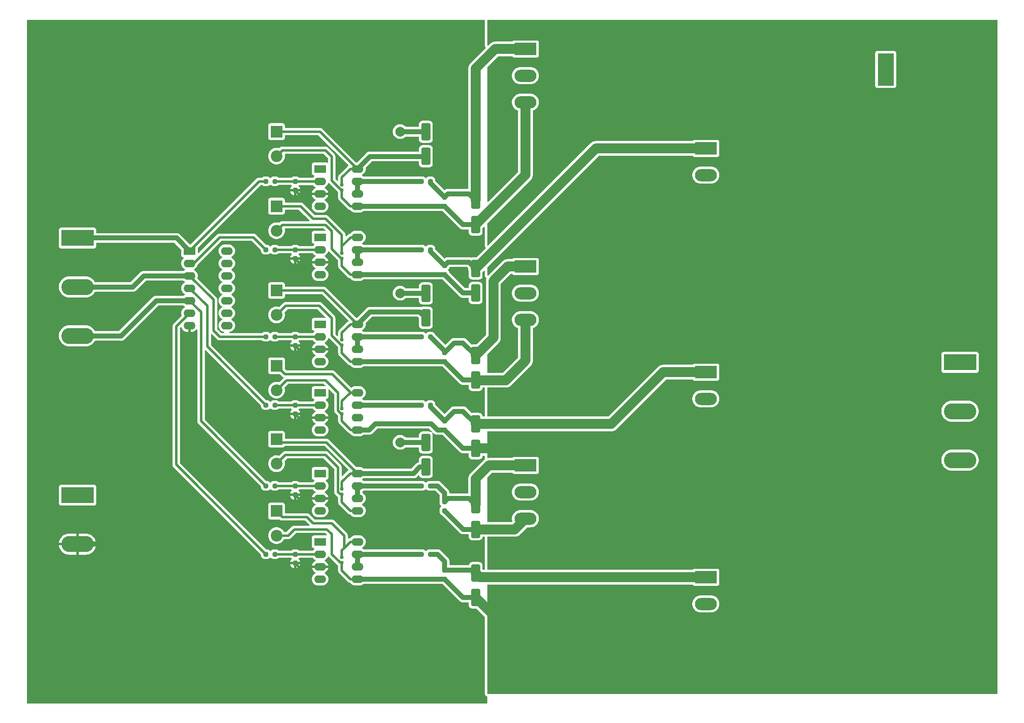
<source format=gbr>
%TF.GenerationSoftware,KiCad,Pcbnew,7.0.1*%
%TF.CreationDate,2023-04-13T18:21:32+09:00*%
%TF.ProjectId,motor_driver,6d6f746f-725f-4647-9269-7665722e6b69,rev?*%
%TF.SameCoordinates,Original*%
%TF.FileFunction,Copper,L2,Bot*%
%TF.FilePolarity,Positive*%
%FSLAX46Y46*%
G04 Gerber Fmt 4.6, Leading zero omitted, Abs format (unit mm)*
G04 Created by KiCad (PCBNEW 7.0.1) date 2023-04-13 18:21:32*
%MOMM*%
%LPD*%
G01*
G04 APERTURE LIST*
G04 Aperture macros list*
%AMRoundRect*
0 Rectangle with rounded corners*
0 $1 Rounding radius*
0 $2 $3 $4 $5 $6 $7 $8 $9 X,Y pos of 4 corners*
0 Add a 4 corners polygon primitive as box body*
4,1,4,$2,$3,$4,$5,$6,$7,$8,$9,$2,$3,0*
0 Add four circle primitives for the rounded corners*
1,1,$1+$1,$2,$3*
1,1,$1+$1,$4,$5*
1,1,$1+$1,$6,$7*
1,1,$1+$1,$8,$9*
0 Add four rect primitives between the rounded corners*
20,1,$1+$1,$2,$3,$4,$5,0*
20,1,$1+$1,$4,$5,$6,$7,0*
20,1,$1+$1,$6,$7,$8,$9,0*
20,1,$1+$1,$8,$9,$2,$3,0*%
G04 Aperture macros list end*
%TA.AperFunction,ComponentPad*%
%ADD10R,2.400000X1.600000*%
%TD*%
%TA.AperFunction,ComponentPad*%
%ADD11O,2.400000X1.600000*%
%TD*%
%TA.AperFunction,ComponentPad*%
%ADD12R,2.400000X2.400000*%
%TD*%
%TA.AperFunction,ComponentPad*%
%ADD13C,2.400000*%
%TD*%
%TA.AperFunction,ComponentPad*%
%ADD14R,4.500000X2.500000*%
%TD*%
%TA.AperFunction,ComponentPad*%
%ADD15O,4.500000X2.500000*%
%TD*%
%TA.AperFunction,ComponentPad*%
%ADD16R,6.600000X3.300000*%
%TD*%
%TA.AperFunction,ComponentPad*%
%ADD17O,6.600000X3.300000*%
%TD*%
%TA.AperFunction,ComponentPad*%
%ADD18R,3.300000X6.600000*%
%TD*%
%TA.AperFunction,ComponentPad*%
%ADD19O,3.300000X6.600000*%
%TD*%
%TA.AperFunction,SMDPad,CuDef*%
%ADD20RoundRect,0.250000X0.650000X-1.500000X0.650000X1.500000X-0.650000X1.500000X-0.650000X-1.500000X0*%
%TD*%
%TA.AperFunction,SMDPad,CuDef*%
%ADD21RoundRect,0.155000X-0.155000X0.212500X-0.155000X-0.212500X0.155000X-0.212500X0.155000X0.212500X0*%
%TD*%
%TA.AperFunction,SMDPad,CuDef*%
%ADD22RoundRect,0.237500X-0.250000X-0.237500X0.250000X-0.237500X0.250000X0.237500X-0.250000X0.237500X0*%
%TD*%
%TA.AperFunction,SMDPad,CuDef*%
%ADD23RoundRect,0.237500X0.237500X-0.250000X0.237500X0.250000X-0.237500X0.250000X-0.237500X-0.250000X0*%
%TD*%
%TA.AperFunction,SMDPad,CuDef*%
%ADD24RoundRect,0.237500X-0.237500X0.250000X-0.237500X-0.250000X0.237500X-0.250000X0.237500X0.250000X0*%
%TD*%
%TA.AperFunction,ViaPad*%
%ADD25C,2.000000*%
%TD*%
%TA.AperFunction,Conductor*%
%ADD26C,1.000000*%
%TD*%
%TA.AperFunction,Conductor*%
%ADD27C,0.500000*%
%TD*%
%TA.AperFunction,Conductor*%
%ADD28C,2.000000*%
%TD*%
G04 APERTURE END LIST*
D10*
%TO.P,U8,1,NC*%
%TO.N,unconnected-(U8-NC-Pad1)*%
X89080000Y-109220000D03*
D11*
%TO.P,U8,2,A*%
%TO.N,Net-(U8-A)*%
X89080000Y-111760000D03*
%TO.P,U8,3,C*%
%TO.N,GNDD*%
X89080000Y-114300000D03*
%TO.P,U8,4,NC*%
%TO.N,unconnected-(U8-NC-Pad4)*%
X89080000Y-116840000D03*
%TO.P,U8,5,VEE*%
%TO.N,Net-(D8-A1)*%
X96700000Y-116840000D03*
%TO.P,U8,6,VO*%
%TO.N,Net-(R21-Pad1)*%
X96700000Y-114300000D03*
%TO.P,U8,7,VO*%
X96700000Y-111760000D03*
%TO.P,U8,8,VCC*%
%TO.N,Net-(D3-K)*%
X96700000Y-109220000D03*
%TD*%
D10*
%TO.P,U9,1,NC*%
%TO.N,unconnected-(U9-NC-Pad1)*%
X89080000Y-123190000D03*
D11*
%TO.P,U9,2,A*%
%TO.N,Net-(U9-A)*%
X89080000Y-125730000D03*
%TO.P,U9,3,C*%
%TO.N,GNDD*%
X89080000Y-128270000D03*
%TO.P,U9,4,NC*%
%TO.N,unconnected-(U9-NC-Pad4)*%
X89080000Y-130810000D03*
%TO.P,U9,5,VEE*%
%TO.N,GND*%
X96700000Y-130810000D03*
%TO.P,U9,6,VO*%
%TO.N,Net-(R22-Pad1)*%
X96700000Y-128270000D03*
%TO.P,U9,7,VO*%
X96700000Y-125730000D03*
%TO.P,U9,8,VCC*%
%TO.N,+15V*%
X96700000Y-123190000D03*
%TD*%
D12*
%TO.P,C8,1*%
%TO.N,+15V*%
X80190000Y-87211000D03*
D13*
%TO.P,C8,2*%
%TO.N,GND*%
X80190000Y-92211000D03*
%TD*%
D14*
%TO.P,Q2,1,G*%
%TO.N,Net-(D5-A2)*%
X167820000Y-42810000D03*
D15*
%TO.P,Q2,2,C*%
%TO.N,Net-(D4-A1)*%
X167820000Y-48260000D03*
%TO.P,Q2,3,E*%
%TO.N,GND*%
X167820000Y-53710000D03*
%TD*%
D14*
%TO.P,Q6,1,G*%
%TO.N,Net-(D9-A2)*%
X167820000Y-130440000D03*
D15*
%TO.P,Q6,2,C*%
%TO.N,Net-(D8-A1)*%
X167820000Y-135890000D03*
%TO.P,Q6,3,E*%
%TO.N,GND*%
X167820000Y-141340000D03*
%TD*%
D14*
%TO.P,Q5,1,G*%
%TO.N,Net-(D8-A2)*%
X130990000Y-107580000D03*
D15*
%TO.P,Q5,2,C*%
%TO.N,+VDC*%
X130990000Y-113030000D03*
%TO.P,Q5,3,E*%
%TO.N,Net-(D8-A1)*%
X130990000Y-118480000D03*
%TD*%
D12*
%TO.P,C7,1*%
%TO.N,Net-(D2-K)*%
X80190000Y-71835000D03*
D13*
%TO.P,C7,2*%
%TO.N,Net-(D6-A1)*%
X80190000Y-76835000D03*
%TD*%
D16*
%TO.P,J2,1,Pin_1*%
%TO.N,S1*%
X39550000Y-61120000D03*
D17*
%TO.P,J2,2,Pin_2*%
%TO.N,S3*%
X39550000Y-71120000D03*
%TO.P,J2,3,Pin_3*%
%TO.N,S5*%
X39550000Y-81120000D03*
%TD*%
D12*
%TO.P,C3,1*%
%TO.N,Net-(D1-K)*%
X80190000Y-39370000D03*
D13*
%TO.P,C3,2*%
%TO.N,Net-(D4-A1)*%
X80190000Y-44370000D03*
%TD*%
D14*
%TO.P,Q3,1,G*%
%TO.N,Net-(D6-A2)*%
X130990000Y-66940000D03*
D15*
%TO.P,Q3,2,C*%
%TO.N,+VDC*%
X130990000Y-72390000D03*
%TO.P,Q3,3,E*%
%TO.N,Net-(D6-A1)*%
X130990000Y-77840000D03*
%TD*%
D10*
%TO.P,U6,1,NC*%
%TO.N,unconnected-(U6-NC-Pad1)*%
X89080000Y-78740000D03*
D11*
%TO.P,U6,2,A*%
%TO.N,Net-(U6-A)*%
X89080000Y-81280000D03*
%TO.P,U6,3,C*%
%TO.N,GNDD*%
X89080000Y-83820000D03*
%TO.P,U6,4,NC*%
%TO.N,unconnected-(U6-NC-Pad4)*%
X89080000Y-86360000D03*
%TO.P,U6,5,VEE*%
%TO.N,Net-(D6-A1)*%
X96700000Y-86360000D03*
%TO.P,U6,6,VO*%
%TO.N,Net-(R15-Pad1)*%
X96700000Y-83820000D03*
%TO.P,U6,7,VO*%
X96700000Y-81280000D03*
%TO.P,U6,8,VCC*%
%TO.N,Net-(D2-K)*%
X96700000Y-78740000D03*
%TD*%
D10*
%TO.P,U7,1,NC*%
%TO.N,unconnected-(U7-NC-Pad1)*%
X89080000Y-92710000D03*
D11*
%TO.P,U7,2,A*%
%TO.N,Net-(U7-A)*%
X89080000Y-95250000D03*
%TO.P,U7,3,C*%
%TO.N,GNDD*%
X89080000Y-97790000D03*
%TO.P,U7,4,NC*%
%TO.N,unconnected-(U7-NC-Pad4)*%
X89080000Y-100330000D03*
%TO.P,U7,5,VEE*%
%TO.N,GND*%
X96700000Y-100330000D03*
%TO.P,U7,6,VO*%
%TO.N,Net-(R16-Pad1)*%
X96700000Y-97790000D03*
%TO.P,U7,7,VO*%
X96700000Y-95250000D03*
%TO.P,U7,8,VCC*%
%TO.N,+15V*%
X96700000Y-92710000D03*
%TD*%
D14*
%TO.P,Q4,1,G*%
%TO.N,Net-(D7-A2)*%
X167820000Y-88530000D03*
D15*
%TO.P,Q4,2,C*%
%TO.N,Net-(D6-A1)*%
X167820000Y-93980000D03*
%TO.P,Q4,3,E*%
%TO.N,GND*%
X167820000Y-99430000D03*
%TD*%
D18*
%TO.P,J1,1,Pin_1*%
%TO.N,+VDC*%
X204550000Y-26670000D03*
D19*
%TO.P,J1,2,Pin_2*%
%TO.N,GND*%
X214550000Y-26670000D03*
%TD*%
D10*
%TO.P,U5,1,NC*%
%TO.N,unconnected-(U5-NC-Pad1)*%
X89080000Y-60960000D03*
D11*
%TO.P,U5,2,A*%
%TO.N,Net-(U5-A)*%
X89080000Y-63500000D03*
%TO.P,U5,3,C*%
%TO.N,GNDD*%
X89080000Y-66040000D03*
%TO.P,U5,4,NC*%
%TO.N,unconnected-(U5-NC-Pad4)*%
X89080000Y-68580000D03*
%TO.P,U5,5,VEE*%
%TO.N,GND*%
X96700000Y-68580000D03*
%TO.P,U5,6,VO*%
%TO.N,Net-(R10-Pad1)*%
X96700000Y-66040000D03*
%TO.P,U5,7,VO*%
X96700000Y-63500000D03*
%TO.P,U5,8,VCC*%
%TO.N,+15V*%
X96700000Y-60960000D03*
%TD*%
D10*
%TO.P,U4,1,NC*%
%TO.N,unconnected-(U4-NC-Pad1)*%
X89065000Y-47000000D03*
D11*
%TO.P,U4,2,A*%
%TO.N,Net-(U4-A)*%
X89065000Y-49540000D03*
%TO.P,U4,3,C*%
%TO.N,GNDD*%
X89065000Y-52080000D03*
%TO.P,U4,4,NC*%
%TO.N,unconnected-(U4-NC-Pad4)*%
X89065000Y-54620000D03*
%TO.P,U4,5,VEE*%
%TO.N,Net-(D4-A1)*%
X96685000Y-54620000D03*
%TO.P,U4,6,VO*%
%TO.N,Net-(R9-Pad1)*%
X96685000Y-52080000D03*
%TO.P,U4,7,VO*%
X96685000Y-49540000D03*
%TO.P,U4,8,VCC*%
%TO.N,Net-(D1-K)*%
X96685000Y-47000000D03*
%TD*%
D16*
%TO.P,J3,1,Pin_1*%
%TO.N,Net-(J3-Pin_1)*%
X39550000Y-113665000D03*
D17*
%TO.P,J3,2,Pin_2*%
%TO.N,GNDD*%
X39550000Y-123665000D03*
%TD*%
D12*
%TO.P,C11,1*%
%TO.N,Net-(D3-K)*%
X80190000Y-102235000D03*
D13*
%TO.P,C11,2*%
%TO.N,Net-(D8-A1)*%
X80190000Y-107235000D03*
%TD*%
D12*
%TO.P,C4,1*%
%TO.N,+15V*%
X80190000Y-116920000D03*
D13*
%TO.P,C4,2*%
%TO.N,GND*%
X80190000Y-121920000D03*
%TD*%
D12*
%TO.P,C12,1*%
%TO.N,+15V*%
X80190000Y-54610000D03*
D13*
%TO.P,C12,2*%
%TO.N,GND*%
X80190000Y-59610000D03*
%TD*%
D16*
%TO.P,J8,1,Pin_1*%
%TO.N,Net-(D4-A1)*%
X219710000Y-86520000D03*
D17*
%TO.P,J8,2,Pin_2*%
%TO.N,Net-(D6-A1)*%
X219710000Y-96520000D03*
%TO.P,J8,3,Pin_3*%
%TO.N,Net-(D8-A1)*%
X219710000Y-106520000D03*
%TD*%
D14*
%TO.P,Q1,1,G*%
%TO.N,Net-(D4-A2)*%
X130990000Y-22490000D03*
D15*
%TO.P,Q1,2,C*%
%TO.N,+VDC*%
X130990000Y-27940000D03*
%TO.P,Q1,3,E*%
%TO.N,Net-(D4-A1)*%
X130990000Y-33390000D03*
%TD*%
D10*
%TO.P,U1,1*%
%TO.N,S1*%
X62410000Y-63754000D03*
D11*
%TO.P,U1,2*%
%TO.N,S2*%
X62410000Y-66294000D03*
%TO.P,U1,3*%
%TO.N,S3*%
X62410000Y-68834000D03*
%TO.P,U1,4*%
%TO.N,S4*%
X62410000Y-71374000D03*
%TO.P,U1,5*%
%TO.N,S5*%
X62410000Y-73914000D03*
%TO.P,U1,6*%
%TO.N,S6*%
X62410000Y-76454000D03*
%TO.P,U1,7,GND*%
%TO.N,GNDD*%
X62410000Y-78994000D03*
%TO.P,U1,8*%
%TO.N,unconnected-(U1-Pad8)*%
X70030000Y-78994000D03*
%TO.P,U1,9*%
%TO.N,unconnected-(U1-Pad9)*%
X70030000Y-76454000D03*
%TO.P,U1,10*%
%TO.N,unconnected-(U1-Pad10)*%
X70030000Y-73914000D03*
%TO.P,U1,11*%
%TO.N,unconnected-(U1-Pad11)*%
X70030000Y-71374000D03*
%TO.P,U1,12*%
%TO.N,unconnected-(U1-Pad12)*%
X70030000Y-68834000D03*
%TO.P,U1,13*%
%TO.N,unconnected-(U1-Pad13)*%
X70030000Y-66294000D03*
%TO.P,U1,14,VCC*%
%TO.N,Net-(J3-Pin_1)*%
X70030000Y-63754000D03*
%TD*%
D20*
%TO.P,D1,1,K*%
%TO.N,Net-(D1-K)*%
X110670000Y-44410000D03*
%TO.P,D1,2,A*%
%TO.N,+15V*%
X110670000Y-39410000D03*
%TD*%
D21*
%TO.P,C9,1*%
%TO.N,Net-(D3-K)*%
X93525000Y-112395000D03*
%TO.P,C9,2*%
%TO.N,Net-(D8-A1)*%
X93525000Y-113530000D03*
%TD*%
D22*
%TO.P,R19,1*%
%TO.N,S5*%
X78007500Y-111760000D03*
%TO.P,R19,2*%
%TO.N,Net-(U8-A)*%
X79832500Y-111760000D03*
%TD*%
D23*
%TO.P,R11,1*%
%TO.N,Net-(D4-A1)*%
X114480000Y-54610000D03*
%TO.P,R11,2*%
%TO.N,Net-(D4-A2)*%
X114480000Y-52785000D03*
%TD*%
D22*
%TO.P,R21,1*%
%TO.N,Net-(R21-Pad1)*%
X109757500Y-111760000D03*
%TO.P,R21,2*%
%TO.N,Net-(D8-A2)*%
X111582500Y-111760000D03*
%TD*%
D24*
%TO.P,R3,1*%
%TO.N,Net-(U6-A)*%
X84000000Y-81280000D03*
%TO.P,R3,2*%
%TO.N,GNDD*%
X84000000Y-83105000D03*
%TD*%
D21*
%TO.P,C1,1*%
%TO.N,Net-(D1-K)*%
X93525000Y-50232500D03*
%TO.P,C1,2*%
%TO.N,Net-(D4-A1)*%
X93525000Y-51367500D03*
%TD*%
D23*
%TO.P,R24,1*%
%TO.N,GND*%
X114480000Y-130810000D03*
%TO.P,R24,2*%
%TO.N,Net-(D9-A2)*%
X114480000Y-128985000D03*
%TD*%
D21*
%TO.P,C2,1*%
%TO.N,+15V*%
X93525000Y-64202500D03*
%TO.P,C2,2*%
%TO.N,GND*%
X93525000Y-65337500D03*
%TD*%
D22*
%TO.P,R7,1*%
%TO.N,S1*%
X78007500Y-49530000D03*
%TO.P,R7,2*%
%TO.N,Net-(U4-A)*%
X79832500Y-49530000D03*
%TD*%
%TO.P,R9,1*%
%TO.N,Net-(R9-Pad1)*%
X109757500Y-49530000D03*
%TO.P,R9,2*%
%TO.N,Net-(D4-A2)*%
X111582500Y-49530000D03*
%TD*%
%TO.P,R20,1*%
%TO.N,S6*%
X78007500Y-125730000D03*
%TO.P,R20,2*%
%TO.N,Net-(U9-A)*%
X79832500Y-125730000D03*
%TD*%
D23*
%TO.P,R23,1*%
%TO.N,Net-(D8-A1)*%
X114480000Y-116840000D03*
%TO.P,R23,2*%
%TO.N,Net-(D8-A2)*%
X114480000Y-115015000D03*
%TD*%
D20*
%TO.P,D8,1,A1*%
%TO.N,Net-(D8-A1)*%
X120830000Y-120650000D03*
%TO.P,D8,2,A2*%
%TO.N,Net-(D8-A2)*%
X120830000Y-115650000D03*
%TD*%
%TO.P,D4,1,A1*%
%TO.N,Net-(D4-A1)*%
X120830000Y-58380000D03*
%TO.P,D4,2,A2*%
%TO.N,Net-(D4-A2)*%
X120830000Y-53380000D03*
%TD*%
%TO.P,D7,1,A1*%
%TO.N,GND*%
X120830000Y-104100000D03*
%TO.P,D7,2,A2*%
%TO.N,Net-(D7-A2)*%
X120830000Y-99100000D03*
%TD*%
%TO.P,D3,1,K*%
%TO.N,Net-(D3-K)*%
X110670000Y-107910000D03*
%TO.P,D3,2,A*%
%TO.N,+15V*%
X110670000Y-102910000D03*
%TD*%
D24*
%TO.P,R5,1*%
%TO.N,Net-(U8-A)*%
X84000000Y-111760000D03*
%TO.P,R5,2*%
%TO.N,GNDD*%
X84000000Y-113585000D03*
%TD*%
D22*
%TO.P,R8,1*%
%TO.N,S2*%
X78007500Y-63500000D03*
%TO.P,R8,2*%
%TO.N,Net-(U5-A)*%
X79832500Y-63500000D03*
%TD*%
%TO.P,R14,1*%
%TO.N,S4*%
X78007500Y-95250000D03*
%TO.P,R14,2*%
%TO.N,Net-(U7-A)*%
X79832500Y-95250000D03*
%TD*%
D23*
%TO.P,R12,1*%
%TO.N,GND*%
X114480000Y-68580000D03*
%TO.P,R12,2*%
%TO.N,Net-(D5-A2)*%
X114480000Y-66755000D03*
%TD*%
D22*
%TO.P,R13,1*%
%TO.N,S3*%
X78007500Y-81280000D03*
%TO.P,R13,2*%
%TO.N,Net-(U6-A)*%
X79832500Y-81280000D03*
%TD*%
D21*
%TO.P,C6,1*%
%TO.N,+15V*%
X93525000Y-95952500D03*
%TO.P,C6,2*%
%TO.N,GND*%
X93525000Y-97087500D03*
%TD*%
%TO.P,C10,1*%
%TO.N,+15V*%
X93525000Y-126365000D03*
%TO.P,C10,2*%
%TO.N,GND*%
X93525000Y-127500000D03*
%TD*%
D24*
%TO.P,R2,1*%
%TO.N,Net-(U5-A)*%
X84000000Y-63500000D03*
%TO.P,R2,2*%
%TO.N,GNDD*%
X84000000Y-65325000D03*
%TD*%
D22*
%TO.P,R10,1*%
%TO.N,Net-(R10-Pad1)*%
X109757500Y-63500000D03*
%TO.P,R10,2*%
%TO.N,Net-(D5-A2)*%
X111582500Y-63500000D03*
%TD*%
D24*
%TO.P,R6,1*%
%TO.N,Net-(U9-A)*%
X84000000Y-125730000D03*
%TO.P,R6,2*%
%TO.N,GNDD*%
X84000000Y-127555000D03*
%TD*%
D23*
%TO.P,R17,1*%
%TO.N,Net-(D6-A1)*%
X114480000Y-86360000D03*
%TO.P,R17,2*%
%TO.N,Net-(D6-A2)*%
X114480000Y-84535000D03*
%TD*%
%TO.P,R18,1*%
%TO.N,GND*%
X114480000Y-100330000D03*
%TO.P,R18,2*%
%TO.N,Net-(D7-A2)*%
X114480000Y-98505000D03*
%TD*%
D24*
%TO.P,R1,1*%
%TO.N,Net-(U4-A)*%
X84000000Y-49530000D03*
%TO.P,R1,2*%
%TO.N,GNDD*%
X84000000Y-51355000D03*
%TD*%
D20*
%TO.P,D2,1,K*%
%TO.N,Net-(D2-K)*%
X110670000Y-77430000D03*
%TO.P,D2,2,A*%
%TO.N,+15V*%
X110670000Y-72430000D03*
%TD*%
%TO.P,D6,1,A1*%
%TO.N,Net-(D6-A1)*%
X120830000Y-90130000D03*
%TO.P,D6,2,A2*%
%TO.N,Net-(D6-A2)*%
X120830000Y-85130000D03*
%TD*%
%TO.P,D5,1,A1*%
%TO.N,GND*%
X120830000Y-72350000D03*
%TO.P,D5,2,A2*%
%TO.N,Net-(D5-A2)*%
X120830000Y-67350000D03*
%TD*%
D22*
%TO.P,R16,1*%
%TO.N,Net-(R16-Pad1)*%
X109757500Y-95250000D03*
%TO.P,R16,2*%
%TO.N,Net-(D7-A2)*%
X111582500Y-95250000D03*
%TD*%
D21*
%TO.P,C5,1*%
%TO.N,Net-(D2-K)*%
X93525000Y-81915000D03*
%TO.P,C5,2*%
%TO.N,Net-(D6-A1)*%
X93525000Y-83050000D03*
%TD*%
D24*
%TO.P,R4,1*%
%TO.N,Net-(U7-A)*%
X84000000Y-95250000D03*
%TO.P,R4,2*%
%TO.N,GNDD*%
X84000000Y-97075000D03*
%TD*%
D22*
%TO.P,R22,1*%
%TO.N,Net-(R22-Pad1)*%
X109757500Y-125730000D03*
%TO.P,R22,2*%
%TO.N,Net-(D9-A2)*%
X111582500Y-125730000D03*
%TD*%
%TO.P,R15,1*%
%TO.N,Net-(R15-Pad1)*%
X109757500Y-81280000D03*
%TO.P,R15,2*%
%TO.N,Net-(D6-A2)*%
X111582500Y-81280000D03*
%TD*%
D20*
%TO.P,D9,1,A1*%
%TO.N,GND*%
X120830000Y-134580000D03*
%TO.P,D9,2,A2*%
%TO.N,Net-(D9-A2)*%
X120830000Y-129580000D03*
%TD*%
D25*
%TO.N,+15V*%
X105410000Y-102870000D03*
X105410000Y-72390000D03*
X105410000Y-39370000D03*
%TO.N,GNDD*%
X52070000Y-120650000D03*
%TD*%
D26*
%TO.N,Net-(D1-K)*%
X96685000Y-47000000D02*
X99235000Y-44450000D01*
D27*
X80190000Y-39370000D02*
X89055000Y-39370000D01*
X89055000Y-39370000D02*
X96685000Y-47000000D01*
X93525000Y-50232500D02*
X93525000Y-48715000D01*
X93525000Y-48715000D02*
X95240000Y-47000000D01*
X95240000Y-47000000D02*
X96685000Y-47000000D01*
D26*
X99235000Y-44450000D02*
X110630000Y-44450000D01*
X110630000Y-44450000D02*
X110670000Y-44410000D01*
%TO.N,Net-(D4-A1)*%
X120830000Y-58380000D02*
X118250000Y-58380000D01*
X114300000Y-54610000D02*
X114480000Y-54610000D01*
D27*
X81380000Y-43180000D02*
X90170000Y-43180000D01*
D26*
X118250000Y-58380000D02*
X114480000Y-54610000D01*
D27*
X91440000Y-49370599D02*
X93436901Y-51367500D01*
X93525000Y-52885000D02*
X95260000Y-54620000D01*
X93436901Y-51367500D02*
X93525000Y-51367500D01*
D26*
X114290000Y-54620000D02*
X114300000Y-54610000D01*
D28*
X130990000Y-33390000D02*
X130990000Y-48220000D01*
D27*
X93525000Y-51367500D02*
X93525000Y-52885000D01*
X91440000Y-44450000D02*
X91440000Y-49370599D01*
D26*
X96685000Y-54620000D02*
X114290000Y-54620000D01*
D27*
X80190000Y-44370000D02*
X81380000Y-43180000D01*
D28*
X130990000Y-48220000D02*
X120830000Y-58380000D01*
D27*
X90170000Y-43180000D02*
X91440000Y-44450000D01*
X95260000Y-54620000D02*
X96685000Y-54620000D01*
%TO.N,+15V*%
X95340000Y-92710000D02*
X96700000Y-92710000D01*
X93525000Y-124915000D02*
X93980000Y-124460000D01*
X80190000Y-116920000D02*
X81380000Y-118110000D01*
X93525000Y-60505000D02*
X93525000Y-62775000D01*
X90170000Y-57150000D02*
X93525000Y-60505000D01*
D26*
X105410000Y-102870000D02*
X105450000Y-102910000D01*
D27*
X95250000Y-123190000D02*
X96700000Y-123190000D01*
D26*
X110630000Y-72390000D02*
X110670000Y-72430000D01*
D27*
X96700000Y-92710000D02*
X95250000Y-92710000D01*
X87630000Y-119380000D02*
X91440000Y-119380000D01*
X93525000Y-126365000D02*
X93525000Y-124915000D01*
D26*
X105450000Y-102910000D02*
X110670000Y-102910000D01*
D27*
X91440000Y-119380000D02*
X93980000Y-121920000D01*
D26*
X110670000Y-39410000D02*
X105450000Y-39410000D01*
D27*
X95340000Y-60960000D02*
X96700000Y-60960000D01*
X80190000Y-54610000D02*
X85090000Y-54610000D01*
X93525000Y-94435000D02*
X93525000Y-95952500D01*
X93980000Y-124460000D02*
X95250000Y-123190000D01*
X85090000Y-54610000D02*
X87630000Y-57150000D01*
X87630000Y-57150000D02*
X90170000Y-57150000D01*
X86360000Y-118110000D02*
X87630000Y-119380000D01*
X91530000Y-88900000D02*
X95340000Y-92710000D01*
X80190000Y-87211000D02*
X81879000Y-88900000D01*
D26*
X105450000Y-39410000D02*
X105410000Y-39370000D01*
X105410000Y-72390000D02*
X110630000Y-72390000D01*
D27*
X93525000Y-62775000D02*
X95340000Y-60960000D01*
X93525000Y-64202500D02*
X93525000Y-62775000D01*
X81380000Y-118110000D02*
X86360000Y-118110000D01*
X95250000Y-92710000D02*
X93525000Y-94435000D01*
X81879000Y-88900000D02*
X91530000Y-88900000D01*
X93980000Y-121920000D02*
X93980000Y-124460000D01*
%TO.N,GND*%
X82231000Y-90170000D02*
X90170000Y-90170000D01*
X83820000Y-120650000D02*
X90440000Y-120650000D01*
D26*
X120830000Y-104100000D02*
X118250000Y-104100000D01*
D27*
X80190000Y-121920000D02*
X82550000Y-121920000D01*
X92710000Y-92710000D02*
X92710000Y-96360599D01*
X91440000Y-125730000D02*
X93210000Y-127500000D01*
D28*
X187510000Y-79740000D02*
X187510000Y-53710000D01*
D27*
X93525000Y-98481250D02*
X93525000Y-97087500D01*
X91440000Y-63340599D02*
X93436901Y-65337500D01*
X92710000Y-96360599D02*
X93436901Y-97087500D01*
X91440000Y-59690000D02*
X91440000Y-63340599D01*
X96700000Y-100330000D02*
X95373750Y-100330000D01*
X93436901Y-97087500D02*
X93525000Y-97087500D01*
X90170000Y-58420000D02*
X91440000Y-59690000D01*
D28*
X127590000Y-141340000D02*
X167820000Y-141340000D01*
D27*
X82550000Y-121920000D02*
X83820000Y-120650000D01*
X93210000Y-127500000D02*
X93525000Y-127500000D01*
D28*
X167820000Y-141340000D02*
X187510000Y-121650000D01*
D27*
X90440000Y-120650000D02*
X91440000Y-121650000D01*
D26*
X114480000Y-130810000D02*
X96700000Y-130810000D01*
D28*
X167820000Y-53710000D02*
X187510000Y-53710000D01*
D27*
X95373750Y-100330000D02*
X93525000Y-98481250D01*
X80190000Y-92211000D02*
X82231000Y-90170000D01*
D28*
X163150000Y-104100000D02*
X167820000Y-99430000D01*
X214550000Y-34370000D02*
X214550000Y-26670000D01*
X120830000Y-104100000D02*
X163150000Y-104100000D01*
D27*
X93436901Y-65337500D02*
X93525000Y-65337500D01*
X91440000Y-121650000D02*
X91440000Y-125730000D01*
D28*
X187510000Y-53710000D02*
X195210000Y-53710000D01*
D27*
X93525000Y-127500000D02*
X93525000Y-129085000D01*
D26*
X111760000Y-99060000D02*
X113030000Y-100330000D01*
X120830000Y-72350000D02*
X118250000Y-72350000D01*
D28*
X167820000Y-99430000D02*
X187510000Y-79740000D01*
D27*
X95250000Y-130810000D02*
X96700000Y-130810000D01*
D28*
X195210000Y-53710000D02*
X214550000Y-34370000D01*
D26*
X120830000Y-134580000D02*
X118250000Y-134580000D01*
X118250000Y-72350000D02*
X114480000Y-68580000D01*
X96700000Y-100330000D02*
X99060000Y-100330000D01*
D27*
X93525000Y-65337500D02*
X93525000Y-66855000D01*
D28*
X120830000Y-134580000D02*
X127590000Y-141340000D01*
X187510000Y-121650000D02*
X187510000Y-79740000D01*
D26*
X99060000Y-100330000D02*
X100330000Y-99060000D01*
D27*
X81380000Y-58420000D02*
X90170000Y-58420000D01*
X80190000Y-59610000D02*
X81380000Y-58420000D01*
D26*
X96700000Y-68580000D02*
X114480000Y-68580000D01*
X118250000Y-134580000D02*
X114480000Y-130810000D01*
D27*
X90170000Y-90170000D02*
X92710000Y-92710000D01*
D26*
X118250000Y-104100000D02*
X114480000Y-100330000D01*
D27*
X95250000Y-68580000D02*
X96700000Y-68580000D01*
X93525000Y-129085000D02*
X95250000Y-130810000D01*
D26*
X100330000Y-99060000D02*
X111760000Y-99060000D01*
D27*
X93525000Y-66855000D02*
X95250000Y-68580000D01*
D26*
X113030000Y-100330000D02*
X114480000Y-100330000D01*
%TO.N,Net-(D2-K)*%
X110670000Y-77430000D02*
X109440000Y-76200000D01*
D27*
X93525000Y-81915000D02*
X93525000Y-80465000D01*
D26*
X99240000Y-76200000D02*
X96700000Y-78740000D01*
D27*
X95250000Y-78740000D02*
X96700000Y-78740000D01*
D26*
X109440000Y-76200000D02*
X99240000Y-76200000D01*
D27*
X80190000Y-71835000D02*
X89795000Y-71835000D01*
X93525000Y-80465000D02*
X95250000Y-78740000D01*
X89795000Y-71835000D02*
X96700000Y-78740000D01*
D28*
%TO.N,Net-(D6-A1)*%
X130990000Y-86180000D02*
X127000000Y-90170000D01*
D27*
X91440000Y-77470000D02*
X91440000Y-81053099D01*
D26*
X120830000Y-90130000D02*
X118250000Y-90130000D01*
D28*
X120870000Y-90170000D02*
X120830000Y-90130000D01*
D27*
X93525000Y-83050000D02*
X93525000Y-84635000D01*
X93436901Y-83050000D02*
X93525000Y-83050000D01*
X88900000Y-74930000D02*
X91440000Y-77470000D01*
X95250000Y-86360000D02*
X96700000Y-86360000D01*
D28*
X127000000Y-90170000D02*
X120870000Y-90170000D01*
D26*
X96700000Y-86360000D02*
X114480000Y-86360000D01*
X118250000Y-90130000D02*
X114480000Y-86360000D01*
D27*
X82095000Y-74930000D02*
X88900000Y-74930000D01*
X80190000Y-76835000D02*
X82095000Y-74930000D01*
X93525000Y-84635000D02*
X95250000Y-86360000D01*
D28*
X130990000Y-77840000D02*
X130990000Y-86180000D01*
D27*
X91440000Y-81053099D02*
X93436901Y-83050000D01*
%TO.N,Net-(D3-K)*%
X96700000Y-109220000D02*
X95250000Y-109220000D01*
X90350000Y-102870000D02*
X96700000Y-109220000D01*
X80825000Y-102870000D02*
X90350000Y-102870000D01*
D26*
X109440000Y-107910000D02*
X108130000Y-109220000D01*
D27*
X80190000Y-102235000D02*
X80825000Y-102870000D01*
D26*
X108130000Y-109220000D02*
X96700000Y-109220000D01*
X110670000Y-107910000D02*
X109440000Y-107910000D01*
D27*
X95250000Y-109220000D02*
X93525000Y-110945000D01*
X93525000Y-110945000D02*
X93525000Y-112395000D01*
%TO.N,Net-(D8-A1)*%
X80190000Y-107235000D02*
X82015000Y-105410000D01*
X93210000Y-113530000D02*
X93525000Y-113530000D01*
X90170000Y-105410000D02*
X92710000Y-107950000D01*
X82015000Y-105410000D02*
X90170000Y-105410000D01*
X92710000Y-113030000D02*
X93210000Y-113530000D01*
X96700000Y-116840000D02*
X95250000Y-116840000D01*
D28*
X120830000Y-120650000D02*
X128820000Y-120650000D01*
D27*
X93525000Y-115115000D02*
X93525000Y-113530000D01*
X92710000Y-107950000D02*
X92710000Y-113030000D01*
D26*
X120830000Y-120650000D02*
X118290000Y-120650000D01*
X118290000Y-120650000D02*
X114480000Y-116840000D01*
D28*
X128820000Y-120650000D02*
X130990000Y-118480000D01*
D27*
X95250000Y-116840000D02*
X93525000Y-115115000D01*
D28*
%TO.N,Net-(D4-A2)*%
X120830000Y-53380000D02*
X120830000Y-26490000D01*
D26*
X111582500Y-49887500D02*
X114480000Y-52785000D01*
X115195000Y-52070000D02*
X119520000Y-52070000D01*
X114480000Y-52785000D02*
X115195000Y-52070000D01*
X111582500Y-49530000D02*
X111582500Y-49887500D01*
D28*
X124830000Y-22490000D02*
X130990000Y-22490000D01*
X120830000Y-26490000D02*
X124830000Y-22490000D01*
D26*
X119520000Y-52070000D02*
X120830000Y-53380000D01*
%TO.N,Net-(D5-A2)*%
X111582500Y-63500000D02*
X111582500Y-63857500D01*
X114480000Y-66755000D02*
X115195000Y-66040000D01*
X115195000Y-66040000D02*
X119520000Y-66040000D01*
D28*
X120830000Y-67350000D02*
X145370000Y-42810000D01*
D26*
X119520000Y-66040000D02*
X120830000Y-67350000D01*
D28*
X145370000Y-42810000D02*
X167820000Y-42810000D01*
D26*
X111582500Y-63857500D02*
X114480000Y-66755000D01*
D28*
%TO.N,Net-(D6-A2)*%
X124460000Y-69850000D02*
X124460000Y-81500000D01*
X124460000Y-81500000D02*
X120830000Y-85130000D01*
D26*
X116465000Y-82550000D02*
X118250000Y-82550000D01*
D28*
X127370000Y-66940000D02*
X124460000Y-69850000D01*
D26*
X114480000Y-84177500D02*
X111582500Y-81280000D01*
D28*
X130990000Y-66940000D02*
X127370000Y-66940000D01*
D26*
X114480000Y-84535000D02*
X116465000Y-82550000D01*
X114480000Y-84535000D02*
X114480000Y-84177500D01*
X118250000Y-82550000D02*
X120830000Y-85130000D01*
D28*
%TO.N,Net-(D7-A2)*%
X148550000Y-99100000D02*
X159120000Y-88530000D01*
D26*
X120830000Y-99100000D02*
X118250000Y-96520000D01*
X111582500Y-95250000D02*
X111582500Y-95607500D01*
X116465000Y-96520000D02*
X114480000Y-98505000D01*
X111582500Y-95607500D02*
X114480000Y-98505000D01*
D28*
X120830000Y-99100000D02*
X148550000Y-99100000D01*
X159120000Y-88530000D02*
X167820000Y-88530000D01*
D26*
X118250000Y-96520000D02*
X116465000Y-96520000D01*
%TO.N,Net-(D8-A2)*%
X111582500Y-111760000D02*
X113030000Y-111760000D01*
D28*
X120830000Y-110310000D02*
X120830000Y-115650000D01*
D26*
X119480000Y-114300000D02*
X115195000Y-114300000D01*
D28*
X123560000Y-107580000D02*
X120830000Y-110310000D01*
D26*
X115195000Y-114300000D02*
X114480000Y-115015000D01*
X113030000Y-111760000D02*
X114480000Y-113210000D01*
X120830000Y-115650000D02*
X119480000Y-114300000D01*
X114480000Y-113210000D02*
X114480000Y-115015000D01*
D28*
X130990000Y-107580000D02*
X123560000Y-107580000D01*
D26*
%TO.N,Net-(D9-A2)*%
X111582500Y-125730000D02*
X113030000Y-125730000D01*
D28*
X121690000Y-130440000D02*
X167820000Y-130440000D01*
D26*
X120235000Y-128985000D02*
X120830000Y-129580000D01*
X114480000Y-128985000D02*
X120235000Y-128985000D01*
X114480000Y-127180000D02*
X114480000Y-128985000D01*
D28*
X120830000Y-129580000D02*
X121690000Y-130440000D01*
D26*
X113030000Y-125730000D02*
X114480000Y-127180000D01*
D27*
%TO.N,S1*%
X76634000Y-49530000D02*
X62410000Y-63754000D01*
D26*
X59776000Y-61120000D02*
X62410000Y-63754000D01*
D27*
X78007500Y-49530000D02*
X76634000Y-49530000D01*
D26*
X39550000Y-61120000D02*
X59776000Y-61120000D01*
D27*
%TO.N,S3*%
X67310000Y-73734000D02*
X62410000Y-68834000D01*
X68580000Y-81280000D02*
X67310000Y-80010000D01*
X78007500Y-81280000D02*
X68580000Y-81280000D01*
D26*
X39550000Y-71120000D02*
X50800000Y-71120000D01*
X53086000Y-68834000D02*
X62410000Y-68834000D01*
X50800000Y-71120000D02*
X53086000Y-68834000D01*
D27*
X67310000Y-80010000D02*
X67310000Y-73734000D01*
%TO.N,S5*%
X64770000Y-76274000D02*
X62410000Y-73914000D01*
D26*
X55626000Y-73914000D02*
X62410000Y-73914000D01*
X48420000Y-81120000D02*
X55626000Y-73914000D01*
X39550000Y-81120000D02*
X48420000Y-81120000D01*
D27*
X64770000Y-98522500D02*
X64770000Y-76274000D01*
X78007500Y-111760000D02*
X64770000Y-98522500D01*
%TO.N,GNDD*%
X84715000Y-66040000D02*
X84000000Y-65325000D01*
X84715000Y-97790000D02*
X89080000Y-97790000D01*
X84000000Y-83105000D02*
X84715000Y-83820000D01*
X84000000Y-113585000D02*
X84715000Y-114300000D01*
X84000000Y-127555000D02*
X84715000Y-128270000D01*
X84715000Y-114300000D02*
X89080000Y-114300000D01*
X84725000Y-52080000D02*
X84000000Y-51355000D01*
X89080000Y-66040000D02*
X84715000Y-66040000D01*
X84715000Y-83820000D02*
X89080000Y-83820000D01*
D26*
X39550000Y-123665000D02*
X49055000Y-123665000D01*
D27*
X84715000Y-128270000D02*
X89080000Y-128270000D01*
X84000000Y-97075000D02*
X84715000Y-97790000D01*
X89065000Y-52080000D02*
X84725000Y-52080000D01*
D26*
X49055000Y-123665000D02*
X52070000Y-120650000D01*
D27*
%TO.N,Net-(U4-A)*%
X89065000Y-49540000D02*
X84010000Y-49540000D01*
X79832500Y-49530000D02*
X84000000Y-49530000D01*
X84010000Y-49540000D02*
X84000000Y-49530000D01*
%TO.N,Net-(U5-A)*%
X84000000Y-63500000D02*
X89080000Y-63500000D01*
X84000000Y-63500000D02*
X79832500Y-63500000D01*
%TO.N,Net-(U6-A)*%
X89080000Y-81280000D02*
X84000000Y-81280000D01*
X84000000Y-81280000D02*
X79832500Y-81280000D01*
%TO.N,Net-(U7-A)*%
X84000000Y-95250000D02*
X79832500Y-95250000D01*
X89080000Y-95250000D02*
X84000000Y-95250000D01*
%TO.N,Net-(U8-A)*%
X84000000Y-111760000D02*
X79832500Y-111760000D01*
X89080000Y-111760000D02*
X84000000Y-111760000D01*
%TO.N,Net-(U9-A)*%
X84000000Y-125730000D02*
X79832500Y-125730000D01*
X89080000Y-125730000D02*
X84000000Y-125730000D01*
%TO.N,S2*%
X68580000Y-60960000D02*
X63246000Y-66294000D01*
X63246000Y-66294000D02*
X62410000Y-66294000D01*
X75467500Y-60960000D02*
X68580000Y-60960000D01*
X78007500Y-63500000D02*
X75467500Y-60960000D01*
D26*
%TO.N,Net-(R9-Pad1)*%
X96685000Y-52080000D02*
X96685000Y-49540000D01*
X96685000Y-49540000D02*
X109747500Y-49540000D01*
X109747500Y-49540000D02*
X109757500Y-49530000D01*
%TO.N,Net-(R10-Pad1)*%
X96700000Y-63500000D02*
X109757500Y-63500000D01*
X96700000Y-66040000D02*
X96700000Y-63500000D01*
D27*
%TO.N,S4*%
X78007500Y-95250000D02*
X66040000Y-83282500D01*
X66040000Y-83282500D02*
X66040000Y-75004000D01*
X66040000Y-75004000D02*
X62410000Y-71374000D01*
D26*
%TO.N,Net-(R15-Pad1)*%
X96700000Y-83820000D02*
X96700000Y-81280000D01*
X96700000Y-81280000D02*
X109757500Y-81280000D01*
%TO.N,Net-(R16-Pad1)*%
X96700000Y-95250000D02*
X109757500Y-95250000D01*
D27*
%TO.N,S6*%
X78007500Y-125730000D02*
X59690000Y-107412500D01*
X59690000Y-107412500D02*
X59690000Y-79174000D01*
X59690000Y-79174000D02*
X62410000Y-76454000D01*
D26*
%TO.N,Net-(R21-Pad1)*%
X109757500Y-111760000D02*
X96700000Y-111760000D01*
X96700000Y-114300000D02*
X96700000Y-111760000D01*
%TO.N,Net-(R22-Pad1)*%
X96700000Y-125730000D02*
X96700000Y-128270000D01*
X109757500Y-125730000D02*
X96700000Y-125730000D01*
%TD*%
%TA.AperFunction,Conductor*%
%TO.N,GNDD*%
G36*
X122622500Y-16527113D02*
G01*
X122667887Y-16572500D01*
X122684500Y-16634500D01*
X122684500Y-21708613D01*
X122698466Y-21826609D01*
X122711981Y-21882908D01*
X122753112Y-21994398D01*
X122819132Y-22093204D01*
X122856733Y-22137227D01*
X122868042Y-22147681D01*
X122902765Y-22203519D01*
X122904056Y-22269260D01*
X122871552Y-22326418D01*
X119840306Y-25357664D01*
X119828793Y-25367832D01*
X119810254Y-25382262D01*
X119748775Y-25449045D01*
X119745232Y-25452739D01*
X119725093Y-25472878D01*
X119706687Y-25494610D01*
X119703299Y-25498447D01*
X119641833Y-25565218D01*
X119628995Y-25584868D01*
X119619813Y-25597183D01*
X119604636Y-25615102D01*
X119558174Y-25693074D01*
X119555462Y-25697417D01*
X119505826Y-25773392D01*
X119496396Y-25794891D01*
X119489368Y-25808545D01*
X119477343Y-25828726D01*
X119444346Y-25913288D01*
X119442386Y-25918020D01*
X119405936Y-26001120D01*
X119400169Y-26023890D01*
X119395484Y-26038515D01*
X119386951Y-26060385D01*
X119368324Y-26149211D01*
X119367170Y-26154200D01*
X119344891Y-26242180D01*
X119342952Y-26265578D01*
X119340738Y-26280777D01*
X119335919Y-26303762D01*
X119332168Y-26394440D01*
X119331851Y-26399550D01*
X119329500Y-26427934D01*
X119329500Y-26456404D01*
X119329394Y-26461529D01*
X119325642Y-26552219D01*
X119328548Y-26575527D01*
X119329500Y-26590865D01*
X119329500Y-50945500D01*
X119312887Y-51007500D01*
X119267500Y-51052887D01*
X119205500Y-51069500D01*
X115209279Y-51069500D01*
X115206137Y-51069460D01*
X115118637Y-51067242D01*
X115060580Y-51077648D01*
X115051251Y-51078957D01*
X114992558Y-51084926D01*
X114963528Y-51094034D01*
X114948288Y-51097775D01*
X114918346Y-51103141D01*
X114863572Y-51125020D01*
X114854702Y-51128178D01*
X114798409Y-51145841D01*
X114771818Y-51160600D01*
X114757648Y-51167330D01*
X114729383Y-51178621D01*
X114680121Y-51211087D01*
X114672066Y-51215967D01*
X114620495Y-51244591D01*
X114597406Y-51264412D01*
X114584883Y-51273855D01*
X114548959Y-51297534D01*
X114546902Y-51294414D01*
X114511981Y-51314522D01*
X114447850Y-51314477D01*
X114392318Y-51282398D01*
X112613516Y-49503596D01*
X112589186Y-49469108D01*
X112577834Y-49428462D01*
X112571135Y-49362581D01*
X112570499Y-49350038D01*
X112570499Y-49243323D01*
X112560174Y-49142247D01*
X112505908Y-48978484D01*
X112415338Y-48831647D01*
X112293352Y-48709661D01*
X112146515Y-48619091D01*
X111982753Y-48564825D01*
X111881677Y-48554500D01*
X111822274Y-48554500D01*
X111791194Y-48550542D01*
X111734785Y-48535937D01*
X111531563Y-48525631D01*
X111531561Y-48525631D01*
X111352444Y-48553070D01*
X111333670Y-48554500D01*
X111283323Y-48554500D01*
X111182247Y-48564825D01*
X111018484Y-48619091D01*
X110871647Y-48709661D01*
X110757681Y-48823628D01*
X110702094Y-48855722D01*
X110637906Y-48855722D01*
X110582319Y-48823628D01*
X110468352Y-48709661D01*
X110321515Y-48619091D01*
X110157753Y-48564825D01*
X110056677Y-48554500D01*
X109993996Y-48554500D01*
X109965965Y-48551290D01*
X109884553Y-48532397D01*
X109681139Y-48527242D01*
X109623604Y-48537555D01*
X109601727Y-48539500D01*
X97962588Y-48539500D01*
X97925301Y-48533761D01*
X97891465Y-48517075D01*
X97737736Y-48409433D01*
X97691649Y-48387942D01*
X97679722Y-48382380D01*
X97627548Y-48336623D01*
X97608129Y-48269997D01*
X97627549Y-48203372D01*
X97679721Y-48157619D01*
X97737734Y-48130568D01*
X97924139Y-48000047D01*
X98085047Y-47839139D01*
X98215568Y-47652734D01*
X98311739Y-47446496D01*
X98370635Y-47226692D01*
X98390468Y-47000000D01*
X98372133Y-46790427D01*
X98379139Y-46737210D01*
X98407978Y-46691941D01*
X99613101Y-45486819D01*
X99653330Y-45459939D01*
X99700783Y-45450500D01*
X109145501Y-45450500D01*
X109207501Y-45467113D01*
X109252888Y-45512500D01*
X109269501Y-45574500D01*
X109269501Y-45960009D01*
X109280000Y-46062796D01*
X109335186Y-46229334D01*
X109427288Y-46378657D01*
X109551342Y-46502711D01*
X109551344Y-46502712D01*
X109700666Y-46594814D01*
X109812017Y-46631712D01*
X109867202Y-46649999D01*
X109877702Y-46651071D01*
X109969991Y-46660500D01*
X111370008Y-46660499D01*
X111472797Y-46649999D01*
X111639334Y-46594814D01*
X111788656Y-46502712D01*
X111912712Y-46378656D01*
X112004814Y-46229334D01*
X112059999Y-46062797D01*
X112070500Y-45960009D01*
X112070499Y-42859992D01*
X112059999Y-42757203D01*
X112004814Y-42590666D01*
X111930639Y-42470408D01*
X111912711Y-42441342D01*
X111788657Y-42317288D01*
X111639334Y-42225186D01*
X111472797Y-42170000D01*
X111370009Y-42159500D01*
X109969991Y-42159500D01*
X109867203Y-42170000D01*
X109700665Y-42225186D01*
X109551342Y-42317288D01*
X109427288Y-42441342D01*
X109335186Y-42590665D01*
X109280000Y-42757202D01*
X109269500Y-42859991D01*
X109269500Y-43325500D01*
X109252887Y-43387500D01*
X109207500Y-43432887D01*
X109145500Y-43449500D01*
X99249279Y-43449500D01*
X99246137Y-43449460D01*
X99158636Y-43447242D01*
X99100571Y-43457649D01*
X99091243Y-43458958D01*
X99032559Y-43464926D01*
X99003531Y-43474033D01*
X98988296Y-43477772D01*
X98958350Y-43483140D01*
X98903555Y-43505026D01*
X98894685Y-43508184D01*
X98838410Y-43525841D01*
X98811814Y-43540602D01*
X98797644Y-43547331D01*
X98769382Y-43558621D01*
X98720122Y-43591086D01*
X98712066Y-43595967D01*
X98660495Y-43624591D01*
X98637406Y-43644412D01*
X98624883Y-43653855D01*
X98599484Y-43670596D01*
X98557782Y-43712297D01*
X98550875Y-43718698D01*
X98506104Y-43757134D01*
X98487480Y-43781194D01*
X98477107Y-43792971D01*
X96606899Y-45663181D01*
X96566671Y-45690061D01*
X96519218Y-45699500D01*
X96497229Y-45699500D01*
X96449776Y-45690061D01*
X96409548Y-45663181D01*
X90116367Y-39369999D01*
X103904356Y-39369999D01*
X103924891Y-39617816D01*
X103924891Y-39617819D01*
X103924892Y-39617821D01*
X103985937Y-39858881D01*
X104030960Y-39961523D01*
X104085825Y-40086604D01*
X104085827Y-40086607D01*
X104221836Y-40294785D01*
X104390256Y-40477738D01*
X104390259Y-40477740D01*
X104586485Y-40630470D01*
X104586487Y-40630471D01*
X104586491Y-40630474D01*
X104805190Y-40748828D01*
X105040386Y-40829571D01*
X105285665Y-40870500D01*
X105534335Y-40870500D01*
X105779614Y-40829571D01*
X106014810Y-40748828D01*
X106233509Y-40630474D01*
X106429744Y-40477738D01*
X106454804Y-40450515D01*
X106496222Y-40420944D01*
X106546032Y-40410500D01*
X109145501Y-40410500D01*
X109207501Y-40427113D01*
X109252888Y-40472500D01*
X109269501Y-40534500D01*
X109269501Y-40960009D01*
X109280000Y-41062796D01*
X109335186Y-41229334D01*
X109427288Y-41378657D01*
X109551342Y-41502711D01*
X109551344Y-41502712D01*
X109700666Y-41594814D01*
X109812016Y-41631712D01*
X109867202Y-41649999D01*
X109877703Y-41651071D01*
X109969991Y-41660500D01*
X111370008Y-41660499D01*
X111472797Y-41649999D01*
X111639334Y-41594814D01*
X111788656Y-41502712D01*
X111912712Y-41378656D01*
X112004814Y-41229334D01*
X112059999Y-41062797D01*
X112070500Y-40960009D01*
X112070499Y-37859992D01*
X112059999Y-37757203D01*
X112004814Y-37590666D01*
X111912712Y-37441344D01*
X111912711Y-37441342D01*
X111788657Y-37317288D01*
X111639334Y-37225186D01*
X111472797Y-37170000D01*
X111370009Y-37159500D01*
X109969991Y-37159500D01*
X109867203Y-37170000D01*
X109700665Y-37225186D01*
X109551342Y-37317288D01*
X109427288Y-37441342D01*
X109335186Y-37590665D01*
X109280000Y-37757202D01*
X109269500Y-37859991D01*
X109269500Y-38285500D01*
X109252887Y-38347500D01*
X109207500Y-38392887D01*
X109145500Y-38409500D01*
X106619678Y-38409500D01*
X106569868Y-38399056D01*
X106528448Y-38369483D01*
X106508211Y-38347500D01*
X106429744Y-38262262D01*
X106407612Y-38245036D01*
X106233514Y-38109529D01*
X106233510Y-38109526D01*
X106233509Y-38109526D01*
X106014810Y-37991172D01*
X106014806Y-37991170D01*
X106014805Y-37991170D01*
X105779615Y-37910429D01*
X105534335Y-37869500D01*
X105285665Y-37869500D01*
X105040384Y-37910429D01*
X104805194Y-37991170D01*
X104586485Y-38109529D01*
X104390259Y-38262259D01*
X104221837Y-38445214D01*
X104085825Y-38653395D01*
X104017828Y-38808414D01*
X103985937Y-38881119D01*
X103924892Y-39122179D01*
X103924891Y-39122183D01*
X103904356Y-39369999D01*
X90116367Y-39369999D01*
X89630728Y-38884360D01*
X89618946Y-38870727D01*
X89604609Y-38851469D01*
X89566666Y-38819631D01*
X89558691Y-38812323D01*
X89554782Y-38808414D01*
X89554782Y-38808413D01*
X89554777Y-38808409D01*
X89530423Y-38789152D01*
X89527647Y-38786890D01*
X89469251Y-38737890D01*
X89452821Y-38727422D01*
X89383691Y-38695186D01*
X89380447Y-38693615D01*
X89312306Y-38659394D01*
X89293903Y-38652997D01*
X89219211Y-38637574D01*
X89215692Y-38636794D01*
X89141490Y-38619208D01*
X89122121Y-38617229D01*
X89045869Y-38619448D01*
X89042263Y-38619500D01*
X82014499Y-38619500D01*
X81952499Y-38602887D01*
X81907112Y-38557500D01*
X81890499Y-38495500D01*
X81890499Y-38122130D01*
X81890499Y-38122127D01*
X81884091Y-38062517D01*
X81833796Y-37927669D01*
X81747546Y-37812454D01*
X81632331Y-37726204D01*
X81497483Y-37675909D01*
X81437873Y-37669500D01*
X81437869Y-37669500D01*
X78942130Y-37669500D01*
X78882515Y-37675909D01*
X78747669Y-37726204D01*
X78632454Y-37812454D01*
X78546204Y-37927668D01*
X78495909Y-38062515D01*
X78495909Y-38062517D01*
X78490855Y-38109529D01*
X78489500Y-38122130D01*
X78489500Y-40617869D01*
X78495909Y-40677483D01*
X78546204Y-40812331D01*
X78632454Y-40927546D01*
X78747669Y-41013796D01*
X78882517Y-41064091D01*
X78942127Y-41070500D01*
X81437872Y-41070499D01*
X81497483Y-41064091D01*
X81632331Y-41013796D01*
X81747546Y-40927546D01*
X81833796Y-40812331D01*
X81884091Y-40677483D01*
X81890500Y-40617873D01*
X81890500Y-40244500D01*
X81907113Y-40182500D01*
X81952500Y-40137113D01*
X82014500Y-40120500D01*
X88692770Y-40120500D01*
X88740223Y-40129939D01*
X88780451Y-40156819D01*
X91833755Y-43210123D01*
X94821001Y-46197368D01*
X94850446Y-46244337D01*
X94856482Y-46299443D01*
X94837901Y-46351673D01*
X94798419Y-46390586D01*
X94770283Y-46407941D01*
X94755165Y-46420255D01*
X94702848Y-46475708D01*
X94700336Y-46478294D01*
X93039358Y-48139272D01*
X93025727Y-48151053D01*
X93006467Y-48165392D01*
X92974633Y-48203329D01*
X92967341Y-48211289D01*
X92963408Y-48215222D01*
X92944176Y-48239545D01*
X92941902Y-48242337D01*
X92892894Y-48300744D01*
X92882418Y-48317187D01*
X92850192Y-48386294D01*
X92848622Y-48389536D01*
X92814393Y-48457692D01*
X92807996Y-48476098D01*
X92792573Y-48550788D01*
X92791793Y-48554305D01*
X92774208Y-48628505D01*
X92772229Y-48647878D01*
X92774448Y-48724131D01*
X92774500Y-48727737D01*
X92774500Y-49344369D01*
X92760985Y-49400664D01*
X92723385Y-49444687D01*
X92669898Y-49466842D01*
X92612182Y-49462300D01*
X92562819Y-49432050D01*
X92226819Y-49096050D01*
X92199939Y-49055822D01*
X92190500Y-49008369D01*
X92190500Y-44513706D01*
X92191809Y-44495736D01*
X92192338Y-44492118D01*
X92195289Y-44471977D01*
X92190971Y-44422633D01*
X92190500Y-44411827D01*
X92190500Y-44406292D01*
X92190500Y-44406291D01*
X92186893Y-44375436D01*
X92186537Y-44371956D01*
X92179998Y-44297203D01*
X92179888Y-44295943D01*
X92175674Y-44276936D01*
X92175241Y-44275745D01*
X92149569Y-44205211D01*
X92148422Y-44201913D01*
X92124814Y-44130665D01*
X92124812Y-44130662D01*
X92124415Y-44129463D01*
X92115929Y-44111936D01*
X92115237Y-44110884D01*
X92115237Y-44110883D01*
X92074025Y-44048224D01*
X92072106Y-44045212D01*
X92032048Y-43980267D01*
X92019750Y-43965172D01*
X91964290Y-43912848D01*
X91961703Y-43910335D01*
X90745728Y-42694360D01*
X90733946Y-42680727D01*
X90719609Y-42661469D01*
X90681666Y-42629631D01*
X90673691Y-42622323D01*
X90669782Y-42618414D01*
X90669777Y-42618409D01*
X90645423Y-42599152D01*
X90642647Y-42596890D01*
X90584251Y-42547890D01*
X90567821Y-42537422D01*
X90498691Y-42505186D01*
X90495447Y-42503615D01*
X90427306Y-42469394D01*
X90408903Y-42462997D01*
X90334211Y-42447574D01*
X90330692Y-42446794D01*
X90256490Y-42429208D01*
X90237121Y-42427229D01*
X90160869Y-42429448D01*
X90157263Y-42429500D01*
X81443706Y-42429500D01*
X81425736Y-42428191D01*
X81411853Y-42426157D01*
X81401977Y-42424711D01*
X81401976Y-42424711D01*
X81352634Y-42429028D01*
X81341827Y-42429500D01*
X81336289Y-42429500D01*
X81305487Y-42433099D01*
X81301906Y-42433465D01*
X81225952Y-42440111D01*
X81206923Y-42444329D01*
X81135271Y-42470408D01*
X81131868Y-42471591D01*
X81059479Y-42495579D01*
X81041927Y-42504076D01*
X80978228Y-42545970D01*
X80975190Y-42547905D01*
X80910281Y-42587943D01*
X80895164Y-42600256D01*
X80842848Y-42655708D01*
X80840336Y-42658294D01*
X80791716Y-42706914D01*
X80733884Y-42739587D01*
X80667486Y-42737724D01*
X80569460Y-42707487D01*
X80317435Y-42669500D01*
X80062565Y-42669500D01*
X79810542Y-42707487D01*
X79566996Y-42782611D01*
X79337366Y-42893195D01*
X79232074Y-42964981D01*
X79126781Y-43036769D01*
X78939950Y-43210123D01*
X78781038Y-43409392D01*
X78653608Y-43630108D01*
X78560492Y-43867362D01*
X78503777Y-44115845D01*
X78484731Y-44370000D01*
X78503777Y-44624154D01*
X78560492Y-44872637D01*
X78653608Y-45109891D01*
X78781038Y-45330607D01*
X78781041Y-45330612D01*
X78939950Y-45529877D01*
X79126783Y-45703232D01*
X79337366Y-45846805D01*
X79566996Y-45957389D01*
X79810542Y-46032513D01*
X80062565Y-46070500D01*
X80317435Y-46070500D01*
X80569458Y-46032513D01*
X80813004Y-45957389D01*
X81042634Y-45846805D01*
X81253217Y-45703232D01*
X81440050Y-45529877D01*
X81598959Y-45330612D01*
X81726393Y-45109888D01*
X81819508Y-44872637D01*
X81876222Y-44624157D01*
X81895268Y-44370000D01*
X81876222Y-44115843D01*
X81868519Y-44082092D01*
X81868519Y-44026907D01*
X81892463Y-43977187D01*
X81935608Y-43942780D01*
X81989410Y-43930500D01*
X89807770Y-43930500D01*
X89855223Y-43939939D01*
X89895451Y-43966819D01*
X90653181Y-44724548D01*
X90680061Y-44764776D01*
X90689500Y-44812229D01*
X90689500Y-45645556D01*
X90675376Y-45703031D01*
X90636220Y-45747412D01*
X90580953Y-45768589D01*
X90522166Y-45761738D01*
X90507333Y-45756205D01*
X90507331Y-45756204D01*
X90372483Y-45705909D01*
X90312873Y-45699500D01*
X90312869Y-45699500D01*
X87817130Y-45699500D01*
X87757515Y-45705909D01*
X87622669Y-45756204D01*
X87507454Y-45842454D01*
X87421204Y-45957668D01*
X87370909Y-46092516D01*
X87364500Y-46152130D01*
X87364500Y-47847869D01*
X87370909Y-47907483D01*
X87421204Y-48042331D01*
X87507454Y-48157546D01*
X87622669Y-48243796D01*
X87757517Y-48294091D01*
X87792594Y-48297862D01*
X87848513Y-48318239D01*
X87888497Y-48362327D01*
X87903332Y-48419968D01*
X87889600Y-48477881D01*
X87850464Y-48522724D01*
X87825860Y-48539952D01*
X87664953Y-48700859D01*
X87639912Y-48736623D01*
X87595594Y-48775489D01*
X87538337Y-48789500D01*
X84842052Y-48789500D01*
X84794599Y-48780061D01*
X84754373Y-48753183D01*
X84698350Y-48697160D01*
X84571780Y-48619091D01*
X84551515Y-48606591D01*
X84387753Y-48552325D01*
X84296044Y-48542957D01*
X84286676Y-48542000D01*
X83713323Y-48542000D01*
X83612247Y-48552325D01*
X83448484Y-48606591D01*
X83301647Y-48697161D01*
X83255630Y-48743180D01*
X83215401Y-48770061D01*
X83167948Y-48779500D01*
X80664552Y-48779500D01*
X80617099Y-48770061D01*
X80576870Y-48743180D01*
X80543352Y-48709661D01*
X80396515Y-48619091D01*
X80232753Y-48564825D01*
X80141044Y-48555457D01*
X80131676Y-48554500D01*
X79533323Y-48554500D01*
X79432247Y-48564825D01*
X79268484Y-48619091D01*
X79121647Y-48709661D01*
X79007681Y-48823628D01*
X78952094Y-48855722D01*
X78887906Y-48855722D01*
X78832319Y-48823628D01*
X78718352Y-48709661D01*
X78571515Y-48619091D01*
X78407753Y-48564825D01*
X78316044Y-48555457D01*
X78306676Y-48554500D01*
X77708323Y-48554500D01*
X77607247Y-48564825D01*
X77443484Y-48619091D01*
X77296647Y-48709661D01*
X77263130Y-48743180D01*
X77222901Y-48770061D01*
X77175448Y-48779500D01*
X76697706Y-48779500D01*
X76679736Y-48778191D01*
X76661288Y-48775489D01*
X76655977Y-48774711D01*
X76655976Y-48774711D01*
X76606631Y-48779028D01*
X76595824Y-48779500D01*
X76590291Y-48779500D01*
X76559501Y-48783098D01*
X76555917Y-48783464D01*
X76479961Y-48790109D01*
X76460921Y-48794330D01*
X76389232Y-48820421D01*
X76385831Y-48821603D01*
X76313474Y-48845580D01*
X76295927Y-48854075D01*
X76232221Y-48895975D01*
X76229181Y-48897912D01*
X76164280Y-48937944D01*
X76149164Y-48950257D01*
X76096831Y-49005726D01*
X76094319Y-49008312D01*
X62685450Y-62417181D01*
X62645222Y-62444061D01*
X62597769Y-62453500D01*
X62575782Y-62453500D01*
X62528329Y-62444061D01*
X62488101Y-62417181D01*
X60493567Y-60422647D01*
X60491412Y-60420438D01*
X60431059Y-60356947D01*
X60382640Y-60323246D01*
X60375118Y-60317575D01*
X60374930Y-60317422D01*
X60334878Y-60284763D01*
X60329405Y-60280300D01*
X60302440Y-60266215D01*
X60289019Y-60258084D01*
X60264049Y-60240705D01*
X60264048Y-60240704D01*
X60264046Y-60240703D01*
X60209845Y-60217443D01*
X60201336Y-60213402D01*
X60149053Y-60186092D01*
X60143126Y-60184396D01*
X60119798Y-60177721D01*
X60105020Y-60172459D01*
X60077058Y-60160460D01*
X60019272Y-60148583D01*
X60010128Y-60146338D01*
X59953421Y-60130113D01*
X59923075Y-60127802D01*
X59907534Y-60125622D01*
X59877742Y-60119500D01*
X59877741Y-60119500D01*
X59818758Y-60119500D01*
X59809344Y-60119142D01*
X59800198Y-60118445D01*
X59750524Y-60114663D01*
X59750523Y-60114663D01*
X59720349Y-60118506D01*
X59704683Y-60119500D01*
X43474499Y-60119500D01*
X43412499Y-60102887D01*
X43367112Y-60057500D01*
X43350499Y-59995500D01*
X43350499Y-59422130D01*
X43346544Y-59385337D01*
X43344091Y-59362517D01*
X43293796Y-59227669D01*
X43207546Y-59112454D01*
X43092331Y-59026204D01*
X42957483Y-58975909D01*
X42897873Y-58969500D01*
X42897869Y-58969500D01*
X36202130Y-58969500D01*
X36142515Y-58975909D01*
X36007669Y-59026204D01*
X35892454Y-59112454D01*
X35806204Y-59227668D01*
X35755909Y-59362515D01*
X35755909Y-59362517D01*
X35752190Y-59397113D01*
X35749500Y-59422130D01*
X35749500Y-62817869D01*
X35755909Y-62877484D01*
X35781056Y-62944907D01*
X35806204Y-63012331D01*
X35892454Y-63127546D01*
X36007669Y-63213796D01*
X36142517Y-63264091D01*
X36202127Y-63270500D01*
X42897872Y-63270499D01*
X42957483Y-63264091D01*
X43092331Y-63213796D01*
X43207546Y-63127546D01*
X43293796Y-63012331D01*
X43344091Y-62877483D01*
X43350500Y-62817873D01*
X43350500Y-62244500D01*
X43367113Y-62182500D01*
X43412500Y-62137113D01*
X43474500Y-62120500D01*
X59310217Y-62120500D01*
X59357670Y-62129939D01*
X59397898Y-62156819D01*
X60673181Y-63432102D01*
X60700061Y-63472330D01*
X60709500Y-63519783D01*
X60709500Y-64601869D01*
X60715909Y-64661484D01*
X60731636Y-64703649D01*
X60766204Y-64796331D01*
X60852454Y-64911546D01*
X60967669Y-64997796D01*
X61102517Y-65048091D01*
X61137594Y-65051862D01*
X61193513Y-65072239D01*
X61233497Y-65116327D01*
X61248332Y-65173968D01*
X61234600Y-65231881D01*
X61195464Y-65276724D01*
X61170860Y-65293952D01*
X61009953Y-65454859D01*
X60879432Y-65641264D01*
X60783261Y-65847502D01*
X60724364Y-66067310D01*
X60704531Y-66294000D01*
X60724364Y-66520689D01*
X60783261Y-66740497D01*
X60879432Y-66946735D01*
X61009953Y-67133140D01*
X61170859Y-67294046D01*
X61308473Y-67390403D01*
X61357266Y-67424568D01*
X61410585Y-67449431D01*
X61415275Y-67451618D01*
X61467450Y-67497375D01*
X61486869Y-67564000D01*
X61467450Y-67630625D01*
X61415275Y-67676382D01*
X61357263Y-67703433D01*
X61203535Y-67811075D01*
X61169699Y-67827761D01*
X61132412Y-67833500D01*
X53100239Y-67833500D01*
X53097097Y-67833460D01*
X53009635Y-67831243D01*
X52951589Y-67841646D01*
X52942264Y-67842954D01*
X52883562Y-67848925D01*
X52854528Y-67858034D01*
X52839288Y-67861775D01*
X52809345Y-67867142D01*
X52754568Y-67889021D01*
X52745698Y-67892179D01*
X52689410Y-67909841D01*
X52662809Y-67924605D01*
X52648639Y-67931335D01*
X52620385Y-67942622D01*
X52571121Y-67975087D01*
X52563070Y-67979964D01*
X52511498Y-68008590D01*
X52488414Y-68028407D01*
X52475887Y-68037853D01*
X52450481Y-68054598D01*
X52408775Y-68096303D01*
X52401868Y-68102704D01*
X52357103Y-68141135D01*
X52338480Y-68165193D01*
X52328108Y-68176969D01*
X50421899Y-70083181D01*
X50381671Y-70110061D01*
X50334218Y-70119500D01*
X43178219Y-70119500D01*
X43117445Y-70103586D01*
X43072271Y-70059929D01*
X42960997Y-69876948D01*
X42775334Y-69648739D01*
X42560325Y-69447933D01*
X42319979Y-69278279D01*
X42058760Y-69142926D01*
X41781553Y-69044407D01*
X41493515Y-68984552D01*
X41317471Y-68972510D01*
X41273462Y-68969500D01*
X37826538Y-68969500D01*
X37789863Y-68972008D01*
X37606484Y-68984552D01*
X37318446Y-69044407D01*
X37041239Y-69142926D01*
X36780020Y-69278279D01*
X36539674Y-69447933D01*
X36324665Y-69648739D01*
X36139000Y-69876951D01*
X35986139Y-70128319D01*
X35868935Y-70398153D01*
X35789559Y-70681446D01*
X35749500Y-70972902D01*
X35749500Y-71267098D01*
X35789559Y-71558553D01*
X35789560Y-71558555D01*
X35868933Y-71841841D01*
X35868934Y-71841844D01*
X35868935Y-71841846D01*
X35986139Y-72111680D01*
X36139000Y-72363048D01*
X36324665Y-72591260D01*
X36539674Y-72792066D01*
X36780020Y-72961720D01*
X36780024Y-72961722D01*
X37041236Y-73097072D01*
X37146825Y-73134598D01*
X37318446Y-73195592D01*
X37576277Y-73249170D01*
X37606489Y-73255448D01*
X37826538Y-73270500D01*
X41273461Y-73270500D01*
X41273462Y-73270500D01*
X41493511Y-73255448D01*
X41781554Y-73195592D01*
X42058764Y-73097072D01*
X42319976Y-72961722D01*
X42353533Y-72938035D01*
X42560325Y-72792066D01*
X42598533Y-72756382D01*
X42775335Y-72591260D01*
X42960999Y-72363049D01*
X43072270Y-72180071D01*
X43117445Y-72136414D01*
X43178219Y-72120500D01*
X50785721Y-72120500D01*
X50788862Y-72120539D01*
X50876363Y-72122757D01*
X50934432Y-72112348D01*
X50943736Y-72111043D01*
X51002438Y-72105074D01*
X51031467Y-72095965D01*
X51046700Y-72092226D01*
X51076653Y-72086858D01*
X51131426Y-72064978D01*
X51140301Y-72061819D01*
X51157675Y-72056367D01*
X51196588Y-72044159D01*
X51223194Y-72029390D01*
X51237362Y-72022662D01*
X51265617Y-72011377D01*
X51314879Y-71978909D01*
X51322910Y-71974043D01*
X51374502Y-71945409D01*
X51397587Y-71925589D01*
X51410114Y-71916144D01*
X51435519Y-71899402D01*
X51477251Y-71857668D01*
X51484123Y-71851300D01*
X51528895Y-71812866D01*
X51547524Y-71788798D01*
X51557883Y-71777036D01*
X53464101Y-69870818D01*
X53504329Y-69843939D01*
X53551782Y-69834500D01*
X61132412Y-69834500D01*
X61169699Y-69840239D01*
X61203533Y-69856924D01*
X61357266Y-69964568D01*
X61415275Y-69991618D01*
X61467450Y-70037375D01*
X61486869Y-70104000D01*
X61467450Y-70170625D01*
X61415275Y-70216382D01*
X61357263Y-70243433D01*
X61170859Y-70373953D01*
X61009953Y-70534859D01*
X60879432Y-70721264D01*
X60783261Y-70927502D01*
X60724364Y-71147310D01*
X60704531Y-71374000D01*
X60724364Y-71600689D01*
X60783261Y-71820497D01*
X60879432Y-72026735D01*
X61009953Y-72213140D01*
X61170859Y-72374046D01*
X61193644Y-72390000D01*
X61357266Y-72504568D01*
X61415275Y-72531618D01*
X61467450Y-72577375D01*
X61486869Y-72644000D01*
X61467450Y-72710625D01*
X61415275Y-72756382D01*
X61357263Y-72783433D01*
X61267733Y-72846123D01*
X61220950Y-72878881D01*
X61203535Y-72891075D01*
X61169699Y-72907761D01*
X61132412Y-72913500D01*
X55640279Y-72913500D01*
X55637137Y-72913460D01*
X55549637Y-72911242D01*
X55491580Y-72921648D01*
X55482251Y-72922957D01*
X55423562Y-72928926D01*
X55394527Y-72938035D01*
X55379290Y-72941774D01*
X55349350Y-72947141D01*
X55294567Y-72969022D01*
X55285698Y-72972179D01*
X55229410Y-72989841D01*
X55202809Y-73004605D01*
X55188639Y-73011335D01*
X55160385Y-73022622D01*
X55111121Y-73055087D01*
X55103070Y-73059964D01*
X55051498Y-73088590D01*
X55028414Y-73108407D01*
X55015887Y-73117853D01*
X54990481Y-73134598D01*
X54948775Y-73176303D01*
X54941868Y-73182704D01*
X54897103Y-73221135D01*
X54878480Y-73245193D01*
X54868108Y-73256969D01*
X48041899Y-80083181D01*
X48001671Y-80110061D01*
X47954218Y-80119500D01*
X43178219Y-80119500D01*
X43117445Y-80103586D01*
X43072271Y-80059929D01*
X43007446Y-79953329D01*
X42960999Y-79876951D01*
X42955804Y-79870566D01*
X42801173Y-79680499D01*
X42775335Y-79648740D01*
X42732356Y-79608600D01*
X42560325Y-79447933D01*
X42319979Y-79278279D01*
X42058760Y-79142926D01*
X41781553Y-79044407D01*
X41493515Y-78984552D01*
X41317471Y-78972510D01*
X41273462Y-78969500D01*
X37826538Y-78969500D01*
X37789863Y-78972008D01*
X37606484Y-78984552D01*
X37318446Y-79044407D01*
X37041239Y-79142926D01*
X36780020Y-79278279D01*
X36539674Y-79447933D01*
X36324665Y-79648739D01*
X36139000Y-79876951D01*
X35986139Y-80128319D01*
X35868935Y-80398153D01*
X35868933Y-80398156D01*
X35868933Y-80398159D01*
X35855204Y-80447160D01*
X35789559Y-80681446D01*
X35749500Y-80972902D01*
X35749500Y-81267098D01*
X35789559Y-81558553D01*
X35820982Y-81670703D01*
X35868933Y-81841841D01*
X35868934Y-81841844D01*
X35868935Y-81841846D01*
X35986139Y-82111680D01*
X36139000Y-82363048D01*
X36324665Y-82591260D01*
X36539674Y-82792066D01*
X36780020Y-82961720D01*
X36780024Y-82961722D01*
X37041236Y-83097072D01*
X37318446Y-83195592D01*
X37606489Y-83255448D01*
X37826538Y-83270500D01*
X41273461Y-83270500D01*
X41273462Y-83270500D01*
X41493511Y-83255448D01*
X41781554Y-83195592D01*
X42058764Y-83097072D01*
X42319976Y-82961722D01*
X42319979Y-82961720D01*
X42560325Y-82792066D01*
X42653712Y-82704848D01*
X42775335Y-82591260D01*
X42960999Y-82363049D01*
X43072270Y-82180071D01*
X43117445Y-82136414D01*
X43178219Y-82120500D01*
X48405721Y-82120500D01*
X48408862Y-82120539D01*
X48496363Y-82122757D01*
X48554432Y-82112348D01*
X48563736Y-82111043D01*
X48622438Y-82105074D01*
X48651467Y-82095965D01*
X48666700Y-82092226D01*
X48696653Y-82086858D01*
X48751426Y-82064978D01*
X48760301Y-82061819D01*
X48777675Y-82056367D01*
X48816588Y-82044159D01*
X48843194Y-82029390D01*
X48857362Y-82022662D01*
X48885617Y-82011377D01*
X48934879Y-81978909D01*
X48942910Y-81974043D01*
X48994502Y-81945409D01*
X49017587Y-81925589D01*
X49030114Y-81916144D01*
X49055519Y-81899402D01*
X49097251Y-81857668D01*
X49104123Y-81851300D01*
X49148895Y-81812866D01*
X49167524Y-81788798D01*
X49177883Y-81777036D01*
X56004100Y-74950819D01*
X56044329Y-74923939D01*
X56091782Y-74914500D01*
X61132412Y-74914500D01*
X61169699Y-74920239D01*
X61203533Y-74936924D01*
X61357266Y-75044568D01*
X61415273Y-75071617D01*
X61467449Y-75117373D01*
X61486869Y-75183997D01*
X61467451Y-75250622D01*
X61415276Y-75296380D01*
X61357266Y-75323431D01*
X61170859Y-75453953D01*
X61009953Y-75614859D01*
X60879432Y-75801264D01*
X60783261Y-76007502D01*
X60724364Y-76227310D01*
X60704531Y-76454000D01*
X60724364Y-76680689D01*
X60724365Y-76680692D01*
X60783261Y-76900496D01*
X60783262Y-76900498D01*
X60784372Y-76902879D01*
X60795936Y-76951677D01*
X60787227Y-77001063D01*
X60759669Y-77042961D01*
X59204358Y-78598272D01*
X59190727Y-78610053D01*
X59171467Y-78624392D01*
X59139633Y-78662329D01*
X59132341Y-78670289D01*
X59128408Y-78674222D01*
X59109176Y-78698545D01*
X59106902Y-78701337D01*
X59057894Y-78759744D01*
X59047418Y-78776187D01*
X59015192Y-78845294D01*
X59013622Y-78848536D01*
X58979393Y-78916692D01*
X58972996Y-78935098D01*
X58957573Y-79009788D01*
X58956793Y-79013305D01*
X58939208Y-79087505D01*
X58937229Y-79106878D01*
X58939448Y-79183131D01*
X58939500Y-79186737D01*
X58939500Y-107348794D01*
X58938191Y-107366764D01*
X58934711Y-107390523D01*
X58939028Y-107439869D01*
X58939500Y-107450676D01*
X58939500Y-107456208D01*
X58943098Y-107486996D01*
X58943464Y-107490581D01*
X58950110Y-107566541D01*
X58954329Y-107585571D01*
X58954758Y-107586751D01*
X58954759Y-107586755D01*
X58980413Y-107657242D01*
X58981582Y-107660607D01*
X59005580Y-107733024D01*
X59014075Y-107750572D01*
X59055979Y-107814284D01*
X59057889Y-107817282D01*
X59097288Y-107881156D01*
X59097952Y-107882232D01*
X59110253Y-107897330D01*
X59111168Y-107898193D01*
X59111170Y-107898196D01*
X59133751Y-107919500D01*
X59165708Y-107949650D01*
X59168295Y-107952163D01*
X76983181Y-125767049D01*
X77010061Y-125807277D01*
X77019500Y-125854729D01*
X77019500Y-126016676D01*
X77029825Y-126117752D01*
X77084091Y-126281515D01*
X77174661Y-126428352D01*
X77296647Y-126550338D01*
X77443484Y-126640908D01*
X77607246Y-126695174D01*
X77616614Y-126696131D01*
X77708323Y-126705500D01*
X78306676Y-126705499D01*
X78407753Y-126695174D01*
X78571516Y-126640908D01*
X78718350Y-126550340D01*
X78774179Y-126494511D01*
X78832319Y-126436372D01*
X78887906Y-126404278D01*
X78952094Y-126404278D01*
X79007681Y-126436372D01*
X79121647Y-126550338D01*
X79268484Y-126640908D01*
X79432246Y-126695174D01*
X79441614Y-126696131D01*
X79533323Y-126705500D01*
X80131676Y-126705499D01*
X80232753Y-126695174D01*
X80396516Y-126640908D01*
X80543350Y-126550340D01*
X80576870Y-126516819D01*
X80617099Y-126489939D01*
X80664552Y-126480500D01*
X83167948Y-126480500D01*
X83215401Y-126489939D01*
X83255629Y-126516819D01*
X83293982Y-126555172D01*
X83326076Y-126610759D01*
X83326076Y-126674947D01*
X83293982Y-126730534D01*
X83180056Y-126844459D01*
X83089546Y-126991198D01*
X83035318Y-127154848D01*
X83025000Y-127255853D01*
X83025000Y-127305000D01*
X84974999Y-127305000D01*
X84974999Y-127255853D01*
X84964681Y-127154849D01*
X84910453Y-126991198D01*
X84819943Y-126844459D01*
X84706018Y-126730534D01*
X84673924Y-126674947D01*
X84673924Y-126610759D01*
X84706018Y-126555172D01*
X84744371Y-126516819D01*
X84784599Y-126489939D01*
X84832052Y-126480500D01*
X87553337Y-126480500D01*
X87610594Y-126494511D01*
X87654912Y-126533377D01*
X87679953Y-126569140D01*
X87840859Y-126730046D01*
X88027264Y-126860567D01*
X88027265Y-126860567D01*
X88027266Y-126860568D01*
X88085865Y-126887893D01*
X88138040Y-126933650D01*
X88157460Y-127000274D01*
X88138041Y-127066899D01*
X88085866Y-127112656D01*
X88027522Y-127139863D01*
X87841180Y-127270341D01*
X87680341Y-127431180D01*
X87549865Y-127617519D01*
X87453733Y-127823673D01*
X87401128Y-128019999D01*
X87401128Y-128020000D01*
X90758872Y-128020000D01*
X90758871Y-128019999D01*
X90706266Y-127823673D01*
X90610134Y-127617519D01*
X90479658Y-127431180D01*
X90318819Y-127270341D01*
X90132482Y-127139866D01*
X90074133Y-127112657D01*
X90021958Y-127066899D01*
X90002539Y-127000274D01*
X90021959Y-126933649D01*
X90074134Y-126887893D01*
X90132734Y-126860568D01*
X90319139Y-126730047D01*
X90480047Y-126569139D01*
X90610568Y-126382734D01*
X90668657Y-126258162D01*
X90704837Y-126212746D01*
X90757731Y-126188780D01*
X90815736Y-126191524D01*
X90866129Y-126220375D01*
X90915708Y-126267150D01*
X90918295Y-126269663D01*
X92634269Y-127985637D01*
X92646051Y-127999270D01*
X92660389Y-128018529D01*
X92698337Y-128050372D01*
X92706311Y-128057680D01*
X92710219Y-128061588D01*
X92727406Y-128075177D01*
X92762107Y-128118412D01*
X92774500Y-128172447D01*
X92774500Y-129021294D01*
X92773191Y-129039264D01*
X92769711Y-129063023D01*
X92774028Y-129112369D01*
X92774500Y-129123176D01*
X92774500Y-129128708D01*
X92778098Y-129159496D01*
X92778464Y-129163081D01*
X92785110Y-129239041D01*
X92789329Y-129258071D01*
X92789758Y-129259251D01*
X92789759Y-129259255D01*
X92815413Y-129329742D01*
X92816582Y-129333107D01*
X92840580Y-129405524D01*
X92849075Y-129423072D01*
X92890979Y-129486784D01*
X92892889Y-129489782D01*
X92929426Y-129549016D01*
X92932952Y-129554732D01*
X92945253Y-129569830D01*
X92946168Y-129570693D01*
X92946170Y-129570696D01*
X92994710Y-129616491D01*
X93000709Y-129622151D01*
X93003296Y-129624664D01*
X94674267Y-131295634D01*
X94686048Y-131309266D01*
X94700390Y-131328530D01*
X94738355Y-131360386D01*
X94746317Y-131367684D01*
X94750224Y-131371591D01*
X94774542Y-131390819D01*
X94777298Y-131393063D01*
X94834786Y-131441302D01*
X94834788Y-131441303D01*
X94835757Y-131442116D01*
X94852177Y-131452576D01*
X94853321Y-131453109D01*
X94853323Y-131453111D01*
X94921357Y-131484835D01*
X94924456Y-131486335D01*
X94991567Y-131520040D01*
X94992704Y-131520611D01*
X95011084Y-131526998D01*
X95012321Y-131527253D01*
X95012327Y-131527256D01*
X95085862Y-131542439D01*
X95089209Y-131543181D01*
X95162279Y-131560500D01*
X95162281Y-131560500D01*
X95163505Y-131560790D01*
X95185739Y-131563062D01*
X95198340Y-131565664D01*
X95197671Y-131568903D01*
X95230743Y-131576222D01*
X95276695Y-131615923D01*
X95299953Y-131649139D01*
X95460861Y-131810047D01*
X95513377Y-131846819D01*
X95647264Y-131940567D01*
X95647265Y-131940567D01*
X95647266Y-131940568D01*
X95853504Y-132036739D01*
X96073308Y-132095635D01*
X96158261Y-132103067D01*
X96243214Y-132110500D01*
X96243216Y-132110500D01*
X97156784Y-132110500D01*
X97156786Y-132110500D01*
X97224747Y-132104554D01*
X97326692Y-132095635D01*
X97546496Y-132036739D01*
X97752734Y-131940568D01*
X97906466Y-131832924D01*
X97940301Y-131816239D01*
X97977588Y-131810500D01*
X114014217Y-131810500D01*
X114061670Y-131819939D01*
X114101898Y-131846819D01*
X117532431Y-135277351D01*
X117534624Y-135279600D01*
X117594942Y-135343054D01*
X117643362Y-135376755D01*
X117650871Y-135382416D01*
X117696593Y-135419698D01*
X117723562Y-135433785D01*
X117736982Y-135441916D01*
X117761949Y-135459294D01*
X117816163Y-135482559D01*
X117824673Y-135486601D01*
X117876951Y-135513909D01*
X117906200Y-135522277D01*
X117920970Y-135527535D01*
X117948942Y-135539540D01*
X117948945Y-135539540D01*
X117948946Y-135539541D01*
X118006726Y-135551414D01*
X118015869Y-135553657D01*
X118072582Y-135569886D01*
X118102920Y-135572196D01*
X118118448Y-135574373D01*
X118148259Y-135580500D01*
X118207244Y-135580500D01*
X118216659Y-135580858D01*
X118220806Y-135581173D01*
X118275476Y-135585337D01*
X118302278Y-135581923D01*
X118305652Y-135581494D01*
X118321317Y-135580500D01*
X119305501Y-135580500D01*
X119367501Y-135597113D01*
X119412888Y-135642500D01*
X119429501Y-135704500D01*
X119429501Y-136130009D01*
X119440000Y-136232796D01*
X119495186Y-136399334D01*
X119587288Y-136548657D01*
X119711342Y-136672711D01*
X119711344Y-136672712D01*
X119860666Y-136764814D01*
X119972016Y-136801712D01*
X120027202Y-136819999D01*
X120037703Y-136821071D01*
X120129991Y-136830500D01*
X120907109Y-136830499D01*
X120954562Y-136839938D01*
X120994790Y-136866818D01*
X122648181Y-138520209D01*
X122675061Y-138560437D01*
X122684500Y-138607890D01*
X122684500Y-154181001D01*
X122701724Y-154311830D01*
X122718339Y-154373838D01*
X122768836Y-154495749D01*
X122849170Y-154600442D01*
X122894557Y-154645829D01*
X122999250Y-154726163D01*
X123113452Y-154773467D01*
X123153681Y-154800347D01*
X123180561Y-154840575D01*
X123190000Y-154888028D01*
X123190000Y-156085500D01*
X123173387Y-156147500D01*
X123128000Y-156192887D01*
X123066000Y-156209500D01*
X29334500Y-156209500D01*
X29272500Y-156192887D01*
X29227113Y-156147500D01*
X29210500Y-156085500D01*
X29210500Y-130810000D01*
X87374531Y-130810000D01*
X87394364Y-131036689D01*
X87453261Y-131256497D01*
X87549432Y-131462735D01*
X87679953Y-131649140D01*
X87840859Y-131810046D01*
X88027264Y-131940567D01*
X88027265Y-131940567D01*
X88027266Y-131940568D01*
X88233504Y-132036739D01*
X88453308Y-132095635D01*
X88538261Y-132103067D01*
X88623214Y-132110500D01*
X88623216Y-132110500D01*
X89536784Y-132110500D01*
X89536786Y-132110500D01*
X89604747Y-132104554D01*
X89706692Y-132095635D01*
X89926496Y-132036739D01*
X90132734Y-131940568D01*
X90319139Y-131810047D01*
X90480047Y-131649139D01*
X90610568Y-131462734D01*
X90706739Y-131256496D01*
X90765635Y-131036692D01*
X90785468Y-130810000D01*
X90765635Y-130583308D01*
X90706739Y-130363504D01*
X90610568Y-130157266D01*
X90569875Y-130099150D01*
X90480046Y-129970859D01*
X90319140Y-129809953D01*
X90132736Y-129679433D01*
X90074725Y-129652382D01*
X90074132Y-129652105D01*
X90021958Y-129606348D01*
X90002539Y-129539723D01*
X90021959Y-129473098D01*
X90074135Y-129427342D01*
X90132479Y-129400135D01*
X90318819Y-129269658D01*
X90479658Y-129108819D01*
X90610134Y-128922480D01*
X90706266Y-128716326D01*
X90758872Y-128520000D01*
X87401128Y-128520000D01*
X87453733Y-128716326D01*
X87549865Y-128922480D01*
X87680341Y-129108819D01*
X87841180Y-129269658D01*
X88027519Y-129400134D01*
X88085865Y-129427342D01*
X88138040Y-129473099D01*
X88157460Y-129539723D01*
X88138041Y-129606348D01*
X88085866Y-129652105D01*
X88027267Y-129679430D01*
X87840859Y-129809953D01*
X87679953Y-129970859D01*
X87549432Y-130157264D01*
X87453261Y-130363502D01*
X87394364Y-130583310D01*
X87374531Y-130810000D01*
X29210500Y-130810000D01*
X29210500Y-127805000D01*
X83025001Y-127805000D01*
X83025001Y-127854147D01*
X83035318Y-127955150D01*
X83089546Y-128118801D01*
X83180056Y-128265540D01*
X83301959Y-128387443D01*
X83448698Y-128477953D01*
X83612348Y-128532181D01*
X83713353Y-128542500D01*
X83750000Y-128542500D01*
X83750000Y-127805000D01*
X84250000Y-127805000D01*
X84250000Y-128542499D01*
X84286647Y-128542499D01*
X84387650Y-128532181D01*
X84551301Y-128477953D01*
X84698040Y-128387443D01*
X84819943Y-128265540D01*
X84910453Y-128118801D01*
X84964681Y-127955151D01*
X84975000Y-127854147D01*
X84975000Y-127805000D01*
X84250000Y-127805000D01*
X83750000Y-127805000D01*
X83025001Y-127805000D01*
X29210500Y-127805000D01*
X29210500Y-123915000D01*
X35764148Y-123915000D01*
X35790049Y-124103449D01*
X35869406Y-124386676D01*
X35986586Y-124656451D01*
X36139409Y-124907758D01*
X36325031Y-125135918D01*
X36539991Y-125336677D01*
X36780280Y-125506292D01*
X37041439Y-125641613D01*
X37318582Y-125740111D01*
X37606553Y-125799951D01*
X37826553Y-125815000D01*
X39300000Y-125815000D01*
X39300000Y-123915000D01*
X39800000Y-123915000D01*
X39800000Y-125815000D01*
X41273447Y-125815000D01*
X41493446Y-125799951D01*
X41781417Y-125740111D01*
X42058560Y-125641613D01*
X42319719Y-125506292D01*
X42560008Y-125336677D01*
X42774968Y-125135918D01*
X42960590Y-124907758D01*
X43113413Y-124656451D01*
X43230593Y-124386676D01*
X43309950Y-124103449D01*
X43335852Y-123915000D01*
X39800000Y-123915000D01*
X39300000Y-123915000D01*
X35764148Y-123915000D01*
X29210500Y-123915000D01*
X29210500Y-123415000D01*
X35764148Y-123415000D01*
X39300000Y-123415000D01*
X39300000Y-121515000D01*
X39800000Y-121515000D01*
X39800000Y-123415000D01*
X43335852Y-123415000D01*
X43335851Y-123414999D01*
X43309950Y-123226550D01*
X43230593Y-122943323D01*
X43113413Y-122673548D01*
X42960590Y-122422241D01*
X42774968Y-122194081D01*
X42560008Y-121993322D01*
X42319719Y-121823707D01*
X42058560Y-121688386D01*
X41781417Y-121589888D01*
X41493446Y-121530048D01*
X41273447Y-121515000D01*
X39800000Y-121515000D01*
X39300000Y-121515000D01*
X37826553Y-121515000D01*
X37606553Y-121530048D01*
X37318582Y-121589888D01*
X37041439Y-121688386D01*
X36780280Y-121823707D01*
X36539991Y-121993322D01*
X36325031Y-122194081D01*
X36139409Y-122422241D01*
X35986586Y-122673548D01*
X35869406Y-122943323D01*
X35790049Y-123226550D01*
X35764148Y-123414999D01*
X35764148Y-123415000D01*
X29210500Y-123415000D01*
X29210500Y-115362869D01*
X35749500Y-115362869D01*
X35755909Y-115422484D01*
X35769013Y-115457616D01*
X35806204Y-115557331D01*
X35892454Y-115672546D01*
X36007669Y-115758796D01*
X36142517Y-115809091D01*
X36202127Y-115815500D01*
X42897872Y-115815499D01*
X42957483Y-115809091D01*
X43092331Y-115758796D01*
X43207546Y-115672546D01*
X43293796Y-115557331D01*
X43344091Y-115422483D01*
X43350500Y-115362873D01*
X43350499Y-111967128D01*
X43344091Y-111907517D01*
X43293796Y-111772669D01*
X43207546Y-111657454D01*
X43092331Y-111571204D01*
X42957483Y-111520909D01*
X42897873Y-111514500D01*
X42897869Y-111514500D01*
X36202130Y-111514500D01*
X36142515Y-111520909D01*
X36007669Y-111571204D01*
X35892454Y-111657454D01*
X35806204Y-111772668D01*
X35755909Y-111907516D01*
X35749500Y-111967130D01*
X35749500Y-115362869D01*
X29210500Y-115362869D01*
X29210500Y-16634500D01*
X29227113Y-16572500D01*
X29272500Y-16527113D01*
X29334500Y-16510500D01*
X122560500Y-16510500D01*
X122622500Y-16527113D01*
G37*
%TD.AperFunction*%
%TA.AperFunction,Conductor*%
G36*
X62598000Y-78760613D02*
G01*
X62643387Y-78806000D01*
X62660000Y-78868000D01*
X62660000Y-80294000D01*
X62866765Y-80294000D01*
X63036602Y-80279141D01*
X63256326Y-80220266D01*
X63462480Y-80124134D01*
X63648819Y-79993658D01*
X63807819Y-79834659D01*
X63857182Y-79804409D01*
X63914898Y-79799867D01*
X63968385Y-79822022D01*
X64005985Y-79866045D01*
X64019500Y-79922340D01*
X64019500Y-98458794D01*
X64018191Y-98476764D01*
X64014711Y-98500523D01*
X64019028Y-98549869D01*
X64019500Y-98560676D01*
X64019500Y-98566208D01*
X64023098Y-98596996D01*
X64023464Y-98600581D01*
X64030110Y-98676541D01*
X64034329Y-98695571D01*
X64034758Y-98696751D01*
X64034759Y-98696755D01*
X64060413Y-98767242D01*
X64061582Y-98770607D01*
X64085580Y-98843024D01*
X64094075Y-98860572D01*
X64135979Y-98924284D01*
X64137889Y-98927282D01*
X64169959Y-98979274D01*
X64177952Y-98992232D01*
X64190253Y-99007330D01*
X64191168Y-99008193D01*
X64191170Y-99008196D01*
X64213751Y-99029500D01*
X64245708Y-99059650D01*
X64248295Y-99062163D01*
X76983181Y-111797049D01*
X77010061Y-111837277D01*
X77019500Y-111884729D01*
X77019500Y-112046676D01*
X77029825Y-112147752D01*
X77084091Y-112311515D01*
X77174661Y-112458352D01*
X77296647Y-112580338D01*
X77443484Y-112670908D01*
X77607246Y-112725174D01*
X77616614Y-112726131D01*
X77708323Y-112735500D01*
X78306676Y-112735499D01*
X78407753Y-112725174D01*
X78571516Y-112670908D01*
X78718350Y-112580340D01*
X78774179Y-112524511D01*
X78832319Y-112466372D01*
X78887906Y-112434278D01*
X78952094Y-112434278D01*
X79007681Y-112466372D01*
X79121647Y-112580338D01*
X79268484Y-112670908D01*
X79432246Y-112725174D01*
X79441614Y-112726131D01*
X79533323Y-112735500D01*
X80131676Y-112735499D01*
X80232753Y-112725174D01*
X80396516Y-112670908D01*
X80543350Y-112580340D01*
X80576870Y-112546819D01*
X80617099Y-112519939D01*
X80664552Y-112510500D01*
X83167948Y-112510500D01*
X83215401Y-112519939D01*
X83255629Y-112546819D01*
X83293982Y-112585172D01*
X83326076Y-112640759D01*
X83326076Y-112704947D01*
X83293982Y-112760534D01*
X83180056Y-112874459D01*
X83089546Y-113021198D01*
X83035318Y-113184848D01*
X83025000Y-113285853D01*
X83025000Y-113335000D01*
X84974999Y-113335000D01*
X84974999Y-113285853D01*
X84964681Y-113184849D01*
X84910453Y-113021198D01*
X84819943Y-112874459D01*
X84706018Y-112760534D01*
X84673924Y-112704947D01*
X84673924Y-112640759D01*
X84706018Y-112585172D01*
X84744371Y-112546819D01*
X84784599Y-112519939D01*
X84832052Y-112510500D01*
X87553337Y-112510500D01*
X87610594Y-112524511D01*
X87654912Y-112563377D01*
X87679953Y-112599140D01*
X87840859Y-112760046D01*
X88027264Y-112890567D01*
X88027265Y-112890567D01*
X88027266Y-112890568D01*
X88085865Y-112917893D01*
X88138040Y-112963650D01*
X88157460Y-113030274D01*
X88138041Y-113096899D01*
X88085866Y-113142656D01*
X88027522Y-113169863D01*
X87841180Y-113300341D01*
X87680341Y-113461180D01*
X87549865Y-113647519D01*
X87453733Y-113853673D01*
X87401128Y-114049999D01*
X87401128Y-114050000D01*
X90758872Y-114050000D01*
X90758871Y-114049999D01*
X90706266Y-113853673D01*
X90610134Y-113647519D01*
X90479658Y-113461180D01*
X90318819Y-113300341D01*
X90132482Y-113169866D01*
X90074133Y-113142657D01*
X90021958Y-113096899D01*
X90002539Y-113030274D01*
X90021959Y-112963649D01*
X90074134Y-112917893D01*
X90132734Y-112890568D01*
X90319139Y-112760047D01*
X90480047Y-112599139D01*
X90610568Y-112412734D01*
X90706739Y-112206496D01*
X90765635Y-111986692D01*
X90785468Y-111760000D01*
X90765635Y-111533308D01*
X90706739Y-111313504D01*
X90610568Y-111107266D01*
X90542112Y-111009500D01*
X90480046Y-110920859D01*
X90319140Y-110759953D01*
X90294537Y-110742726D01*
X90255399Y-110697884D01*
X90241666Y-110639970D01*
X90256500Y-110582328D01*
X90296485Y-110538239D01*
X90352406Y-110517861D01*
X90387483Y-110514091D01*
X90522331Y-110463796D01*
X90637546Y-110377546D01*
X90723796Y-110262331D01*
X90774091Y-110127483D01*
X90780500Y-110067873D01*
X90780499Y-108372128D01*
X90774091Y-108312517D01*
X90723796Y-108177669D01*
X90637546Y-108062454D01*
X90522331Y-107976204D01*
X90387483Y-107925909D01*
X90327873Y-107919500D01*
X90327869Y-107919500D01*
X87832130Y-107919500D01*
X87772515Y-107925909D01*
X87637669Y-107976204D01*
X87522454Y-108062454D01*
X87436204Y-108177668D01*
X87385909Y-108312516D01*
X87379500Y-108372130D01*
X87379500Y-110067869D01*
X87385909Y-110127484D01*
X87398715Y-110161819D01*
X87436204Y-110262331D01*
X87522454Y-110377546D01*
X87637669Y-110463796D01*
X87772517Y-110514091D01*
X87807594Y-110517862D01*
X87863513Y-110538239D01*
X87903497Y-110582327D01*
X87918332Y-110639968D01*
X87904600Y-110697881D01*
X87865464Y-110742724D01*
X87840860Y-110759952D01*
X87679953Y-110920859D01*
X87654912Y-110956623D01*
X87610594Y-110995489D01*
X87553337Y-111009500D01*
X84832052Y-111009500D01*
X84784599Y-111000061D01*
X84744370Y-110973180D01*
X84698352Y-110927161D01*
X84551515Y-110836591D01*
X84387753Y-110782325D01*
X84296044Y-110772957D01*
X84286676Y-110772000D01*
X83713323Y-110772000D01*
X83612247Y-110782325D01*
X83448484Y-110836591D01*
X83301647Y-110927161D01*
X83255630Y-110973180D01*
X83215401Y-111000061D01*
X83167948Y-111009500D01*
X80664552Y-111009500D01*
X80617099Y-111000061D01*
X80576870Y-110973180D01*
X80543352Y-110939661D01*
X80396515Y-110849091D01*
X80232753Y-110794825D01*
X80141044Y-110785457D01*
X80131676Y-110784500D01*
X79533323Y-110784500D01*
X79432247Y-110794825D01*
X79268484Y-110849091D01*
X79121647Y-110939661D01*
X79007681Y-111053628D01*
X78952094Y-111085722D01*
X78887906Y-111085722D01*
X78832319Y-111053628D01*
X78718352Y-110939661D01*
X78571515Y-110849091D01*
X78407753Y-110794825D01*
X78306677Y-110784500D01*
X78144730Y-110784500D01*
X78097277Y-110775061D01*
X78057049Y-110748181D01*
X67638868Y-100330000D01*
X87374531Y-100330000D01*
X87394364Y-100556689D01*
X87453261Y-100776497D01*
X87549432Y-100982735D01*
X87679953Y-101169140D01*
X87840859Y-101330046D01*
X88027264Y-101460567D01*
X88027265Y-101460567D01*
X88027266Y-101460568D01*
X88233504Y-101556739D01*
X88453308Y-101615635D01*
X88538262Y-101623067D01*
X88623214Y-101630500D01*
X88623216Y-101630500D01*
X89536784Y-101630500D01*
X89536786Y-101630500D01*
X89604747Y-101624554D01*
X89706692Y-101615635D01*
X89926496Y-101556739D01*
X90132734Y-101460568D01*
X90319139Y-101330047D01*
X90480047Y-101169139D01*
X90610568Y-100982734D01*
X90706739Y-100776496D01*
X90765635Y-100556692D01*
X90785468Y-100330000D01*
X90765635Y-100103308D01*
X90706739Y-99883504D01*
X90610568Y-99677266D01*
X90571948Y-99622111D01*
X90480046Y-99490859D01*
X90319140Y-99329953D01*
X90132736Y-99199433D01*
X90074721Y-99172380D01*
X90074132Y-99172105D01*
X90021958Y-99126348D01*
X90002539Y-99059723D01*
X90021959Y-98993098D01*
X90074135Y-98947342D01*
X90132479Y-98920135D01*
X90318819Y-98789658D01*
X90479658Y-98628819D01*
X90610134Y-98442480D01*
X90706266Y-98236326D01*
X90758872Y-98040000D01*
X87401128Y-98040000D01*
X87453733Y-98236326D01*
X87549865Y-98442480D01*
X87680341Y-98628819D01*
X87841180Y-98789658D01*
X88027519Y-98920134D01*
X88085865Y-98947342D01*
X88138040Y-98993099D01*
X88157460Y-99059723D01*
X88138041Y-99126348D01*
X88085866Y-99172105D01*
X88027267Y-99199430D01*
X87840859Y-99329953D01*
X87679953Y-99490859D01*
X87549432Y-99677264D01*
X87453261Y-99883502D01*
X87394364Y-100103310D01*
X87374531Y-100330000D01*
X67638868Y-100330000D01*
X65556819Y-98247951D01*
X65529939Y-98207723D01*
X65520500Y-98160270D01*
X65520500Y-97325000D01*
X83025001Y-97325000D01*
X83025001Y-97374147D01*
X83035318Y-97475150D01*
X83089546Y-97638801D01*
X83180056Y-97785540D01*
X83301959Y-97907443D01*
X83448698Y-97997953D01*
X83612348Y-98052181D01*
X83713353Y-98062500D01*
X83750000Y-98062500D01*
X83750000Y-97325000D01*
X84250000Y-97325000D01*
X84250000Y-98062499D01*
X84286647Y-98062499D01*
X84387650Y-98052181D01*
X84551301Y-97997953D01*
X84698040Y-97907443D01*
X84819943Y-97785540D01*
X84910453Y-97638801D01*
X84964681Y-97475151D01*
X84975000Y-97374147D01*
X84975000Y-97325000D01*
X84250000Y-97325000D01*
X83750000Y-97325000D01*
X83025001Y-97325000D01*
X65520500Y-97325000D01*
X65520500Y-84123730D01*
X65534015Y-84067435D01*
X65571615Y-84023412D01*
X65625102Y-84001257D01*
X65682818Y-84005799D01*
X65732181Y-84036049D01*
X76983181Y-95287049D01*
X77010061Y-95327277D01*
X77019500Y-95374729D01*
X77019500Y-95536676D01*
X77029825Y-95637752D01*
X77084091Y-95801515D01*
X77174661Y-95948352D01*
X77296647Y-96070338D01*
X77443484Y-96160908D01*
X77607246Y-96215174D01*
X77616614Y-96216131D01*
X77708323Y-96225500D01*
X78306676Y-96225499D01*
X78407753Y-96215174D01*
X78571516Y-96160908D01*
X78718350Y-96070340D01*
X78774179Y-96014511D01*
X78832319Y-95956372D01*
X78887906Y-95924278D01*
X78952094Y-95924278D01*
X79007681Y-95956372D01*
X79121647Y-96070338D01*
X79268484Y-96160908D01*
X79432246Y-96215174D01*
X79441614Y-96216131D01*
X79533323Y-96225500D01*
X80131676Y-96225499D01*
X80232753Y-96215174D01*
X80396516Y-96160908D01*
X80543350Y-96070340D01*
X80576870Y-96036819D01*
X80617099Y-96009939D01*
X80664552Y-96000500D01*
X83167948Y-96000500D01*
X83215401Y-96009939D01*
X83255629Y-96036819D01*
X83293982Y-96075172D01*
X83326076Y-96130759D01*
X83326076Y-96194947D01*
X83293982Y-96250534D01*
X83180056Y-96364459D01*
X83089546Y-96511198D01*
X83035318Y-96674848D01*
X83025000Y-96775853D01*
X83025000Y-96825000D01*
X84974999Y-96825000D01*
X84974999Y-96775853D01*
X84964681Y-96674849D01*
X84910453Y-96511198D01*
X84819943Y-96364459D01*
X84706018Y-96250534D01*
X84673924Y-96194947D01*
X84673924Y-96130759D01*
X84706018Y-96075172D01*
X84744371Y-96036819D01*
X84784599Y-96009939D01*
X84832052Y-96000500D01*
X87553337Y-96000500D01*
X87610594Y-96014511D01*
X87654912Y-96053377D01*
X87679953Y-96089140D01*
X87840859Y-96250046D01*
X88027264Y-96380567D01*
X88027265Y-96380567D01*
X88027266Y-96380568D01*
X88085865Y-96407893D01*
X88138040Y-96453650D01*
X88157460Y-96520274D01*
X88138041Y-96586899D01*
X88085866Y-96632656D01*
X88027522Y-96659863D01*
X87841180Y-96790341D01*
X87680341Y-96951180D01*
X87549865Y-97137519D01*
X87453733Y-97343673D01*
X87401128Y-97539999D01*
X87401128Y-97540000D01*
X90758872Y-97540000D01*
X90758871Y-97539999D01*
X90706266Y-97343673D01*
X90610134Y-97137519D01*
X90479658Y-96951180D01*
X90318819Y-96790341D01*
X90132482Y-96659866D01*
X90074133Y-96632657D01*
X90021958Y-96586899D01*
X90002539Y-96520274D01*
X90021959Y-96453649D01*
X90074134Y-96407893D01*
X90132734Y-96380568D01*
X90319139Y-96250047D01*
X90480047Y-96089139D01*
X90610568Y-95902734D01*
X90706739Y-95696496D01*
X90765635Y-95476692D01*
X90785468Y-95250000D01*
X90765635Y-95023308D01*
X90706739Y-94803504D01*
X90610568Y-94597266D01*
X90542112Y-94499500D01*
X90480046Y-94410859D01*
X90319140Y-94249953D01*
X90294537Y-94232726D01*
X90255399Y-94187884D01*
X90241666Y-94129970D01*
X90256500Y-94072328D01*
X90296485Y-94028239D01*
X90352406Y-94007861D01*
X90387483Y-94004091D01*
X90522331Y-93953796D01*
X90637546Y-93867546D01*
X90723796Y-93752331D01*
X90774091Y-93617483D01*
X90780500Y-93557873D01*
X90780499Y-92141227D01*
X90794014Y-92084933D01*
X90831614Y-92040910D01*
X90885101Y-92018755D01*
X90942817Y-92023297D01*
X90992177Y-92053545D01*
X91400486Y-92461853D01*
X91923181Y-92984548D01*
X91950061Y-93024776D01*
X91959500Y-93072229D01*
X91959500Y-96296893D01*
X91958191Y-96314863D01*
X91954711Y-96338622D01*
X91959028Y-96387968D01*
X91959500Y-96398775D01*
X91959500Y-96404307D01*
X91963098Y-96435095D01*
X91963464Y-96438680D01*
X91970110Y-96514640D01*
X91974329Y-96533670D01*
X91974758Y-96534850D01*
X91974759Y-96534854D01*
X92000413Y-96605341D01*
X92001582Y-96608706D01*
X92025580Y-96681123D01*
X92034075Y-96698671D01*
X92075979Y-96762383D01*
X92077889Y-96765381D01*
X92117288Y-96829255D01*
X92117952Y-96830331D01*
X92130253Y-96845430D01*
X92185710Y-96897751D01*
X92188297Y-96900264D01*
X92705571Y-97417537D01*
X92736966Y-97470623D01*
X92768000Y-97577443D01*
X92764578Y-97578436D01*
X92774500Y-97614703D01*
X92774500Y-98417544D01*
X92773191Y-98435514D01*
X92769711Y-98459273D01*
X92774028Y-98508619D01*
X92774500Y-98519426D01*
X92774500Y-98524958D01*
X92778098Y-98555746D01*
X92778464Y-98559331D01*
X92785110Y-98635291D01*
X92789329Y-98654321D01*
X92789758Y-98655501D01*
X92789759Y-98655505D01*
X92815413Y-98725992D01*
X92816582Y-98729357D01*
X92840580Y-98801774D01*
X92849075Y-98819322D01*
X92890979Y-98883034D01*
X92892889Y-98886032D01*
X92930876Y-98947617D01*
X92932952Y-98950982D01*
X92945253Y-98966080D01*
X92946168Y-98966943D01*
X92946170Y-98966946D01*
X92996489Y-99014420D01*
X93000709Y-99018401D01*
X93003296Y-99020914D01*
X94798017Y-100815634D01*
X94809798Y-100829266D01*
X94824140Y-100848530D01*
X94862105Y-100880386D01*
X94870067Y-100887684D01*
X94873974Y-100891591D01*
X94898292Y-100910819D01*
X94901048Y-100913063D01*
X94958536Y-100961302D01*
X94958538Y-100961303D01*
X94959507Y-100962116D01*
X94975927Y-100972576D01*
X94977071Y-100973109D01*
X94977073Y-100973111D01*
X95045107Y-101004835D01*
X95048206Y-101006335D01*
X95115317Y-101040040D01*
X95116454Y-101040611D01*
X95134833Y-101046998D01*
X95136072Y-101047253D01*
X95136077Y-101047256D01*
X95179642Y-101056251D01*
X95222702Y-101074087D01*
X95256138Y-101106565D01*
X95299953Y-101169140D01*
X95460859Y-101330046D01*
X95647264Y-101460567D01*
X95647265Y-101460567D01*
X95647266Y-101460568D01*
X95853504Y-101556739D01*
X96073308Y-101615635D01*
X96158262Y-101623067D01*
X96243214Y-101630500D01*
X96243216Y-101630500D01*
X97156784Y-101630500D01*
X97156786Y-101630500D01*
X97224747Y-101624554D01*
X97326692Y-101615635D01*
X97546496Y-101556739D01*
X97752734Y-101460568D01*
X97906466Y-101352924D01*
X97940301Y-101336239D01*
X97977588Y-101330500D01*
X99045721Y-101330500D01*
X99048862Y-101330539D01*
X99136363Y-101332757D01*
X99194432Y-101322348D01*
X99203736Y-101321043D01*
X99262438Y-101315074D01*
X99291467Y-101305965D01*
X99306700Y-101302226D01*
X99336653Y-101296858D01*
X99391426Y-101274978D01*
X99400301Y-101271819D01*
X99417675Y-101266367D01*
X99456588Y-101254159D01*
X99483194Y-101239390D01*
X99497362Y-101232662D01*
X99525617Y-101221377D01*
X99574879Y-101188909D01*
X99582910Y-101184043D01*
X99634502Y-101155409D01*
X99657587Y-101135589D01*
X99670114Y-101126144D01*
X99695519Y-101109402D01*
X99737251Y-101067668D01*
X99744123Y-101061300D01*
X99788895Y-101022866D01*
X99807524Y-100998798D01*
X99817883Y-100987036D01*
X100708101Y-100096819D01*
X100748329Y-100069939D01*
X100795782Y-100060500D01*
X111294217Y-100060500D01*
X111341670Y-100069939D01*
X111381898Y-100096819D01*
X111825988Y-100540909D01*
X111857180Y-100572100D01*
X111887939Y-100623067D01*
X111891401Y-100682496D01*
X111866767Y-100736689D01*
X111819716Y-100773158D01*
X111761091Y-100783496D01*
X111704403Y-100765320D01*
X111639334Y-100725186D01*
X111472797Y-100670000D01*
X111370009Y-100659500D01*
X109969991Y-100659500D01*
X109867203Y-100670000D01*
X109700665Y-100725186D01*
X109551342Y-100817288D01*
X109427288Y-100941342D01*
X109335186Y-101090665D01*
X109280000Y-101257202D01*
X109269500Y-101359991D01*
X109269500Y-101785500D01*
X109252887Y-101847500D01*
X109207500Y-101892887D01*
X109145500Y-101909500D01*
X106619678Y-101909500D01*
X106569868Y-101899056D01*
X106528448Y-101869483D01*
X106508211Y-101847500D01*
X106429744Y-101762262D01*
X106407612Y-101745036D01*
X106233514Y-101609529D01*
X106233510Y-101609526D01*
X106233509Y-101609526D01*
X106014810Y-101491172D01*
X106014806Y-101491170D01*
X106014805Y-101491170D01*
X105779615Y-101410429D01*
X105534335Y-101369500D01*
X105285665Y-101369500D01*
X105040384Y-101410429D01*
X104805194Y-101491170D01*
X104586485Y-101609529D01*
X104390259Y-101762259D01*
X104221837Y-101945214D01*
X104085825Y-102153395D01*
X104017828Y-102308414D01*
X103985937Y-102381119D01*
X103946336Y-102537500D01*
X103924891Y-102622183D01*
X103904356Y-102870000D01*
X103924891Y-103117816D01*
X103924891Y-103117819D01*
X103924892Y-103117821D01*
X103985937Y-103358881D01*
X104030960Y-103461523D01*
X104085825Y-103586604D01*
X104085827Y-103586607D01*
X104221836Y-103794785D01*
X104390256Y-103977738D01*
X104390259Y-103977740D01*
X104586485Y-104130470D01*
X104586487Y-104130471D01*
X104586491Y-104130474D01*
X104805190Y-104248828D01*
X105040386Y-104329571D01*
X105285665Y-104370500D01*
X105534335Y-104370500D01*
X105779614Y-104329571D01*
X106014810Y-104248828D01*
X106233509Y-104130474D01*
X106429744Y-103977738D01*
X106454804Y-103950515D01*
X106496222Y-103920944D01*
X106546032Y-103910500D01*
X109145501Y-103910500D01*
X109207501Y-103927113D01*
X109252888Y-103972500D01*
X109269501Y-104034500D01*
X109269501Y-104460009D01*
X109280000Y-104562796D01*
X109335186Y-104729334D01*
X109427288Y-104878657D01*
X109551342Y-105002711D01*
X109559364Y-105007659D01*
X109700666Y-105094814D01*
X109812016Y-105131712D01*
X109867202Y-105149999D01*
X109877702Y-105151071D01*
X109969991Y-105160500D01*
X111370008Y-105160499D01*
X111472797Y-105149999D01*
X111639334Y-105094814D01*
X111788656Y-105002712D01*
X111912712Y-104878656D01*
X112004814Y-104729334D01*
X112059999Y-104562797D01*
X112070500Y-104460009D01*
X112070499Y-101359992D01*
X112067980Y-101335337D01*
X112059999Y-101257203D01*
X112038365Y-101191916D01*
X112004814Y-101090666D01*
X111964677Y-101025594D01*
X111946502Y-100968908D01*
X111956840Y-100910283D01*
X111993308Y-100863231D01*
X112047502Y-100838597D01*
X112106931Y-100842059D01*
X112157898Y-100872818D01*
X112312432Y-101027352D01*
X112314625Y-101029601D01*
X112374942Y-101093054D01*
X112423362Y-101126755D01*
X112430871Y-101132416D01*
X112476593Y-101169698D01*
X112503562Y-101183785D01*
X112516980Y-101191915D01*
X112522279Y-101195603D01*
X112541949Y-101209294D01*
X112541950Y-101209294D01*
X112541951Y-101209295D01*
X112570105Y-101221377D01*
X112596163Y-101232559D01*
X112604673Y-101236601D01*
X112656951Y-101263909D01*
X112686200Y-101272277D01*
X112700970Y-101277535D01*
X112728942Y-101289540D01*
X112728945Y-101289540D01*
X112728946Y-101289541D01*
X112786726Y-101301414D01*
X112795869Y-101303657D01*
X112852582Y-101319886D01*
X112882920Y-101322196D01*
X112898448Y-101324373D01*
X112928259Y-101330500D01*
X112987244Y-101330500D01*
X112996659Y-101330858D01*
X113000806Y-101331173D01*
X113055476Y-101335337D01*
X113082278Y-101331923D01*
X113085652Y-101331494D01*
X113101317Y-101330500D01*
X114014217Y-101330500D01*
X114061670Y-101339939D01*
X114101898Y-101366819D01*
X117532431Y-104797351D01*
X117534624Y-104799600D01*
X117581025Y-104848414D01*
X117594942Y-104863054D01*
X117643362Y-104896755D01*
X117650871Y-104902416D01*
X117696593Y-104939698D01*
X117723562Y-104953785D01*
X117736982Y-104961916D01*
X117761949Y-104979294D01*
X117816163Y-105002559D01*
X117824673Y-105006601D01*
X117876951Y-105033909D01*
X117906200Y-105042277D01*
X117920970Y-105047535D01*
X117948942Y-105059540D01*
X117948945Y-105059540D01*
X117948946Y-105059541D01*
X118006726Y-105071414D01*
X118015869Y-105073657D01*
X118072582Y-105089886D01*
X118102920Y-105092196D01*
X118118448Y-105094373D01*
X118148259Y-105100500D01*
X118207244Y-105100500D01*
X118216659Y-105100858D01*
X118220806Y-105101173D01*
X118275476Y-105105337D01*
X118302278Y-105101923D01*
X118305652Y-105101494D01*
X118321317Y-105100500D01*
X119305501Y-105100500D01*
X119367501Y-105117113D01*
X119412888Y-105162500D01*
X119429501Y-105224500D01*
X119429501Y-105650009D01*
X119440000Y-105752796D01*
X119495186Y-105919334D01*
X119587288Y-106068657D01*
X119711342Y-106192711D01*
X119721986Y-106199276D01*
X119860666Y-106284814D01*
X119948780Y-106314012D01*
X120027202Y-106339999D01*
X120037703Y-106341071D01*
X120129991Y-106350500D01*
X121530008Y-106350499D01*
X121632797Y-106339999D01*
X121799334Y-106284814D01*
X121948656Y-106192712D01*
X122072712Y-106068656D01*
X122164814Y-105919334D01*
X122219999Y-105752797D01*
X122224177Y-105711898D01*
X122244599Y-105655361D01*
X122289214Y-105615071D01*
X122347535Y-105600500D01*
X122560500Y-105600500D01*
X122622500Y-105617113D01*
X122667887Y-105662500D01*
X122684500Y-105724500D01*
X122684500Y-105970316D01*
X122703574Y-106107866D01*
X122703575Y-106107869D01*
X122721935Y-106172800D01*
X122733549Y-106199276D01*
X122743699Y-106257617D01*
X122725638Y-106314012D01*
X122692145Y-106347053D01*
X122692944Y-106347996D01*
X122667183Y-106369813D01*
X122654868Y-106378995D01*
X122635218Y-106391833D01*
X122568447Y-106453299D01*
X122564610Y-106456687D01*
X122542878Y-106475093D01*
X122522739Y-106495232D01*
X122519045Y-106498775D01*
X122452262Y-106560254D01*
X122437832Y-106578793D01*
X122427664Y-106590306D01*
X119840306Y-109177664D01*
X119828793Y-109187832D01*
X119810254Y-109202262D01*
X119748775Y-109269045D01*
X119745232Y-109272739D01*
X119725093Y-109292878D01*
X119706687Y-109314610D01*
X119703299Y-109318447D01*
X119641833Y-109385218D01*
X119628995Y-109404868D01*
X119619813Y-109417183D01*
X119604636Y-109435102D01*
X119558174Y-109513074D01*
X119555462Y-109517417D01*
X119505826Y-109593392D01*
X119496396Y-109614891D01*
X119489368Y-109628545D01*
X119477343Y-109648726D01*
X119444346Y-109733288D01*
X119442386Y-109738020D01*
X119405936Y-109821120D01*
X119400169Y-109843890D01*
X119395484Y-109858515D01*
X119386951Y-109880385D01*
X119368324Y-109969211D01*
X119367170Y-109974200D01*
X119344891Y-110062180D01*
X119342952Y-110085578D01*
X119340738Y-110100777D01*
X119335919Y-110123762D01*
X119332168Y-110214440D01*
X119331851Y-110219550D01*
X119329500Y-110247934D01*
X119329500Y-110276404D01*
X119329394Y-110281529D01*
X119325642Y-110372219D01*
X119328548Y-110395527D01*
X119329500Y-110410865D01*
X119329500Y-113175500D01*
X119312887Y-113237500D01*
X119267500Y-113282887D01*
X119205500Y-113299500D01*
X115605736Y-113299500D01*
X115542831Y-113282360D01*
X115497317Y-113235677D01*
X115481776Y-113172358D01*
X115482757Y-113133640D01*
X115482756Y-113133639D01*
X115482757Y-113133637D01*
X115472344Y-113075545D01*
X115471042Y-113066260D01*
X115465074Y-113007562D01*
X115455962Y-112978524D01*
X115452224Y-112963291D01*
X115446858Y-112933348D01*
X115429590Y-112890118D01*
X115424975Y-112878563D01*
X115421815Y-112869686D01*
X115404159Y-112813412D01*
X115389398Y-112786817D01*
X115382663Y-112772636D01*
X115377829Y-112760534D01*
X115371378Y-112744383D01*
X115338901Y-112695106D01*
X115334040Y-112687082D01*
X115305409Y-112635498D01*
X115305408Y-112635496D01*
X115285593Y-112612415D01*
X115276144Y-112599883D01*
X115259402Y-112574481D01*
X115217699Y-112532779D01*
X115211292Y-112525866D01*
X115172865Y-112481103D01*
X115148802Y-112462477D01*
X115137022Y-112452102D01*
X113747567Y-111062647D01*
X113745412Y-111060438D01*
X113685059Y-110996947D01*
X113636640Y-110963246D01*
X113629118Y-110957575D01*
X113627950Y-110956623D01*
X113607148Y-110939660D01*
X113583405Y-110920300D01*
X113556440Y-110906215D01*
X113543019Y-110898084D01*
X113518049Y-110880705D01*
X113518048Y-110880704D01*
X113518046Y-110880703D01*
X113463845Y-110857443D01*
X113455336Y-110853402D01*
X113403053Y-110826092D01*
X113397126Y-110824396D01*
X113373798Y-110817721D01*
X113359020Y-110812459D01*
X113331058Y-110800460D01*
X113273272Y-110788583D01*
X113264128Y-110786338D01*
X113207421Y-110770113D01*
X113177075Y-110767802D01*
X113161534Y-110765622D01*
X113131742Y-110759500D01*
X113131741Y-110759500D01*
X113072758Y-110759500D01*
X113063344Y-110759142D01*
X113054198Y-110758445D01*
X113004524Y-110754663D01*
X113004523Y-110754663D01*
X112974349Y-110758506D01*
X112958683Y-110759500D01*
X111531758Y-110759500D01*
X111471556Y-110765622D01*
X111380061Y-110774926D01*
X111374815Y-110776572D01*
X111367664Y-110778815D01*
X111330552Y-110784500D01*
X111283323Y-110784500D01*
X111182247Y-110794825D01*
X111018484Y-110849091D01*
X110871647Y-110939661D01*
X110757681Y-111053628D01*
X110702094Y-111085722D01*
X110637906Y-111085722D01*
X110582319Y-111053628D01*
X110468352Y-110939661D01*
X110321515Y-110849091D01*
X110157753Y-110794825D01*
X110056677Y-110784500D01*
X109993506Y-110784500D01*
X109968546Y-110781962D01*
X109859241Y-110759500D01*
X97977588Y-110759500D01*
X97940301Y-110753761D01*
X97906465Y-110737075D01*
X97752733Y-110629431D01*
X97694725Y-110602382D01*
X97642549Y-110556625D01*
X97623129Y-110490000D01*
X97642549Y-110423375D01*
X97694725Y-110377618D01*
X97752734Y-110350568D01*
X97906466Y-110242924D01*
X97940301Y-110226239D01*
X97977588Y-110220500D01*
X108115721Y-110220500D01*
X108118862Y-110220539D01*
X108206363Y-110222757D01*
X108264432Y-110212348D01*
X108273736Y-110211043D01*
X108332438Y-110205074D01*
X108361467Y-110195965D01*
X108376700Y-110192226D01*
X108406653Y-110186858D01*
X108461426Y-110164978D01*
X108470301Y-110161819D01*
X108487675Y-110156367D01*
X108526588Y-110144159D01*
X108553194Y-110129390D01*
X108567362Y-110122662D01*
X108595617Y-110111377D01*
X108644879Y-110078909D01*
X108652910Y-110074043D01*
X108704502Y-110045409D01*
X108727587Y-110025589D01*
X108740114Y-110016144D01*
X108765519Y-109999402D01*
X108807251Y-109957668D01*
X108814123Y-109951300D01*
X108858895Y-109912866D01*
X108877519Y-109888803D01*
X108887880Y-109877039D01*
X109118467Y-109646452D01*
X109172313Y-109614840D01*
X109234741Y-109613477D01*
X109289918Y-109642712D01*
X109323852Y-109695130D01*
X109335186Y-109729335D01*
X109427288Y-109878657D01*
X109551342Y-110002711D01*
X109580133Y-110020469D01*
X109700666Y-110094814D01*
X109805024Y-110129395D01*
X109867202Y-110149999D01*
X109877702Y-110151071D01*
X109969991Y-110160500D01*
X111370008Y-110160499D01*
X111472797Y-110149999D01*
X111639334Y-110094814D01*
X111788656Y-110002712D01*
X111912712Y-109878656D01*
X112004814Y-109729334D01*
X112059999Y-109562797D01*
X112070500Y-109460009D01*
X112070499Y-106359992D01*
X112062819Y-106284814D01*
X112059999Y-106257203D01*
X112040804Y-106199276D01*
X112004814Y-106090666D01*
X111930581Y-105970314D01*
X111912711Y-105941342D01*
X111788657Y-105817288D01*
X111639334Y-105725186D01*
X111472797Y-105670000D01*
X111370009Y-105659500D01*
X109969991Y-105659500D01*
X109867203Y-105670000D01*
X109700665Y-105725186D01*
X109551342Y-105817288D01*
X109427288Y-105941342D01*
X109335186Y-106090665D01*
X109280000Y-106257202D01*
X109269500Y-106359991D01*
X109269500Y-106820365D01*
X109256363Y-106875912D01*
X109219735Y-106919688D01*
X109167380Y-106942418D01*
X109163347Y-106943142D01*
X109163346Y-106943142D01*
X109163342Y-106943143D01*
X109108568Y-106965021D01*
X109099698Y-106968179D01*
X109043414Y-106985839D01*
X109016819Y-107000601D01*
X109002641Y-107007334D01*
X108974385Y-107018620D01*
X108925122Y-107051087D01*
X108917066Y-107055967D01*
X108865495Y-107084591D01*
X108842406Y-107104412D01*
X108829883Y-107113855D01*
X108804484Y-107130596D01*
X108762782Y-107172297D01*
X108755875Y-107178698D01*
X108711104Y-107217134D01*
X108692480Y-107241194D01*
X108682107Y-107252971D01*
X107751899Y-108183181D01*
X107711671Y-108210061D01*
X107664218Y-108219500D01*
X97977588Y-108219500D01*
X97940301Y-108213761D01*
X97906465Y-108197075D01*
X97904368Y-108195607D01*
X97752734Y-108089432D01*
X97694880Y-108062454D01*
X97546497Y-107993261D01*
X97326689Y-107934364D01*
X97156786Y-107919500D01*
X97156784Y-107919500D01*
X96512230Y-107919500D01*
X96464777Y-107910061D01*
X96424549Y-107883181D01*
X90925728Y-102384360D01*
X90913946Y-102370727D01*
X90899609Y-102351469D01*
X90861666Y-102319631D01*
X90853691Y-102312323D01*
X90849782Y-102308414D01*
X90849781Y-102308413D01*
X90849777Y-102308409D01*
X90825423Y-102289152D01*
X90822647Y-102286890D01*
X90764251Y-102237890D01*
X90747821Y-102227422D01*
X90678691Y-102195186D01*
X90675447Y-102193615D01*
X90607306Y-102159394D01*
X90588903Y-102152997D01*
X90514211Y-102137574D01*
X90510692Y-102136794D01*
X90436490Y-102119208D01*
X90417121Y-102117229D01*
X90340869Y-102119448D01*
X90337263Y-102119500D01*
X82014499Y-102119500D01*
X81952499Y-102102887D01*
X81907112Y-102057500D01*
X81890499Y-101995500D01*
X81890499Y-100987130D01*
X81890027Y-100982735D01*
X81884091Y-100927517D01*
X81833796Y-100792669D01*
X81747546Y-100677454D01*
X81632331Y-100591204D01*
X81497483Y-100540909D01*
X81437873Y-100534500D01*
X81437869Y-100534500D01*
X78942130Y-100534500D01*
X78882515Y-100540909D01*
X78747669Y-100591204D01*
X78632454Y-100677454D01*
X78546204Y-100792668D01*
X78495909Y-100927515D01*
X78495909Y-100927517D01*
X78489973Y-100982734D01*
X78489500Y-100987130D01*
X78489500Y-103482869D01*
X78495909Y-103542483D01*
X78546204Y-103677331D01*
X78632454Y-103792546D01*
X78747669Y-103878796D01*
X78882517Y-103929091D01*
X78942127Y-103935500D01*
X81437872Y-103935499D01*
X81497483Y-103929091D01*
X81632331Y-103878796D01*
X81747546Y-103792546D01*
X81833796Y-103677331D01*
X81833796Y-103677329D01*
X81839142Y-103670189D01*
X81882905Y-103633616D01*
X81938409Y-103620500D01*
X89987770Y-103620500D01*
X90035223Y-103629939D01*
X90075451Y-103656819D01*
X92487289Y-106068657D01*
X94834094Y-108415461D01*
X94863539Y-108462430D01*
X94869575Y-108517535D01*
X94850995Y-108569764D01*
X94811514Y-108608678D01*
X94780279Y-108627945D01*
X94765163Y-108640258D01*
X94712832Y-108695725D01*
X94710320Y-108698311D01*
X93672181Y-109736451D01*
X93622818Y-109766701D01*
X93565102Y-109771243D01*
X93511615Y-109749088D01*
X93474015Y-109705065D01*
X93460500Y-109648770D01*
X93460500Y-108013706D01*
X93461809Y-107995736D01*
X93462338Y-107992118D01*
X93465289Y-107971977D01*
X93460971Y-107922633D01*
X93460500Y-107911827D01*
X93460500Y-107906291D01*
X93457798Y-107883181D01*
X93456897Y-107875471D01*
X93456534Y-107871915D01*
X93449888Y-107795942D01*
X93445674Y-107776935D01*
X93429692Y-107733024D01*
X93419571Y-107705217D01*
X93418424Y-107701917D01*
X93394814Y-107630665D01*
X93394812Y-107630662D01*
X93394415Y-107629463D01*
X93385929Y-107611936D01*
X93385237Y-107610884D01*
X93385237Y-107610883D01*
X93343994Y-107548176D01*
X93342099Y-107545201D01*
X93302711Y-107481344D01*
X93302047Y-107480267D01*
X93289748Y-107465170D01*
X93234272Y-107412831D01*
X93231685Y-107410318D01*
X90745728Y-104924360D01*
X90733946Y-104910727D01*
X90727768Y-104902429D01*
X90719610Y-104891470D01*
X90714323Y-104887034D01*
X90681666Y-104859631D01*
X90673691Y-104852323D01*
X90669782Y-104848414D01*
X90669781Y-104848413D01*
X90669777Y-104848409D01*
X90645423Y-104829152D01*
X90642647Y-104826890D01*
X90584251Y-104777890D01*
X90567821Y-104767422D01*
X90498691Y-104735186D01*
X90495447Y-104733615D01*
X90427306Y-104699394D01*
X90408903Y-104692997D01*
X90334211Y-104677574D01*
X90330692Y-104676794D01*
X90256490Y-104659208D01*
X90237121Y-104657229D01*
X90160869Y-104659448D01*
X90157263Y-104659500D01*
X82078706Y-104659500D01*
X82060736Y-104658191D01*
X82046853Y-104656157D01*
X82036977Y-104654711D01*
X82036976Y-104654711D01*
X81987631Y-104659028D01*
X81976824Y-104659500D01*
X81971291Y-104659500D01*
X81940501Y-104663098D01*
X81936917Y-104663464D01*
X81860961Y-104670109D01*
X81841921Y-104674330D01*
X81770232Y-104700421D01*
X81766831Y-104701603D01*
X81694474Y-104725580D01*
X81676927Y-104734075D01*
X81613221Y-104775975D01*
X81610181Y-104777912D01*
X81545281Y-104817943D01*
X81530164Y-104830257D01*
X81477814Y-104885742D01*
X81475304Y-104888326D01*
X80791717Y-105571914D01*
X80733885Y-105604587D01*
X80667487Y-105602724D01*
X80569460Y-105572487D01*
X80317435Y-105534500D01*
X80062565Y-105534500D01*
X79810542Y-105572487D01*
X79566996Y-105647611D01*
X79337366Y-105758195D01*
X79232074Y-105829981D01*
X79126781Y-105901769D01*
X78946920Y-106068656D01*
X78939950Y-106075123D01*
X78794416Y-106257617D01*
X78781038Y-106274392D01*
X78653608Y-106495108D01*
X78560492Y-106732362D01*
X78503777Y-106980845D01*
X78484731Y-107235000D01*
X78503777Y-107489154D01*
X78560492Y-107737637D01*
X78653608Y-107974891D01*
X78781038Y-108195607D01*
X78781041Y-108195612D01*
X78939950Y-108394877D01*
X79126783Y-108568232D01*
X79337366Y-108711805D01*
X79566996Y-108822389D01*
X79810542Y-108897513D01*
X80062565Y-108935500D01*
X80317435Y-108935500D01*
X80569458Y-108897513D01*
X80813004Y-108822389D01*
X81042634Y-108711805D01*
X81253217Y-108568232D01*
X81440050Y-108394877D01*
X81598959Y-108195612D01*
X81726393Y-107974888D01*
X81819508Y-107737637D01*
X81876222Y-107489157D01*
X81895268Y-107235000D01*
X81876222Y-106980843D01*
X81822585Y-106745844D01*
X81824322Y-106683924D01*
X81855793Y-106630573D01*
X82289548Y-106196819D01*
X82329777Y-106169939D01*
X82377230Y-106160500D01*
X89807770Y-106160500D01*
X89855223Y-106169939D01*
X89895451Y-106196819D01*
X91923181Y-108224548D01*
X91950061Y-108264776D01*
X91959500Y-108312229D01*
X91959500Y-112966294D01*
X91958191Y-112984264D01*
X91954711Y-113008023D01*
X91959028Y-113057369D01*
X91959500Y-113068176D01*
X91959500Y-113073708D01*
X91963098Y-113104496D01*
X91963464Y-113108081D01*
X91968869Y-113169863D01*
X91970110Y-113184041D01*
X91974329Y-113203071D01*
X91974758Y-113204251D01*
X91974759Y-113204255D01*
X92000413Y-113274742D01*
X92001582Y-113278107D01*
X92025580Y-113350524D01*
X92034075Y-113368072D01*
X92075979Y-113431784D01*
X92077889Y-113434782D01*
X92117288Y-113498656D01*
X92117952Y-113499732D01*
X92130253Y-113514830D01*
X92131168Y-113515693D01*
X92131170Y-113515696D01*
X92185708Y-113567150D01*
X92188295Y-113569663D01*
X92634269Y-114015637D01*
X92646051Y-114029270D01*
X92660389Y-114048529D01*
X92698337Y-114080372D01*
X92706311Y-114087680D01*
X92710219Y-114091588D01*
X92727406Y-114105177D01*
X92762107Y-114148412D01*
X92774500Y-114202447D01*
X92774500Y-115051294D01*
X92773191Y-115069264D01*
X92769711Y-115093023D01*
X92774028Y-115142369D01*
X92774500Y-115153176D01*
X92774500Y-115158708D01*
X92778098Y-115189496D01*
X92778464Y-115193081D01*
X92785110Y-115269041D01*
X92789329Y-115288071D01*
X92789758Y-115289251D01*
X92789759Y-115289255D01*
X92815413Y-115359742D01*
X92816582Y-115363107D01*
X92840580Y-115435524D01*
X92849075Y-115453072D01*
X92890979Y-115516784D01*
X92892889Y-115519782D01*
X92929426Y-115579016D01*
X92932952Y-115584732D01*
X92945253Y-115599830D01*
X92946168Y-115600693D01*
X92946170Y-115600696D01*
X93000709Y-115652151D01*
X93003296Y-115654664D01*
X94674267Y-117325634D01*
X94686048Y-117339266D01*
X94700390Y-117358530D01*
X94738355Y-117390386D01*
X94746317Y-117397684D01*
X94750224Y-117401591D01*
X94774542Y-117420819D01*
X94777298Y-117423063D01*
X94834786Y-117471302D01*
X94834788Y-117471303D01*
X94835757Y-117472116D01*
X94852177Y-117482576D01*
X94853321Y-117483109D01*
X94853323Y-117483111D01*
X94921357Y-117514835D01*
X94924456Y-117516335D01*
X94991567Y-117550040D01*
X94992704Y-117550611D01*
X95011084Y-117556998D01*
X95012321Y-117557253D01*
X95012327Y-117557256D01*
X95085862Y-117572439D01*
X95089209Y-117573181D01*
X95162279Y-117590500D01*
X95162281Y-117590500D01*
X95163505Y-117590790D01*
X95185739Y-117593062D01*
X95198340Y-117595664D01*
X95197671Y-117598903D01*
X95230743Y-117606222D01*
X95276695Y-117645923D01*
X95299953Y-117679139D01*
X95460861Y-117840047D01*
X95540670Y-117895929D01*
X95647264Y-117970567D01*
X95647265Y-117970567D01*
X95647266Y-117970568D01*
X95853504Y-118066739D01*
X96073308Y-118125635D01*
X96158261Y-118133067D01*
X96243214Y-118140500D01*
X96243216Y-118140500D01*
X97156784Y-118140500D01*
X97156786Y-118140500D01*
X97224747Y-118134553D01*
X97326692Y-118125635D01*
X97546496Y-118066739D01*
X97752734Y-117970568D01*
X97939139Y-117840047D01*
X98100047Y-117679139D01*
X98230568Y-117492734D01*
X98326739Y-117286496D01*
X98385635Y-117066692D01*
X98405468Y-116840000D01*
X98385635Y-116613308D01*
X98326739Y-116393504D01*
X98230568Y-116187266D01*
X98196692Y-116138886D01*
X98100046Y-116000859D01*
X97939140Y-115839953D01*
X97752736Y-115709433D01*
X97694723Y-115682381D01*
X97642548Y-115636623D01*
X97623129Y-115569997D01*
X97642549Y-115503372D01*
X97694721Y-115457619D01*
X97752734Y-115430568D01*
X97939139Y-115300047D01*
X98100047Y-115139139D01*
X98230568Y-114952734D01*
X98326739Y-114746496D01*
X98385635Y-114526692D01*
X98405468Y-114300000D01*
X98385635Y-114073308D01*
X98326739Y-113853504D01*
X98230568Y-113647266D01*
X98189141Y-113588102D01*
X98100046Y-113460859D01*
X97939140Y-113299953D01*
X97753377Y-113169882D01*
X97714511Y-113125564D01*
X97700500Y-113068307D01*
X97700500Y-112991694D01*
X97714511Y-112934437D01*
X97753377Y-112890119D01*
X97906466Y-112782925D01*
X97940301Y-112766239D01*
X97977589Y-112760500D01*
X109808240Y-112760500D01*
X109808242Y-112760500D01*
X109959938Y-112745074D01*
X109972330Y-112741185D01*
X110009451Y-112735499D01*
X110056677Y-112735499D01*
X110107214Y-112730336D01*
X110157753Y-112725174D01*
X110321516Y-112670908D01*
X110468350Y-112580340D01*
X110524179Y-112524511D01*
X110582319Y-112466372D01*
X110637906Y-112434278D01*
X110702094Y-112434278D01*
X110757681Y-112466372D01*
X110871647Y-112580338D01*
X111018484Y-112670908D01*
X111182246Y-112725174D01*
X111192572Y-112726228D01*
X111283323Y-112735500D01*
X111346492Y-112735499D01*
X111371453Y-112738036D01*
X111480759Y-112760500D01*
X112564217Y-112760500D01*
X112611670Y-112769939D01*
X112651898Y-112796819D01*
X113443181Y-113588102D01*
X113470061Y-113628330D01*
X113479500Y-113675783D01*
X113479500Y-114972242D01*
X113479142Y-114981657D01*
X113474663Y-115040475D01*
X113485717Y-115127281D01*
X113486074Y-115130397D01*
X113494926Y-115217438D01*
X113494926Y-115217440D01*
X113494927Y-115217442D01*
X113495456Y-115219129D01*
X113500144Y-115240562D01*
X113501962Y-115254827D01*
X113501162Y-115254928D01*
X113504500Y-115275015D01*
X113504500Y-115314176D01*
X113514825Y-115415252D01*
X113569091Y-115579015D01*
X113659661Y-115725852D01*
X113773628Y-115839819D01*
X113805722Y-115895406D01*
X113805722Y-115959594D01*
X113773628Y-116015181D01*
X113659661Y-116129147D01*
X113569091Y-116275984D01*
X113514825Y-116439746D01*
X113504500Y-116540823D01*
X113504500Y-116603500D01*
X113501290Y-116631531D01*
X113482396Y-116712946D01*
X113477242Y-116916361D01*
X113502555Y-117057589D01*
X113504500Y-117079463D01*
X113504500Y-117139176D01*
X113514825Y-117240252D01*
X113569091Y-117404015D01*
X113659661Y-117550852D01*
X113781648Y-117672839D01*
X113781650Y-117672840D01*
X113928484Y-117763408D01*
X113990328Y-117783901D01*
X114039005Y-117813926D01*
X117572449Y-121347370D01*
X117574642Y-121349619D01*
X117634941Y-121413053D01*
X117683358Y-121446752D01*
X117690865Y-121452413D01*
X117736593Y-121489698D01*
X117750961Y-121497203D01*
X117763556Y-121503782D01*
X117776980Y-121511915D01*
X117801951Y-121529295D01*
X117856163Y-121552559D01*
X117864663Y-121556595D01*
X117894019Y-121571930D01*
X117916951Y-121583909D01*
X117946196Y-121592277D01*
X117960986Y-121597543D01*
X117968261Y-121600665D01*
X117988942Y-121609540D01*
X118046737Y-121621416D01*
X118055854Y-121623654D01*
X118112582Y-121639887D01*
X118142916Y-121642196D01*
X118158453Y-121644374D01*
X118188259Y-121650500D01*
X118247243Y-121650500D01*
X118256657Y-121650858D01*
X118315477Y-121655337D01*
X118345652Y-121651493D01*
X118361318Y-121650500D01*
X119305501Y-121650500D01*
X119367501Y-121667113D01*
X119412888Y-121712500D01*
X119429501Y-121774500D01*
X119429501Y-122200009D01*
X119440000Y-122302796D01*
X119495186Y-122469334D01*
X119587288Y-122618657D01*
X119711342Y-122742711D01*
X119712628Y-122743504D01*
X119860666Y-122834814D01*
X119972017Y-122871712D01*
X120027202Y-122889999D01*
X120037702Y-122891071D01*
X120129991Y-122900500D01*
X121530008Y-122900499D01*
X121632797Y-122889999D01*
X121799334Y-122834814D01*
X121948656Y-122742712D01*
X122072712Y-122618656D01*
X122164814Y-122469334D01*
X122219999Y-122302797D01*
X122224177Y-122261898D01*
X122244599Y-122205361D01*
X122289214Y-122165071D01*
X122347535Y-122150500D01*
X122560500Y-122150500D01*
X122622500Y-122167113D01*
X122667887Y-122212500D01*
X122684500Y-122274500D01*
X122684500Y-128815500D01*
X122667887Y-128877500D01*
X122622500Y-128922887D01*
X122560500Y-128939500D01*
X122362890Y-128939500D01*
X122315437Y-128930061D01*
X122275209Y-128903181D01*
X122266818Y-128894790D01*
X122239938Y-128854562D01*
X122230499Y-128807109D01*
X122230499Y-128029991D01*
X122219999Y-127927203D01*
X122197896Y-127860500D01*
X122164814Y-127760666D01*
X122076365Y-127617266D01*
X122072711Y-127611342D01*
X121948657Y-127487288D01*
X121799334Y-127395186D01*
X121632797Y-127340000D01*
X121530009Y-127329500D01*
X120129991Y-127329500D01*
X120027203Y-127340000D01*
X119860665Y-127395186D01*
X119711342Y-127487288D01*
X119587288Y-127611342D01*
X119495187Y-127760664D01*
X119495186Y-127760666D01*
X119474364Y-127823502D01*
X119449179Y-127899505D01*
X119423300Y-127943830D01*
X119381688Y-127973877D01*
X119331473Y-127984500D01*
X115604500Y-127984500D01*
X115542500Y-127967887D01*
X115497113Y-127922500D01*
X115480500Y-127860500D01*
X115480500Y-127194279D01*
X115480540Y-127191137D01*
X115482757Y-127103640D01*
X115482756Y-127103639D01*
X115482757Y-127103637D01*
X115472344Y-127045545D01*
X115471042Y-127036260D01*
X115465074Y-126977562D01*
X115455962Y-126948524D01*
X115452224Y-126933291D01*
X115446858Y-126903348D01*
X115429590Y-126860118D01*
X115424975Y-126848563D01*
X115421815Y-126839686D01*
X115404159Y-126783412D01*
X115389398Y-126756817D01*
X115382663Y-126742636D01*
X115377829Y-126730534D01*
X115371378Y-126714383D01*
X115338901Y-126665106D01*
X115334040Y-126657082D01*
X115305409Y-126605498D01*
X115305408Y-126605496D01*
X115285593Y-126582415D01*
X115276144Y-126569883D01*
X115259402Y-126544481D01*
X115217699Y-126502779D01*
X115211292Y-126495866D01*
X115172865Y-126451103D01*
X115148802Y-126432477D01*
X115137022Y-126422102D01*
X113747567Y-125032647D01*
X113745412Y-125030438D01*
X113685059Y-124966947D01*
X113636640Y-124933246D01*
X113629118Y-124927575D01*
X113627950Y-124926623D01*
X113584093Y-124890861D01*
X113583405Y-124890300D01*
X113556440Y-124876215D01*
X113543019Y-124868084D01*
X113518049Y-124850705D01*
X113518048Y-124850704D01*
X113518046Y-124850703D01*
X113463845Y-124827443D01*
X113455336Y-124823402D01*
X113403053Y-124796092D01*
X113397126Y-124794396D01*
X113373798Y-124787721D01*
X113359020Y-124782459D01*
X113331058Y-124770460D01*
X113273272Y-124758583D01*
X113264128Y-124756338D01*
X113207421Y-124740113D01*
X113177075Y-124737802D01*
X113161534Y-124735622D01*
X113131742Y-124729500D01*
X113131741Y-124729500D01*
X113072758Y-124729500D01*
X113063344Y-124729142D01*
X113054198Y-124728445D01*
X113004524Y-124724663D01*
X113004523Y-124724663D01*
X112974349Y-124728506D01*
X112958683Y-124729500D01*
X111531758Y-124729500D01*
X111471556Y-124735622D01*
X111380061Y-124744926D01*
X111372027Y-124747446D01*
X111367664Y-124748815D01*
X111330552Y-124754500D01*
X111283323Y-124754500D01*
X111182247Y-124764825D01*
X111018484Y-124819091D01*
X110871649Y-124909660D01*
X110757680Y-125023629D01*
X110702092Y-125055722D01*
X110637905Y-125055722D01*
X110582319Y-125023629D01*
X110468350Y-124909660D01*
X110436966Y-124890302D01*
X110321515Y-124819091D01*
X110157753Y-124764825D01*
X110056677Y-124754500D01*
X109993506Y-124754500D01*
X109968546Y-124751962D01*
X109859241Y-124729500D01*
X97977588Y-124729500D01*
X97940301Y-124723761D01*
X97906465Y-124707075D01*
X97863980Y-124677327D01*
X97767781Y-124609968D01*
X97752733Y-124599431D01*
X97694725Y-124572382D01*
X97642549Y-124526625D01*
X97623129Y-124460000D01*
X97642549Y-124393375D01*
X97694725Y-124347618D01*
X97752734Y-124320568D01*
X97939139Y-124190047D01*
X98100047Y-124029139D01*
X98230568Y-123842734D01*
X98326739Y-123636496D01*
X98385635Y-123416692D01*
X98405468Y-123190000D01*
X98385635Y-122963308D01*
X98326739Y-122743504D01*
X98230568Y-122537266D01*
X98215465Y-122515697D01*
X98100046Y-122350859D01*
X97939140Y-122189953D01*
X97752735Y-122059432D01*
X97546497Y-121963261D01*
X97326689Y-121904364D01*
X97156786Y-121889500D01*
X97156784Y-121889500D01*
X96243216Y-121889500D01*
X96243214Y-121889500D01*
X96073310Y-121904364D01*
X95853502Y-121963261D01*
X95647264Y-122059432D01*
X95460860Y-122189953D01*
X95299954Y-122350859D01*
X95272617Y-122389900D01*
X95234594Y-122425252D01*
X95185431Y-122441937D01*
X95175484Y-122443099D01*
X95171906Y-122443465D01*
X95095952Y-122450111D01*
X95076926Y-122454329D01*
X95005245Y-122480417D01*
X95001842Y-122481600D01*
X94929474Y-122505580D01*
X94909372Y-122515313D01*
X94897274Y-122519718D01*
X94895810Y-122515697D01*
X94859994Y-122527309D01*
X94795700Y-122512603D01*
X94748041Y-122467011D01*
X94730500Y-122403431D01*
X94730500Y-121983706D01*
X94731809Y-121965736D01*
X94732522Y-121960867D01*
X94735289Y-121941977D01*
X94730971Y-121892633D01*
X94730500Y-121881827D01*
X94730500Y-121876291D01*
X94730464Y-121875985D01*
X94726897Y-121845471D01*
X94726534Y-121841915D01*
X94719888Y-121765942D01*
X94715674Y-121746935D01*
X94715241Y-121745745D01*
X94689571Y-121675217D01*
X94688424Y-121671917D01*
X94664814Y-121600665D01*
X94664812Y-121600662D01*
X94664415Y-121599463D01*
X94655929Y-121581936D01*
X94655237Y-121580884D01*
X94655237Y-121580883D01*
X94613994Y-121518176D01*
X94612099Y-121515201D01*
X94572711Y-121451344D01*
X94572047Y-121450267D01*
X94559748Y-121435170D01*
X94504272Y-121382831D01*
X94501685Y-121380318D01*
X92015728Y-118894360D01*
X92003946Y-118880727D01*
X91989609Y-118861469D01*
X91951666Y-118829631D01*
X91943691Y-118822323D01*
X91939782Y-118818414D01*
X91939777Y-118818409D01*
X91915423Y-118799152D01*
X91912647Y-118796890D01*
X91854251Y-118747890D01*
X91837821Y-118737422D01*
X91768691Y-118705186D01*
X91765447Y-118703615D01*
X91697306Y-118669394D01*
X91678903Y-118662997D01*
X91666171Y-118660368D01*
X91604206Y-118647572D01*
X91600692Y-118646794D01*
X91526490Y-118629208D01*
X91507121Y-118627229D01*
X91430869Y-118629448D01*
X91427263Y-118629500D01*
X87992230Y-118629500D01*
X87944777Y-118620061D01*
X87904549Y-118593181D01*
X86935728Y-117624360D01*
X86923946Y-117610727D01*
X86915143Y-117598903D01*
X86909610Y-117591470D01*
X86871667Y-117559631D01*
X86863691Y-117552323D01*
X86859782Y-117548414D01*
X86859781Y-117548413D01*
X86859777Y-117548409D01*
X86835423Y-117529152D01*
X86832647Y-117526890D01*
X86774251Y-117477890D01*
X86757821Y-117467422D01*
X86688691Y-117435186D01*
X86685447Y-117433615D01*
X86617306Y-117399394D01*
X86598903Y-117392997D01*
X86524211Y-117377574D01*
X86520692Y-117376794D01*
X86446490Y-117359208D01*
X86427121Y-117357229D01*
X86350869Y-117359448D01*
X86347263Y-117359500D01*
X82014500Y-117359500D01*
X81952500Y-117342887D01*
X81907113Y-117297500D01*
X81890500Y-117235500D01*
X81890500Y-116839999D01*
X87374531Y-116839999D01*
X87394364Y-117066689D01*
X87453261Y-117286497D01*
X87549432Y-117492735D01*
X87679953Y-117679140D01*
X87840859Y-117840046D01*
X88027264Y-117970567D01*
X88027265Y-117970567D01*
X88027266Y-117970568D01*
X88233504Y-118066739D01*
X88453308Y-118125635D01*
X88538261Y-118133067D01*
X88623214Y-118140500D01*
X88623216Y-118140500D01*
X89536784Y-118140500D01*
X89536786Y-118140500D01*
X89604747Y-118134553D01*
X89706692Y-118125635D01*
X89926496Y-118066739D01*
X90132734Y-117970568D01*
X90319139Y-117840047D01*
X90480047Y-117679139D01*
X90610568Y-117492734D01*
X90706739Y-117286496D01*
X90765635Y-117066692D01*
X90785468Y-116840000D01*
X90765635Y-116613308D01*
X90706739Y-116393504D01*
X90610568Y-116187266D01*
X90576692Y-116138886D01*
X90480046Y-116000859D01*
X90319140Y-115839953D01*
X90132736Y-115709433D01*
X90074723Y-115682381D01*
X90074132Y-115682105D01*
X90021958Y-115636348D01*
X90002539Y-115569723D01*
X90021959Y-115503098D01*
X90074135Y-115457342D01*
X90132479Y-115430135D01*
X90318819Y-115299658D01*
X90479658Y-115138819D01*
X90610134Y-114952480D01*
X90706266Y-114746326D01*
X90758872Y-114550000D01*
X87401128Y-114550000D01*
X87453733Y-114746326D01*
X87549865Y-114952480D01*
X87680341Y-115138819D01*
X87841180Y-115299658D01*
X88027519Y-115430134D01*
X88085865Y-115457342D01*
X88138040Y-115503099D01*
X88157460Y-115569723D01*
X88138041Y-115636348D01*
X88085866Y-115682105D01*
X88027267Y-115709430D01*
X87840859Y-115839953D01*
X87679953Y-116000859D01*
X87549432Y-116187264D01*
X87453261Y-116393502D01*
X87394364Y-116613310D01*
X87374531Y-116839999D01*
X81890500Y-116839999D01*
X81890499Y-115672130D01*
X81890499Y-115672127D01*
X81884091Y-115612517D01*
X81833796Y-115477669D01*
X81747546Y-115362454D01*
X81632331Y-115276204D01*
X81497483Y-115225909D01*
X81437873Y-115219500D01*
X81437869Y-115219500D01*
X78942130Y-115219500D01*
X78882515Y-115225909D01*
X78747669Y-115276204D01*
X78632454Y-115362454D01*
X78546204Y-115477668D01*
X78495909Y-115612516D01*
X78489500Y-115672130D01*
X78489500Y-118167869D01*
X78493189Y-118202182D01*
X78495909Y-118227483D01*
X78546204Y-118362331D01*
X78632454Y-118477546D01*
X78747669Y-118563796D01*
X78882517Y-118614091D01*
X78942127Y-118620500D01*
X80775686Y-118620499D01*
X80818094Y-118627976D01*
X80855387Y-118649506D01*
X80868333Y-118660368D01*
X80876318Y-118667685D01*
X80880224Y-118671591D01*
X80904542Y-118690819D01*
X80907298Y-118693063D01*
X80964786Y-118741302D01*
X80964788Y-118741303D01*
X80965757Y-118742116D01*
X80982177Y-118752576D01*
X80983321Y-118753109D01*
X80983323Y-118753111D01*
X81051357Y-118784835D01*
X81054456Y-118786335D01*
X81121567Y-118820040D01*
X81122704Y-118820611D01*
X81141084Y-118826998D01*
X81142321Y-118827253D01*
X81142327Y-118827256D01*
X81215862Y-118842439D01*
X81219209Y-118843181D01*
X81292279Y-118860500D01*
X81292281Y-118860500D01*
X81293505Y-118860790D01*
X81312876Y-118862769D01*
X81314140Y-118862732D01*
X81314144Y-118862733D01*
X81389110Y-118860552D01*
X81392716Y-118860500D01*
X85997770Y-118860500D01*
X86045223Y-118869939D01*
X86085451Y-118896819D01*
X86514459Y-119325827D01*
X86876452Y-119687819D01*
X86906702Y-119737182D01*
X86911244Y-119794898D01*
X86889089Y-119848385D01*
X86845066Y-119885985D01*
X86788771Y-119899500D01*
X83883706Y-119899500D01*
X83865736Y-119898191D01*
X83851853Y-119896157D01*
X83841977Y-119894711D01*
X83841976Y-119894711D01*
X83792634Y-119899028D01*
X83781827Y-119899500D01*
X83776289Y-119899500D01*
X83745487Y-119903099D01*
X83741906Y-119903465D01*
X83665952Y-119910111D01*
X83646926Y-119914329D01*
X83575245Y-119940417D01*
X83571842Y-119941600D01*
X83499474Y-119965580D01*
X83481927Y-119974076D01*
X83418236Y-120015965D01*
X83415196Y-120017902D01*
X83350280Y-120057943D01*
X83335165Y-120070255D01*
X83282848Y-120125708D01*
X83280336Y-120128294D01*
X82275451Y-121133181D01*
X82235223Y-121160061D01*
X82187770Y-121169500D01*
X81791858Y-121169500D01*
X81729858Y-121152887D01*
X81684471Y-121107500D01*
X81598961Y-120959392D01*
X81598959Y-120959388D01*
X81440050Y-120760123D01*
X81253217Y-120586768D01*
X81042634Y-120443195D01*
X80813004Y-120332611D01*
X80569458Y-120257487D01*
X80317435Y-120219500D01*
X80062565Y-120219500D01*
X79810542Y-120257487D01*
X79566996Y-120332611D01*
X79337366Y-120443195D01*
X79232074Y-120514981D01*
X79126781Y-120586769D01*
X78939950Y-120760123D01*
X78781038Y-120959392D01*
X78653608Y-121180108D01*
X78560492Y-121417362D01*
X78503777Y-121665845D01*
X78484731Y-121919999D01*
X78503777Y-122174154D01*
X78560492Y-122422637D01*
X78653608Y-122659891D01*
X78781038Y-122880607D01*
X78781041Y-122880612D01*
X78939950Y-123079877D01*
X79126783Y-123253232D01*
X79337366Y-123396805D01*
X79566996Y-123507389D01*
X79810542Y-123582513D01*
X80062565Y-123620500D01*
X80317435Y-123620500D01*
X80569458Y-123582513D01*
X80813004Y-123507389D01*
X81042634Y-123396805D01*
X81253217Y-123253232D01*
X81440050Y-123079877D01*
X81598959Y-122880612D01*
X81678575Y-122742712D01*
X81684471Y-122732500D01*
X81729858Y-122687113D01*
X81791858Y-122670500D01*
X82486294Y-122670500D01*
X82504264Y-122671809D01*
X82508320Y-122672402D01*
X82528023Y-122675289D01*
X82577368Y-122670972D01*
X82588176Y-122670500D01*
X82593706Y-122670500D01*
X82593709Y-122670500D01*
X82624550Y-122666894D01*
X82628031Y-122666539D01*
X82702797Y-122659999D01*
X82702797Y-122659998D01*
X82704052Y-122659889D01*
X82723062Y-122655674D01*
X82724250Y-122655241D01*
X82724255Y-122655241D01*
X82794820Y-122629557D01*
X82798095Y-122628419D01*
X82869334Y-122604814D01*
X82869336Y-122604812D01*
X82870536Y-122604415D01*
X82888063Y-122595929D01*
X82889112Y-122595238D01*
X82889117Y-122595237D01*
X82951806Y-122554005D01*
X82954798Y-122552099D01*
X83018656Y-122512712D01*
X83018656Y-122512711D01*
X83019729Y-122512050D01*
X83034824Y-122499753D01*
X83035692Y-122498832D01*
X83035696Y-122498830D01*
X83087185Y-122444253D01*
X83089631Y-122441735D01*
X84094547Y-121436819D01*
X84134776Y-121409939D01*
X84182229Y-121400500D01*
X90077770Y-121400500D01*
X90125223Y-121409939D01*
X90165451Y-121436819D01*
X90406451Y-121677819D01*
X90436701Y-121727182D01*
X90441243Y-121784898D01*
X90419088Y-121838385D01*
X90375065Y-121875985D01*
X90318770Y-121889500D01*
X87832130Y-121889500D01*
X87772515Y-121895909D01*
X87637669Y-121946204D01*
X87522454Y-122032454D01*
X87436204Y-122147668D01*
X87385909Y-122282516D01*
X87379500Y-122342130D01*
X87379500Y-124037869D01*
X87385909Y-124097483D01*
X87436204Y-124232331D01*
X87522454Y-124347546D01*
X87637669Y-124433796D01*
X87772517Y-124484091D01*
X87807594Y-124487862D01*
X87863513Y-124508239D01*
X87903497Y-124552327D01*
X87918332Y-124609968D01*
X87904600Y-124667881D01*
X87865464Y-124712724D01*
X87840860Y-124729952D01*
X87679953Y-124890859D01*
X87654912Y-124926623D01*
X87610594Y-124965489D01*
X87553337Y-124979500D01*
X84832052Y-124979500D01*
X84784599Y-124970061D01*
X84744370Y-124943180D01*
X84698352Y-124897161D01*
X84551515Y-124806591D01*
X84387753Y-124752325D01*
X84296044Y-124742957D01*
X84286676Y-124742000D01*
X83713323Y-124742000D01*
X83612247Y-124752325D01*
X83448484Y-124806591D01*
X83301647Y-124897161D01*
X83255630Y-124943180D01*
X83215401Y-124970061D01*
X83167948Y-124979500D01*
X80664552Y-124979500D01*
X80617099Y-124970061D01*
X80576870Y-124943180D01*
X80543352Y-124909661D01*
X80396515Y-124819091D01*
X80232753Y-124764825D01*
X80141044Y-124755457D01*
X80131676Y-124754500D01*
X79533323Y-124754500D01*
X79432247Y-124764825D01*
X79268484Y-124819091D01*
X79121649Y-124909660D01*
X79007680Y-125023629D01*
X78952092Y-125055722D01*
X78887905Y-125055722D01*
X78832319Y-125023629D01*
X78718350Y-124909660D01*
X78686966Y-124890302D01*
X78571515Y-124819091D01*
X78407753Y-124764825D01*
X78306677Y-124754500D01*
X78144729Y-124754500D01*
X78097276Y-124745061D01*
X78057048Y-124718181D01*
X67173868Y-113835000D01*
X83025001Y-113835000D01*
X83025001Y-113884147D01*
X83035318Y-113985150D01*
X83089546Y-114148801D01*
X83180056Y-114295540D01*
X83301959Y-114417443D01*
X83448698Y-114507953D01*
X83612348Y-114562181D01*
X83713353Y-114572500D01*
X83750000Y-114572500D01*
X83750000Y-113835000D01*
X84250000Y-113835000D01*
X84250000Y-114572499D01*
X84286647Y-114572499D01*
X84387650Y-114562181D01*
X84551301Y-114507953D01*
X84698040Y-114417443D01*
X84819943Y-114295540D01*
X84910453Y-114148801D01*
X84964681Y-113985151D01*
X84975000Y-113884147D01*
X84975000Y-113835000D01*
X84250000Y-113835000D01*
X83750000Y-113835000D01*
X83025001Y-113835000D01*
X67173868Y-113835000D01*
X60476819Y-107137951D01*
X60449939Y-107097723D01*
X60440500Y-107050270D01*
X60440500Y-79536230D01*
X60449939Y-79488778D01*
X60476818Y-79448550D01*
X60485045Y-79440323D01*
X60568746Y-79356621D01*
X60624329Y-79324530D01*
X60688516Y-79324529D01*
X60744104Y-79356621D01*
X60776198Y-79412208D01*
X60783732Y-79440323D01*
X60879865Y-79646480D01*
X61010341Y-79832819D01*
X61171180Y-79993658D01*
X61357519Y-80124134D01*
X61563673Y-80220266D01*
X61783397Y-80279141D01*
X61953235Y-80294000D01*
X62160000Y-80294000D01*
X62160000Y-78868000D01*
X62176613Y-78806000D01*
X62222000Y-78760613D01*
X62284000Y-78744000D01*
X62536000Y-78744000D01*
X62598000Y-78760613D01*
G37*
%TD.AperFunction*%
%TA.AperFunction,Conductor*%
G36*
X66952818Y-80733299D02*
G01*
X67002181Y-80763549D01*
X68004267Y-81765634D01*
X68016048Y-81779266D01*
X68030387Y-81798526D01*
X68030390Y-81798530D01*
X68068355Y-81830386D01*
X68076317Y-81837684D01*
X68080224Y-81841591D01*
X68104542Y-81860819D01*
X68107298Y-81863063D01*
X68164786Y-81911302D01*
X68164788Y-81911303D01*
X68165757Y-81912116D01*
X68182177Y-81922576D01*
X68183321Y-81923109D01*
X68183323Y-81923111D01*
X68251357Y-81954835D01*
X68254456Y-81956335D01*
X68321567Y-81990040D01*
X68322704Y-81990611D01*
X68341084Y-81996998D01*
X68342321Y-81997253D01*
X68342327Y-81997256D01*
X68415862Y-82012439D01*
X68419209Y-82013181D01*
X68492279Y-82030500D01*
X68492281Y-82030500D01*
X68493505Y-82030790D01*
X68512876Y-82032769D01*
X68514140Y-82032732D01*
X68514144Y-82032733D01*
X68589110Y-82030552D01*
X68592716Y-82030500D01*
X77175448Y-82030500D01*
X77222901Y-82039939D01*
X77263130Y-82066820D01*
X77296647Y-82100338D01*
X77296649Y-82100339D01*
X77296650Y-82100340D01*
X77332994Y-82122757D01*
X77443484Y-82190908D01*
X77607246Y-82245174D01*
X77616614Y-82246131D01*
X77708323Y-82255500D01*
X78306676Y-82255499D01*
X78407753Y-82245174D01*
X78571516Y-82190908D01*
X78718350Y-82100340D01*
X78774531Y-82044159D01*
X78832319Y-81986372D01*
X78887906Y-81954278D01*
X78952094Y-81954278D01*
X79007681Y-81986372D01*
X79121647Y-82100338D01*
X79121649Y-82100339D01*
X79121650Y-82100340D01*
X79157994Y-82122757D01*
X79268484Y-82190908D01*
X79432246Y-82245174D01*
X79441614Y-82246131D01*
X79533323Y-82255500D01*
X80131676Y-82255499D01*
X80232753Y-82245174D01*
X80396516Y-82190908D01*
X80543350Y-82100340D01*
X80576870Y-82066819D01*
X80617099Y-82039939D01*
X80664552Y-82030500D01*
X83167948Y-82030500D01*
X83215401Y-82039939D01*
X83255629Y-82066819D01*
X83293982Y-82105172D01*
X83326076Y-82160759D01*
X83326076Y-82224947D01*
X83293982Y-82280534D01*
X83180056Y-82394459D01*
X83089546Y-82541198D01*
X83035318Y-82704848D01*
X83025000Y-82805853D01*
X83025000Y-82855000D01*
X84974999Y-82855000D01*
X84974999Y-82805853D01*
X84964681Y-82704849D01*
X84910453Y-82541198D01*
X84819943Y-82394459D01*
X84706018Y-82280534D01*
X84673924Y-82224947D01*
X84673924Y-82160759D01*
X84706018Y-82105172D01*
X84744371Y-82066819D01*
X84784599Y-82039939D01*
X84832052Y-82030500D01*
X87553337Y-82030500D01*
X87610594Y-82044511D01*
X87654912Y-82083377D01*
X87679953Y-82119140D01*
X87840859Y-82280046D01*
X88027264Y-82410567D01*
X88027265Y-82410567D01*
X88027266Y-82410568D01*
X88085865Y-82437893D01*
X88138040Y-82483650D01*
X88157460Y-82550274D01*
X88138041Y-82616899D01*
X88085866Y-82662656D01*
X88027522Y-82689863D01*
X87841180Y-82820341D01*
X87680341Y-82981180D01*
X87549865Y-83167519D01*
X87453733Y-83373673D01*
X87401128Y-83569999D01*
X87401128Y-83570000D01*
X90758872Y-83570000D01*
X90758871Y-83569999D01*
X90706266Y-83373673D01*
X90610134Y-83167519D01*
X90479658Y-82981180D01*
X90318819Y-82820341D01*
X90132482Y-82689866D01*
X90074133Y-82662657D01*
X90021958Y-82616899D01*
X90002539Y-82550274D01*
X90021959Y-82483649D01*
X90074134Y-82437893D01*
X90132734Y-82410568D01*
X90319139Y-82280047D01*
X90480047Y-82119139D01*
X90610568Y-81932734D01*
X90706739Y-81726496D01*
X90724119Y-81661629D01*
X90756212Y-81606042D01*
X90811800Y-81573948D01*
X90875987Y-81573948D01*
X90931575Y-81606042D01*
X92705571Y-83380037D01*
X92736966Y-83433123D01*
X92768000Y-83539943D01*
X92764578Y-83540936D01*
X92774500Y-83577203D01*
X92774500Y-84571294D01*
X92773191Y-84589264D01*
X92769711Y-84613023D01*
X92774028Y-84662369D01*
X92774500Y-84673176D01*
X92774500Y-84678708D01*
X92778098Y-84709496D01*
X92778464Y-84713081D01*
X92785110Y-84789041D01*
X92789329Y-84808071D01*
X92789758Y-84809251D01*
X92789759Y-84809255D01*
X92815413Y-84879742D01*
X92816582Y-84883107D01*
X92840580Y-84955524D01*
X92849075Y-84973072D01*
X92890979Y-85036784D01*
X92892889Y-85039782D01*
X92929426Y-85099016D01*
X92932952Y-85104732D01*
X92945253Y-85119830D01*
X92946168Y-85120693D01*
X92946170Y-85120696D01*
X92998856Y-85170403D01*
X93000709Y-85172151D01*
X93003296Y-85174664D01*
X94674267Y-86845634D01*
X94686048Y-86859266D01*
X94692062Y-86867344D01*
X94700390Y-86878530D01*
X94738355Y-86910386D01*
X94746317Y-86917684D01*
X94750224Y-86921591D01*
X94774542Y-86940819D01*
X94777298Y-86943063D01*
X94834786Y-86991302D01*
X94834788Y-86991303D01*
X94835757Y-86992116D01*
X94852177Y-87002576D01*
X94853321Y-87003109D01*
X94853323Y-87003111D01*
X94921357Y-87034835D01*
X94924456Y-87036335D01*
X94991567Y-87070040D01*
X94992704Y-87070611D01*
X95011084Y-87076998D01*
X95012321Y-87077253D01*
X95012327Y-87077256D01*
X95085862Y-87092439D01*
X95089209Y-87093181D01*
X95162279Y-87110500D01*
X95162281Y-87110500D01*
X95163505Y-87110790D01*
X95185739Y-87113062D01*
X95198340Y-87115664D01*
X95197671Y-87118903D01*
X95230743Y-87126222D01*
X95276695Y-87165923D01*
X95299953Y-87199139D01*
X95460861Y-87360047D01*
X95513377Y-87396819D01*
X95647264Y-87490567D01*
X95647265Y-87490567D01*
X95647266Y-87490568D01*
X95853504Y-87586739D01*
X96073308Y-87645635D01*
X96158261Y-87653067D01*
X96243214Y-87660500D01*
X96243216Y-87660500D01*
X97156784Y-87660500D01*
X97156786Y-87660500D01*
X97224747Y-87654554D01*
X97326692Y-87645635D01*
X97546496Y-87586739D01*
X97752734Y-87490568D01*
X97906466Y-87382924D01*
X97940301Y-87366239D01*
X97977588Y-87360500D01*
X114014217Y-87360500D01*
X114061670Y-87369939D01*
X114101898Y-87396819D01*
X117532431Y-90827351D01*
X117534624Y-90829600D01*
X117594942Y-90893054D01*
X117643362Y-90926755D01*
X117650871Y-90932416D01*
X117696593Y-90969698D01*
X117723562Y-90983785D01*
X117736982Y-90991916D01*
X117761949Y-91009294D01*
X117816163Y-91032559D01*
X117824673Y-91036601D01*
X117876951Y-91063909D01*
X117906200Y-91072277D01*
X117920970Y-91077535D01*
X117948942Y-91089540D01*
X117948945Y-91089540D01*
X117948946Y-91089541D01*
X118006726Y-91101414D01*
X118015869Y-91103657D01*
X118072582Y-91119886D01*
X118102920Y-91122196D01*
X118118448Y-91124373D01*
X118148259Y-91130500D01*
X118207244Y-91130500D01*
X118216659Y-91130858D01*
X118220806Y-91131173D01*
X118275476Y-91135337D01*
X118302278Y-91131923D01*
X118305652Y-91131494D01*
X118321317Y-91130500D01*
X119305501Y-91130500D01*
X119367501Y-91147113D01*
X119412888Y-91192500D01*
X119429501Y-91254500D01*
X119429501Y-91680009D01*
X119440000Y-91782796D01*
X119495186Y-91949334D01*
X119587288Y-92098657D01*
X119711342Y-92222711D01*
X119739805Y-92240267D01*
X119860666Y-92314814D01*
X119972016Y-92351712D01*
X120027202Y-92369999D01*
X120035856Y-92370883D01*
X120129991Y-92380500D01*
X121530008Y-92380499D01*
X121632797Y-92369999D01*
X121799334Y-92314814D01*
X121948656Y-92222712D01*
X122072712Y-92098656D01*
X122164814Y-91949334D01*
X122219999Y-91782797D01*
X122220090Y-91781899D01*
X122222583Y-91774997D01*
X122224271Y-91769906D01*
X122224406Y-91769950D01*
X122240513Y-91725360D01*
X122285128Y-91685071D01*
X122343449Y-91670500D01*
X122560500Y-91670500D01*
X122622500Y-91687113D01*
X122667887Y-91732500D01*
X122684500Y-91794500D01*
X122684500Y-97475500D01*
X122667887Y-97537500D01*
X122622500Y-97582887D01*
X122560500Y-97599500D01*
X122347535Y-97599500D01*
X122289214Y-97584929D01*
X122244600Y-97544640D01*
X122224177Y-97488101D01*
X122219999Y-97447203D01*
X122205470Y-97403358D01*
X122164814Y-97280666D01*
X122076365Y-97137266D01*
X122072711Y-97131342D01*
X121948657Y-97007288D01*
X121799334Y-96915186D01*
X121632797Y-96860000D01*
X121530009Y-96849500D01*
X120129991Y-96849500D01*
X120065604Y-96856078D01*
X120011440Y-96849547D01*
X119965322Y-96820401D01*
X118967567Y-95822647D01*
X118965412Y-95820438D01*
X118905059Y-95756947D01*
X118856640Y-95723246D01*
X118849118Y-95717575D01*
X118803405Y-95680300D01*
X118776440Y-95666215D01*
X118763019Y-95658084D01*
X118738049Y-95640705D01*
X118738048Y-95640704D01*
X118738046Y-95640703D01*
X118683845Y-95617443D01*
X118675336Y-95613402D01*
X118623053Y-95586092D01*
X118617126Y-95584396D01*
X118593798Y-95577721D01*
X118579020Y-95572459D01*
X118551058Y-95560460D01*
X118493272Y-95548583D01*
X118484128Y-95546338D01*
X118427421Y-95530113D01*
X118397075Y-95527802D01*
X118381534Y-95525622D01*
X118351742Y-95519500D01*
X118351741Y-95519500D01*
X118292758Y-95519500D01*
X118283344Y-95519142D01*
X118258392Y-95517242D01*
X118224524Y-95514663D01*
X118224523Y-95514663D01*
X118194349Y-95518506D01*
X118178683Y-95519500D01*
X116479279Y-95519500D01*
X116476137Y-95519460D01*
X116388637Y-95517242D01*
X116330580Y-95527648D01*
X116321251Y-95528957D01*
X116262562Y-95534926D01*
X116233527Y-95544035D01*
X116218290Y-95547774D01*
X116188350Y-95553141D01*
X116133567Y-95575022D01*
X116124698Y-95578179D01*
X116068410Y-95595841D01*
X116041809Y-95610605D01*
X116027639Y-95617335D01*
X115999385Y-95628622D01*
X115950121Y-95661087D01*
X115942070Y-95665964D01*
X115890498Y-95694590D01*
X115867414Y-95714407D01*
X115854887Y-95723853D01*
X115829481Y-95740598D01*
X115787775Y-95782303D01*
X115780868Y-95788704D01*
X115736103Y-95827135D01*
X115717480Y-95851193D01*
X115707108Y-95862969D01*
X114567680Y-97002398D01*
X114512093Y-97034492D01*
X114447905Y-97034492D01*
X114392318Y-97002398D01*
X112613516Y-95223596D01*
X112589186Y-95189108D01*
X112577834Y-95148462D01*
X112571135Y-95082581D01*
X112570499Y-95070038D01*
X112570499Y-94963323D01*
X112560174Y-94862247D01*
X112505908Y-94698484D01*
X112415338Y-94551647D01*
X112293352Y-94429661D01*
X112146515Y-94339091D01*
X111982753Y-94284825D01*
X111881677Y-94274500D01*
X111822274Y-94274500D01*
X111791194Y-94270542D01*
X111734785Y-94255937D01*
X111531563Y-94245631D01*
X111531561Y-94245631D01*
X111352444Y-94273070D01*
X111333670Y-94274500D01*
X111283323Y-94274500D01*
X111182247Y-94284825D01*
X111018484Y-94339091D01*
X110871647Y-94429661D01*
X110757681Y-94543628D01*
X110702094Y-94575722D01*
X110637906Y-94575722D01*
X110582319Y-94543628D01*
X110468352Y-94429661D01*
X110321515Y-94339091D01*
X110157753Y-94284825D01*
X110056677Y-94274500D01*
X109993506Y-94274500D01*
X109968546Y-94271962D01*
X109859241Y-94249500D01*
X97977588Y-94249500D01*
X97940301Y-94243761D01*
X97906465Y-94227075D01*
X97752733Y-94119431D01*
X97694725Y-94092382D01*
X97642549Y-94046625D01*
X97623129Y-93980000D01*
X97642549Y-93913375D01*
X97694725Y-93867618D01*
X97752734Y-93840568D01*
X97939139Y-93710047D01*
X98100047Y-93549139D01*
X98230568Y-93362734D01*
X98326739Y-93156496D01*
X98385635Y-92936692D01*
X98405468Y-92710000D01*
X98385635Y-92483308D01*
X98326739Y-92263504D01*
X98230568Y-92057266D01*
X98100047Y-91870861D01*
X98100046Y-91870859D01*
X97939140Y-91709953D01*
X97752735Y-91579432D01*
X97546497Y-91483261D01*
X97326689Y-91424364D01*
X97156786Y-91409500D01*
X97156784Y-91409500D01*
X96243216Y-91409500D01*
X96243214Y-91409500D01*
X96073310Y-91424364D01*
X95853502Y-91483261D01*
X95647264Y-91579432D01*
X95511072Y-91674795D01*
X95457920Y-91695911D01*
X95400945Y-91690926D01*
X95352268Y-91660901D01*
X93737032Y-90045665D01*
X92105728Y-88414360D01*
X92093946Y-88400727D01*
X92079609Y-88381469D01*
X92041666Y-88349631D01*
X92033691Y-88342323D01*
X92029782Y-88338414D01*
X92029777Y-88338409D01*
X92005423Y-88319152D01*
X92002647Y-88316890D01*
X91944251Y-88267890D01*
X91927821Y-88257422D01*
X91858691Y-88225186D01*
X91855447Y-88223615D01*
X91787306Y-88189394D01*
X91768903Y-88182997D01*
X91694211Y-88167574D01*
X91690692Y-88166794D01*
X91616490Y-88149208D01*
X91597121Y-88147229D01*
X91520869Y-88149448D01*
X91517263Y-88149500D01*
X82241229Y-88149500D01*
X82193776Y-88140061D01*
X82153548Y-88113181D01*
X81926818Y-87886451D01*
X81899938Y-87846223D01*
X81890499Y-87798770D01*
X81890499Y-86360000D01*
X87374531Y-86360000D01*
X87394364Y-86586689D01*
X87453261Y-86806497D01*
X87549432Y-87012735D01*
X87679953Y-87199140D01*
X87840859Y-87360046D01*
X88027264Y-87490567D01*
X88027265Y-87490567D01*
X88027266Y-87490568D01*
X88233504Y-87586739D01*
X88453308Y-87645635D01*
X88538261Y-87653067D01*
X88623214Y-87660500D01*
X88623216Y-87660500D01*
X89536784Y-87660500D01*
X89536786Y-87660500D01*
X89604747Y-87654554D01*
X89706692Y-87645635D01*
X89926496Y-87586739D01*
X90132734Y-87490568D01*
X90319139Y-87360047D01*
X90480047Y-87199139D01*
X90610568Y-87012734D01*
X90706739Y-86806496D01*
X90765635Y-86586692D01*
X90785468Y-86360000D01*
X90765635Y-86133308D01*
X90706739Y-85913504D01*
X90610568Y-85707266D01*
X90607286Y-85702579D01*
X90480046Y-85520859D01*
X90319140Y-85359953D01*
X90132736Y-85229433D01*
X90074725Y-85202382D01*
X90074132Y-85202105D01*
X90021958Y-85156348D01*
X90002539Y-85089723D01*
X90021959Y-85023098D01*
X90074135Y-84977342D01*
X90132479Y-84950135D01*
X90318819Y-84819658D01*
X90479658Y-84658819D01*
X90610134Y-84472480D01*
X90706266Y-84266326D01*
X90758872Y-84070000D01*
X87401128Y-84070000D01*
X87453733Y-84266326D01*
X87549865Y-84472480D01*
X87680341Y-84658819D01*
X87841180Y-84819658D01*
X88027519Y-84950134D01*
X88085865Y-84977342D01*
X88138040Y-85023099D01*
X88157460Y-85089723D01*
X88138041Y-85156348D01*
X88085866Y-85202105D01*
X88027267Y-85229430D01*
X87840859Y-85359953D01*
X87679953Y-85520859D01*
X87549432Y-85707264D01*
X87453261Y-85913502D01*
X87394364Y-86133310D01*
X87374531Y-86360000D01*
X81890499Y-86360000D01*
X81890499Y-85963130D01*
X81889328Y-85952233D01*
X81884091Y-85903517D01*
X81833796Y-85768669D01*
X81747546Y-85653454D01*
X81632331Y-85567204D01*
X81497483Y-85516909D01*
X81437873Y-85510500D01*
X81437869Y-85510500D01*
X78942130Y-85510500D01*
X78882515Y-85516909D01*
X78747669Y-85567204D01*
X78632454Y-85653454D01*
X78546204Y-85768668D01*
X78495909Y-85903515D01*
X78495909Y-85903517D01*
X78490672Y-85952233D01*
X78489500Y-85963130D01*
X78489500Y-88458869D01*
X78495909Y-88518484D01*
X78518850Y-88579991D01*
X78546204Y-88653331D01*
X78632454Y-88768546D01*
X78747669Y-88854796D01*
X78882517Y-88905091D01*
X78942127Y-88911500D01*
X80777769Y-88911499D01*
X80825222Y-88920938D01*
X80865450Y-88947818D01*
X81303269Y-89385637D01*
X81315051Y-89399270D01*
X81329389Y-89418529D01*
X81367337Y-89450372D01*
X81375311Y-89457680D01*
X81379221Y-89461590D01*
X81403537Y-89480816D01*
X81406336Y-89483096D01*
X81464752Y-89532113D01*
X81481181Y-89542579D01*
X81536102Y-89568189D01*
X81582073Y-89605084D01*
X81605814Y-89659038D01*
X81601959Y-89717858D01*
X81571379Y-89768252D01*
X80791717Y-90547914D01*
X80733885Y-90580587D01*
X80667487Y-90578724D01*
X80569460Y-90548487D01*
X80317435Y-90510500D01*
X80062565Y-90510500D01*
X79810542Y-90548487D01*
X79566996Y-90623611D01*
X79337366Y-90734195D01*
X79232074Y-90805981D01*
X79126781Y-90877769D01*
X78939950Y-91051123D01*
X78781038Y-91250392D01*
X78653608Y-91471108D01*
X78560492Y-91708362D01*
X78503777Y-91956845D01*
X78484731Y-92210999D01*
X78503777Y-92465154D01*
X78560492Y-92713637D01*
X78653608Y-92950891D01*
X78762080Y-93138770D01*
X78781041Y-93171612D01*
X78939950Y-93370877D01*
X79126783Y-93544232D01*
X79337366Y-93687805D01*
X79566996Y-93798389D01*
X79810542Y-93873513D01*
X80062565Y-93911500D01*
X80317435Y-93911500D01*
X80569458Y-93873513D01*
X80813004Y-93798389D01*
X81042634Y-93687805D01*
X81253217Y-93544232D01*
X81440050Y-93370877D01*
X81598959Y-93171612D01*
X81726393Y-92950888D01*
X81819508Y-92713637D01*
X81876222Y-92465157D01*
X81895268Y-92211000D01*
X81876222Y-91956843D01*
X81822585Y-91721844D01*
X81824322Y-91659924D01*
X81855793Y-91606573D01*
X82505548Y-90956819D01*
X82545777Y-90929939D01*
X82593230Y-90920500D01*
X89807770Y-90920500D01*
X89855223Y-90929939D01*
X89895451Y-90956819D01*
X90136451Y-91197819D01*
X90166701Y-91247182D01*
X90171243Y-91304898D01*
X90149088Y-91358385D01*
X90105065Y-91395985D01*
X90048770Y-91409500D01*
X87832130Y-91409500D01*
X87772515Y-91415909D01*
X87637669Y-91466204D01*
X87522454Y-91552454D01*
X87436204Y-91667668D01*
X87385909Y-91802516D01*
X87379500Y-91862130D01*
X87379500Y-93557869D01*
X87385909Y-93617483D01*
X87436204Y-93752331D01*
X87522454Y-93867546D01*
X87637669Y-93953796D01*
X87772517Y-94004091D01*
X87807594Y-94007862D01*
X87863513Y-94028239D01*
X87903497Y-94072327D01*
X87918332Y-94129968D01*
X87904600Y-94187881D01*
X87865464Y-94232724D01*
X87840860Y-94249952D01*
X87679953Y-94410859D01*
X87654912Y-94446623D01*
X87610594Y-94485489D01*
X87553337Y-94499500D01*
X84832052Y-94499500D01*
X84784599Y-94490061D01*
X84744370Y-94463180D01*
X84698352Y-94417161D01*
X84551515Y-94326591D01*
X84387753Y-94272325D01*
X84296044Y-94262957D01*
X84286676Y-94262000D01*
X83713323Y-94262000D01*
X83612247Y-94272325D01*
X83448484Y-94326591D01*
X83301647Y-94417161D01*
X83255630Y-94463180D01*
X83215401Y-94490061D01*
X83167948Y-94499500D01*
X80664552Y-94499500D01*
X80617099Y-94490061D01*
X80576870Y-94463180D01*
X80543352Y-94429661D01*
X80396515Y-94339091D01*
X80232753Y-94284825D01*
X80141044Y-94275457D01*
X80131676Y-94274500D01*
X79533323Y-94274500D01*
X79432247Y-94284825D01*
X79268484Y-94339091D01*
X79121647Y-94429661D01*
X79007681Y-94543628D01*
X78952094Y-94575722D01*
X78887906Y-94575722D01*
X78832319Y-94543628D01*
X78718352Y-94429661D01*
X78571515Y-94339091D01*
X78407753Y-94284825D01*
X78306677Y-94274500D01*
X78144729Y-94274500D01*
X78097276Y-94265061D01*
X78057048Y-94238181D01*
X67173868Y-83355000D01*
X83025001Y-83355000D01*
X83025001Y-83404147D01*
X83035318Y-83505150D01*
X83089546Y-83668801D01*
X83180056Y-83815540D01*
X83301959Y-83937443D01*
X83448698Y-84027953D01*
X83612348Y-84082181D01*
X83713353Y-84092500D01*
X83750000Y-84092500D01*
X83750000Y-83355000D01*
X84250000Y-83355000D01*
X84250000Y-84092499D01*
X84286647Y-84092499D01*
X84387650Y-84082181D01*
X84551301Y-84027953D01*
X84698040Y-83937443D01*
X84819943Y-83815540D01*
X84910453Y-83668801D01*
X84964681Y-83505151D01*
X84975000Y-83404147D01*
X84975000Y-83355000D01*
X84250000Y-83355000D01*
X83750000Y-83355000D01*
X83025001Y-83355000D01*
X67173868Y-83355000D01*
X66826819Y-83007951D01*
X66799939Y-82967723D01*
X66790500Y-82920270D01*
X66790500Y-80851230D01*
X66804015Y-80794935D01*
X66841615Y-80750912D01*
X66895102Y-80728757D01*
X66952818Y-80733299D01*
G37*
%TD.AperFunction*%
%TA.AperFunction,Conductor*%
G36*
X75152723Y-61719939D02*
G01*
X75192951Y-61746819D01*
X76983181Y-63537048D01*
X77010061Y-63577276D01*
X77019500Y-63624728D01*
X77019500Y-63786676D01*
X77029825Y-63887752D01*
X77084091Y-64051515D01*
X77174661Y-64198352D01*
X77296647Y-64320338D01*
X77296649Y-64320339D01*
X77296650Y-64320340D01*
X77443483Y-64410907D01*
X77443484Y-64410908D01*
X77607246Y-64465174D01*
X77616614Y-64466131D01*
X77708323Y-64475500D01*
X78306676Y-64475499D01*
X78407753Y-64465174D01*
X78571516Y-64410908D01*
X78718350Y-64320340D01*
X78774179Y-64264511D01*
X78832319Y-64206372D01*
X78887906Y-64174278D01*
X78952094Y-64174278D01*
X79007681Y-64206372D01*
X79121647Y-64320338D01*
X79121649Y-64320339D01*
X79121650Y-64320340D01*
X79268483Y-64410907D01*
X79268484Y-64410908D01*
X79432246Y-64465174D01*
X79441614Y-64466131D01*
X79533323Y-64475500D01*
X80131676Y-64475499D01*
X80232753Y-64465174D01*
X80396516Y-64410908D01*
X80543350Y-64320340D01*
X80576871Y-64286819D01*
X80617099Y-64259939D01*
X80664552Y-64250500D01*
X83167948Y-64250500D01*
X83215401Y-64259939D01*
X83255629Y-64286819D01*
X83293982Y-64325172D01*
X83326076Y-64380759D01*
X83326076Y-64444947D01*
X83293982Y-64500534D01*
X83180056Y-64614459D01*
X83089546Y-64761198D01*
X83035318Y-64924848D01*
X83025000Y-65025853D01*
X83025000Y-65075000D01*
X84974999Y-65075000D01*
X84974999Y-65025853D01*
X84964681Y-64924849D01*
X84910453Y-64761198D01*
X84819943Y-64614459D01*
X84706018Y-64500534D01*
X84673924Y-64444947D01*
X84673924Y-64380759D01*
X84706018Y-64325172D01*
X84744371Y-64286819D01*
X84784599Y-64259939D01*
X84832052Y-64250500D01*
X87553337Y-64250500D01*
X87610594Y-64264511D01*
X87654912Y-64303377D01*
X87679953Y-64339140D01*
X87840859Y-64500046D01*
X88027264Y-64630567D01*
X88027265Y-64630567D01*
X88027266Y-64630568D01*
X88085865Y-64657893D01*
X88138040Y-64703650D01*
X88157460Y-64770274D01*
X88138041Y-64836899D01*
X88085866Y-64882656D01*
X88027522Y-64909863D01*
X87841180Y-65040341D01*
X87680341Y-65201180D01*
X87549865Y-65387519D01*
X87453733Y-65593673D01*
X87401128Y-65789999D01*
X87401128Y-65790000D01*
X90758872Y-65790000D01*
X90758871Y-65789999D01*
X90706266Y-65593673D01*
X90610134Y-65387519D01*
X90479658Y-65201180D01*
X90318819Y-65040341D01*
X90132482Y-64909866D01*
X90074133Y-64882657D01*
X90021958Y-64836899D01*
X90002539Y-64770274D01*
X90021959Y-64703649D01*
X90074134Y-64657893D01*
X90132734Y-64630568D01*
X90319139Y-64500047D01*
X90480047Y-64339139D01*
X90610568Y-64152734D01*
X90706739Y-63946496D01*
X90709843Y-63934909D01*
X90741304Y-63879959D01*
X90795796Y-63847705D01*
X90859108Y-63846561D01*
X90914730Y-63876826D01*
X90915727Y-63877767D01*
X90918296Y-63880263D01*
X92705571Y-65667537D01*
X92736966Y-65720623D01*
X92768000Y-65827443D01*
X92764578Y-65828436D01*
X92774500Y-65864703D01*
X92774500Y-66791294D01*
X92773191Y-66809264D01*
X92769711Y-66833023D01*
X92774028Y-66882369D01*
X92774500Y-66893176D01*
X92774500Y-66898708D01*
X92778098Y-66929496D01*
X92778464Y-66933081D01*
X92785110Y-67009041D01*
X92789329Y-67028071D01*
X92789758Y-67029251D01*
X92789759Y-67029255D01*
X92815413Y-67099742D01*
X92816582Y-67103107D01*
X92840580Y-67175524D01*
X92849075Y-67193072D01*
X92890979Y-67256784D01*
X92892889Y-67259782D01*
X92932288Y-67323656D01*
X92932952Y-67324732D01*
X92945253Y-67339830D01*
X92946168Y-67340693D01*
X92946170Y-67340696D01*
X92998856Y-67390403D01*
X93000709Y-67392151D01*
X93003296Y-67394664D01*
X94674267Y-69065634D01*
X94686048Y-69079266D01*
X94700390Y-69098530D01*
X94738355Y-69130386D01*
X94746317Y-69137684D01*
X94750224Y-69141591D01*
X94774542Y-69160819D01*
X94777298Y-69163063D01*
X94834786Y-69211302D01*
X94834788Y-69211303D01*
X94835757Y-69212116D01*
X94852177Y-69222576D01*
X94853321Y-69223109D01*
X94853323Y-69223111D01*
X94921357Y-69254835D01*
X94924456Y-69256335D01*
X94991567Y-69290040D01*
X94992704Y-69290611D01*
X95011084Y-69296998D01*
X95012321Y-69297253D01*
X95012327Y-69297256D01*
X95085862Y-69312439D01*
X95089209Y-69313181D01*
X95162279Y-69330500D01*
X95162281Y-69330500D01*
X95163505Y-69330790D01*
X95185739Y-69333062D01*
X95198340Y-69335664D01*
X95197671Y-69338903D01*
X95230743Y-69346222D01*
X95276695Y-69385923D01*
X95299953Y-69419139D01*
X95460861Y-69580047D01*
X95513377Y-69616819D01*
X95647264Y-69710567D01*
X95647265Y-69710567D01*
X95647266Y-69710568D01*
X95853504Y-69806739D01*
X96073308Y-69865635D01*
X96158262Y-69873067D01*
X96243214Y-69880500D01*
X96243216Y-69880500D01*
X97156784Y-69880500D01*
X97156786Y-69880500D01*
X97224747Y-69874554D01*
X97326692Y-69865635D01*
X97546496Y-69806739D01*
X97752734Y-69710568D01*
X97906466Y-69602924D01*
X97940301Y-69586239D01*
X97977588Y-69580500D01*
X114014217Y-69580500D01*
X114061670Y-69589939D01*
X114101898Y-69616819D01*
X117532431Y-73047351D01*
X117534624Y-73049600D01*
X117594942Y-73113054D01*
X117643362Y-73146755D01*
X117650871Y-73152416D01*
X117696593Y-73189698D01*
X117723562Y-73203785D01*
X117736982Y-73211916D01*
X117761949Y-73229294D01*
X117761950Y-73229294D01*
X117761951Y-73229295D01*
X117808265Y-73249170D01*
X117816163Y-73252559D01*
X117824673Y-73256601D01*
X117876951Y-73283909D01*
X117906200Y-73292277D01*
X117920970Y-73297535D01*
X117948942Y-73309540D01*
X117948945Y-73309540D01*
X117948946Y-73309541D01*
X118006726Y-73321414D01*
X118015869Y-73323657D01*
X118072582Y-73339886D01*
X118102920Y-73342196D01*
X118118448Y-73344373D01*
X118148259Y-73350500D01*
X118207244Y-73350500D01*
X118216659Y-73350858D01*
X118220806Y-73351173D01*
X118275476Y-73355337D01*
X118302278Y-73351923D01*
X118305652Y-73351494D01*
X118321317Y-73350500D01*
X119305501Y-73350500D01*
X119367501Y-73367113D01*
X119412888Y-73412500D01*
X119429501Y-73474500D01*
X119429501Y-73900009D01*
X119440000Y-74002796D01*
X119495186Y-74169334D01*
X119587288Y-74318657D01*
X119711342Y-74442711D01*
X119742829Y-74462132D01*
X119860666Y-74534814D01*
X119956994Y-74566734D01*
X120027202Y-74589999D01*
X120037703Y-74591071D01*
X120129991Y-74600500D01*
X121530008Y-74600499D01*
X121632797Y-74589999D01*
X121799334Y-74534814D01*
X121948656Y-74442712D01*
X122072712Y-74318656D01*
X122164814Y-74169334D01*
X122219999Y-74002797D01*
X122230500Y-73900009D01*
X122230499Y-70799992D01*
X122219999Y-70697203D01*
X122164814Y-70530666D01*
X122072712Y-70381344D01*
X122072711Y-70381342D01*
X121948657Y-70257288D01*
X121799334Y-70165186D01*
X121632797Y-70110000D01*
X121530009Y-70099500D01*
X120129991Y-70099500D01*
X120027203Y-70110000D01*
X119860665Y-70165186D01*
X119711342Y-70257288D01*
X119587288Y-70381342D01*
X119495186Y-70530665D01*
X119440000Y-70697202D01*
X119429500Y-70799991D01*
X119429500Y-71225500D01*
X119412887Y-71287500D01*
X119367500Y-71332887D01*
X119305500Y-71349500D01*
X118715783Y-71349500D01*
X118668330Y-71340061D01*
X118628102Y-71313181D01*
X115441426Y-68126506D01*
X115411401Y-68077829D01*
X115390908Y-68015984D01*
X115317711Y-67897313D01*
X115300339Y-67869148D01*
X115186372Y-67755181D01*
X115154278Y-67699594D01*
X115154278Y-67635406D01*
X115186372Y-67579819D01*
X115300339Y-67465851D01*
X115310466Y-67449433D01*
X115390908Y-67319016D01*
X115411401Y-67257170D01*
X115441422Y-67208497D01*
X115573104Y-67076816D01*
X115613331Y-67049939D01*
X115660783Y-67040500D01*
X119054217Y-67040500D01*
X119101670Y-67049939D01*
X119141898Y-67076819D01*
X119293205Y-67228126D01*
X119321041Y-67270732D01*
X119329418Y-67320931D01*
X119325642Y-67412218D01*
X119349208Y-67601274D01*
X119356401Y-67658981D01*
X119424345Y-67887201D01*
X119429500Y-67922579D01*
X119429500Y-68900008D01*
X119440000Y-69002796D01*
X119495186Y-69169334D01*
X119587288Y-69318657D01*
X119711342Y-69442711D01*
X119719812Y-69447935D01*
X119860666Y-69534814D01*
X119972017Y-69571712D01*
X120027202Y-69589999D01*
X120037702Y-69591071D01*
X120129991Y-69600500D01*
X121530008Y-69600499D01*
X121632797Y-69589999D01*
X121799334Y-69534814D01*
X121948656Y-69442712D01*
X122072712Y-69318656D01*
X122164814Y-69169334D01*
X122219999Y-69002797D01*
X122230500Y-68900009D01*
X122230499Y-68122889D01*
X122239938Y-68075437D01*
X122266818Y-68035209D01*
X122472819Y-67829209D01*
X122522182Y-67798959D01*
X122579898Y-67794417D01*
X122633385Y-67816572D01*
X122670985Y-67860595D01*
X122684500Y-67916890D01*
X122684500Y-68696328D01*
X122698958Y-68816364D01*
X122712941Y-68873567D01*
X122755491Y-68986738D01*
X122823703Y-69086575D01*
X122862500Y-69130876D01*
X122952457Y-69211650D01*
X122973856Y-69223116D01*
X123015003Y-69258702D01*
X123036958Y-69308475D01*
X123035496Y-69362855D01*
X123030170Y-69383886D01*
X123025484Y-69398515D01*
X123016951Y-69420385D01*
X122998324Y-69509211D01*
X122997170Y-69514200D01*
X122974891Y-69602180D01*
X122972952Y-69625578D01*
X122970738Y-69640777D01*
X122965919Y-69663762D01*
X122962168Y-69754440D01*
X122961851Y-69759550D01*
X122959500Y-69787934D01*
X122959500Y-69816404D01*
X122959394Y-69821529D01*
X122955642Y-69912219D01*
X122958548Y-69935527D01*
X122959500Y-69950865D01*
X122959500Y-80827110D01*
X122950061Y-80874563D01*
X122923181Y-80914791D01*
X120994789Y-82843181D01*
X120954561Y-82870061D01*
X120907108Y-82879500D01*
X120129991Y-82879500D01*
X120065604Y-82886078D01*
X120011440Y-82879547D01*
X119965322Y-82850401D01*
X118967567Y-81852647D01*
X118965412Y-81850438D01*
X118905059Y-81786947D01*
X118856640Y-81753246D01*
X118849118Y-81747575D01*
X118803405Y-81710300D01*
X118776440Y-81696215D01*
X118763019Y-81688084D01*
X118738049Y-81670705D01*
X118738048Y-81670704D01*
X118738046Y-81670703D01*
X118683845Y-81647443D01*
X118675336Y-81643402D01*
X118623053Y-81616092D01*
X118617126Y-81614396D01*
X118593798Y-81607721D01*
X118579020Y-81602459D01*
X118551058Y-81590460D01*
X118493272Y-81578583D01*
X118484128Y-81576338D01*
X118427421Y-81560113D01*
X118397075Y-81557802D01*
X118381534Y-81555622D01*
X118351742Y-81549500D01*
X118351741Y-81549500D01*
X118292758Y-81549500D01*
X118283344Y-81549142D01*
X118258392Y-81547242D01*
X118224524Y-81544663D01*
X118224523Y-81544663D01*
X118194349Y-81548506D01*
X118178683Y-81549500D01*
X116479279Y-81549500D01*
X116476137Y-81549460D01*
X116388637Y-81547242D01*
X116330580Y-81557648D01*
X116321251Y-81558957D01*
X116262562Y-81564926D01*
X116233527Y-81574035D01*
X116218290Y-81577774D01*
X116188350Y-81583141D01*
X116133567Y-81605022D01*
X116124698Y-81608179D01*
X116068410Y-81625841D01*
X116041809Y-81640605D01*
X116027639Y-81647335D01*
X115999385Y-81658622D01*
X115950121Y-81691087D01*
X115942070Y-81695964D01*
X115890498Y-81724590D01*
X115867414Y-81744407D01*
X115854887Y-81753853D01*
X115829481Y-81770598D01*
X115787775Y-81812303D01*
X115780868Y-81818704D01*
X115736103Y-81857135D01*
X115717480Y-81881193D01*
X115707108Y-81892969D01*
X114746430Y-82853648D01*
X114690843Y-82885742D01*
X114626655Y-82885742D01*
X114571068Y-82853648D01*
X112556426Y-80839006D01*
X112526401Y-80790329D01*
X112505908Y-80728484D01*
X112415340Y-80581650D01*
X112415339Y-80581648D01*
X112293352Y-80459661D01*
X112146515Y-80369091D01*
X111982753Y-80314825D01*
X111881677Y-80304500D01*
X111827588Y-80304500D01*
X111793475Y-80299715D01*
X111786874Y-80297826D01*
X111759917Y-80290112D01*
X111597245Y-80277725D01*
X111557024Y-80274663D01*
X111557022Y-80274663D01*
X111342668Y-80301962D01*
X111342566Y-80301164D01*
X111322486Y-80304500D01*
X111283323Y-80304500D01*
X111182247Y-80314825D01*
X111018484Y-80369091D01*
X110871647Y-80459661D01*
X110757681Y-80573628D01*
X110702094Y-80605722D01*
X110637906Y-80605722D01*
X110582319Y-80573628D01*
X110468352Y-80459661D01*
X110321515Y-80369091D01*
X110157753Y-80314825D01*
X110056677Y-80304500D01*
X109993506Y-80304500D01*
X109968546Y-80301962D01*
X109859241Y-80279500D01*
X97977588Y-80279500D01*
X97940301Y-80273761D01*
X97906465Y-80257075D01*
X97863980Y-80227327D01*
X97767784Y-80159970D01*
X97752736Y-80149433D01*
X97728094Y-80137942D01*
X97694722Y-80122380D01*
X97642548Y-80076623D01*
X97623129Y-80009997D01*
X97642549Y-79943372D01*
X97694721Y-79897619D01*
X97752734Y-79870568D01*
X97939139Y-79740047D01*
X98100047Y-79579139D01*
X98230568Y-79392734D01*
X98326739Y-79186496D01*
X98385635Y-78966692D01*
X98405468Y-78740000D01*
X98395354Y-78624392D01*
X98387133Y-78530427D01*
X98394139Y-78477210D01*
X98422978Y-78431941D01*
X99618101Y-77236819D01*
X99658330Y-77209939D01*
X99705783Y-77200500D01*
X108974217Y-77200500D01*
X109021670Y-77209939D01*
X109061898Y-77236819D01*
X109233181Y-77408102D01*
X109260061Y-77448330D01*
X109269500Y-77495783D01*
X109269500Y-78980008D01*
X109280000Y-79082796D01*
X109335186Y-79249334D01*
X109427288Y-79398657D01*
X109551342Y-79522711D01*
X109551344Y-79522712D01*
X109700666Y-79614814D01*
X109803045Y-79648739D01*
X109867202Y-79669999D01*
X109877702Y-79671071D01*
X109969991Y-79680500D01*
X111370008Y-79680499D01*
X111472797Y-79669999D01*
X111639334Y-79614814D01*
X111788656Y-79522712D01*
X111912712Y-79398656D01*
X112004814Y-79249334D01*
X112059999Y-79082797D01*
X112070500Y-78980009D01*
X112070499Y-75879992D01*
X112059999Y-75777203D01*
X112004814Y-75610666D01*
X111912712Y-75461344D01*
X111912711Y-75461342D01*
X111788657Y-75337288D01*
X111639334Y-75245186D01*
X111472797Y-75190000D01*
X111370009Y-75179500D01*
X109969991Y-75179500D01*
X109867201Y-75190000D01*
X109756410Y-75226713D01*
X109692450Y-75230469D01*
X109683281Y-75228585D01*
X109674128Y-75226339D01*
X109617419Y-75210113D01*
X109587075Y-75207802D01*
X109571534Y-75205622D01*
X109541742Y-75199500D01*
X109541741Y-75199500D01*
X109482758Y-75199500D01*
X109473344Y-75199142D01*
X109464198Y-75198445D01*
X109414524Y-75194663D01*
X109414523Y-75194663D01*
X109384349Y-75198506D01*
X109368683Y-75199500D01*
X99254238Y-75199500D01*
X99251096Y-75199460D01*
X99163635Y-75197243D01*
X99105581Y-75207648D01*
X99096253Y-75208957D01*
X99037561Y-75214926D01*
X99008527Y-75224035D01*
X98993288Y-75227775D01*
X98963345Y-75233142D01*
X98908568Y-75255021D01*
X98899698Y-75258179D01*
X98843410Y-75275841D01*
X98816809Y-75290605D01*
X98802639Y-75297335D01*
X98774385Y-75308622D01*
X98725121Y-75341087D01*
X98717070Y-75345964D01*
X98665498Y-75374590D01*
X98642414Y-75394407D01*
X98629887Y-75403853D01*
X98604481Y-75420598D01*
X98562775Y-75462303D01*
X98555868Y-75468704D01*
X98511103Y-75507135D01*
X98492480Y-75531193D01*
X98482108Y-75542969D01*
X96621899Y-77403181D01*
X96581671Y-77430061D01*
X96534218Y-77439500D01*
X96512229Y-77439500D01*
X96464776Y-77430061D01*
X96424548Y-77403181D01*
X93400998Y-74379631D01*
X91411368Y-72390000D01*
X103904356Y-72390000D01*
X103924891Y-72637816D01*
X103924891Y-72637819D01*
X103924892Y-72637821D01*
X103985937Y-72878881D01*
X104025477Y-72969022D01*
X104085825Y-73106604D01*
X104085827Y-73106607D01*
X104221836Y-73314785D01*
X104390256Y-73497738D01*
X104430537Y-73529090D01*
X104586485Y-73650470D01*
X104586487Y-73650471D01*
X104586491Y-73650474D01*
X104805190Y-73768828D01*
X105040386Y-73849571D01*
X105285665Y-73890500D01*
X105534335Y-73890500D01*
X105779614Y-73849571D01*
X106014810Y-73768828D01*
X106233509Y-73650474D01*
X106429744Y-73497738D01*
X106491624Y-73430517D01*
X106533045Y-73400944D01*
X106582855Y-73390500D01*
X109145501Y-73390500D01*
X109207501Y-73407113D01*
X109252888Y-73452500D01*
X109269501Y-73514500D01*
X109269501Y-73980009D01*
X109280000Y-74082796D01*
X109335186Y-74249334D01*
X109427288Y-74398657D01*
X109551342Y-74522711D01*
X109607895Y-74557592D01*
X109700666Y-74614814D01*
X109812017Y-74651712D01*
X109867202Y-74669999D01*
X109877702Y-74671071D01*
X109969991Y-74680500D01*
X111370008Y-74680499D01*
X111472797Y-74669999D01*
X111639334Y-74614814D01*
X111788656Y-74522712D01*
X111912712Y-74398656D01*
X112004814Y-74249334D01*
X112059999Y-74082797D01*
X112070500Y-73980009D01*
X112070499Y-70879992D01*
X112059999Y-70777203D01*
X112004814Y-70610666D01*
X111912712Y-70461344D01*
X111912711Y-70461342D01*
X111788657Y-70337288D01*
X111639334Y-70245186D01*
X111472797Y-70190000D01*
X111370009Y-70179500D01*
X109969991Y-70179500D01*
X109867203Y-70190000D01*
X109700665Y-70245186D01*
X109551342Y-70337288D01*
X109427288Y-70461342D01*
X109335186Y-70610665D01*
X109280000Y-70777202D01*
X109269500Y-70879991D01*
X109269500Y-71265500D01*
X109252887Y-71327500D01*
X109207500Y-71372887D01*
X109145500Y-71389500D01*
X106582855Y-71389500D01*
X106533045Y-71379056D01*
X106491625Y-71349483D01*
X106471388Y-71327500D01*
X106429744Y-71282262D01*
X106390722Y-71251890D01*
X106233514Y-71129529D01*
X106233510Y-71129526D01*
X106233509Y-71129526D01*
X106014810Y-71011172D01*
X106014806Y-71011170D01*
X106014805Y-71011170D01*
X105779615Y-70930429D01*
X105534335Y-70889500D01*
X105285665Y-70889500D01*
X105040384Y-70930429D01*
X104805194Y-71011170D01*
X104586485Y-71129529D01*
X104390259Y-71282259D01*
X104390256Y-71282261D01*
X104390256Y-71282262D01*
X104341038Y-71335727D01*
X104221837Y-71465214D01*
X104085825Y-71673395D01*
X103998854Y-71871672D01*
X103985937Y-71901119D01*
X103932615Y-72111682D01*
X103924891Y-72142183D01*
X103904356Y-72390000D01*
X91411368Y-72390000D01*
X90370728Y-71349360D01*
X90358946Y-71335727D01*
X90352821Y-71327500D01*
X90344610Y-71316470D01*
X90340690Y-71313181D01*
X90306666Y-71284631D01*
X90298691Y-71277323D01*
X90294782Y-71273414D01*
X90294781Y-71273413D01*
X90294777Y-71273409D01*
X90270423Y-71254152D01*
X90267647Y-71251890D01*
X90209251Y-71202890D01*
X90192821Y-71192422D01*
X90123691Y-71160186D01*
X90120447Y-71158615D01*
X90052306Y-71124394D01*
X90033903Y-71117997D01*
X89959211Y-71102574D01*
X89955692Y-71101794D01*
X89881490Y-71084208D01*
X89862121Y-71082229D01*
X89785869Y-71084448D01*
X89782263Y-71084500D01*
X82014499Y-71084500D01*
X81952499Y-71067887D01*
X81907112Y-71022500D01*
X81890499Y-70960500D01*
X81890499Y-70587130D01*
X81884880Y-70534859D01*
X81884091Y-70527517D01*
X81833796Y-70392669D01*
X81747546Y-70277454D01*
X81632331Y-70191204D01*
X81497483Y-70140909D01*
X81437873Y-70134500D01*
X81437869Y-70134500D01*
X78942130Y-70134500D01*
X78882515Y-70140909D01*
X78747669Y-70191204D01*
X78632454Y-70277454D01*
X78546204Y-70392668D01*
X78495909Y-70527516D01*
X78489500Y-70587130D01*
X78489500Y-73082869D01*
X78495909Y-73142484D01*
X78505583Y-73168420D01*
X78546204Y-73277331D01*
X78632454Y-73392546D01*
X78747669Y-73478796D01*
X78882517Y-73529091D01*
X78942127Y-73535500D01*
X81437872Y-73535499D01*
X81497483Y-73529091D01*
X81632331Y-73478796D01*
X81747546Y-73392546D01*
X81833796Y-73277331D01*
X81884091Y-73142483D01*
X81890500Y-73082873D01*
X81890500Y-72709500D01*
X81907113Y-72647500D01*
X81952500Y-72602113D01*
X82014500Y-72585500D01*
X89432770Y-72585500D01*
X89480223Y-72594939D01*
X89520451Y-72621819D01*
X92213499Y-75314867D01*
X94834094Y-77935461D01*
X94863539Y-77982430D01*
X94869575Y-78037535D01*
X94850995Y-78089764D01*
X94811514Y-78128678D01*
X94780279Y-78147945D01*
X94765163Y-78160258D01*
X94712832Y-78215725D01*
X94710320Y-78218311D01*
X93039358Y-79889272D01*
X93025727Y-79901053D01*
X93006467Y-79915392D01*
X92974633Y-79953329D01*
X92967341Y-79961289D01*
X92963408Y-79965222D01*
X92944176Y-79989545D01*
X92941902Y-79992337D01*
X92892894Y-80050744D01*
X92882418Y-80067187D01*
X92850192Y-80136294D01*
X92848622Y-80139536D01*
X92814393Y-80207692D01*
X92807996Y-80226098D01*
X92792573Y-80300788D01*
X92791793Y-80304305D01*
X92774208Y-80378505D01*
X92772229Y-80397878D01*
X92774448Y-80474131D01*
X92774500Y-80477737D01*
X92774500Y-81026869D01*
X92760985Y-81083164D01*
X92723385Y-81127187D01*
X92669898Y-81149342D01*
X92612182Y-81144800D01*
X92562819Y-81114550D01*
X92226819Y-80778550D01*
X92199939Y-80738322D01*
X92190500Y-80690869D01*
X92190500Y-77533706D01*
X92191809Y-77515736D01*
X92192338Y-77512118D01*
X92195289Y-77491977D01*
X92190971Y-77442633D01*
X92190500Y-77431827D01*
X92190500Y-77426291D01*
X92190464Y-77425985D01*
X92186897Y-77395471D01*
X92186534Y-77391915D01*
X92185758Y-77383049D01*
X92179998Y-77317202D01*
X92179888Y-77315942D01*
X92175674Y-77296935D01*
X92174293Y-77293140D01*
X92149571Y-77225217D01*
X92148424Y-77221917D01*
X92124814Y-77150665D01*
X92124812Y-77150662D01*
X92124415Y-77149463D01*
X92115929Y-77131936D01*
X92115237Y-77130884D01*
X92115237Y-77130883D01*
X92073994Y-77068176D01*
X92072099Y-77065201D01*
X92032711Y-77001344D01*
X92032047Y-77000267D01*
X92019748Y-76985170D01*
X91964272Y-76932831D01*
X91961685Y-76930318D01*
X89475728Y-74444360D01*
X89463946Y-74430727D01*
X89449609Y-74411469D01*
X89411666Y-74379631D01*
X89403691Y-74372323D01*
X89399782Y-74368414D01*
X89399777Y-74368409D01*
X89375423Y-74349152D01*
X89372647Y-74346890D01*
X89314251Y-74297890D01*
X89297821Y-74287422D01*
X89228691Y-74255186D01*
X89225447Y-74253615D01*
X89157306Y-74219394D01*
X89138903Y-74212997D01*
X89064211Y-74197574D01*
X89060692Y-74196794D01*
X88986490Y-74179208D01*
X88967121Y-74177229D01*
X88890869Y-74179448D01*
X88887263Y-74179500D01*
X82158706Y-74179500D01*
X82140736Y-74178191D01*
X82126853Y-74176157D01*
X82116977Y-74174711D01*
X82116976Y-74174711D01*
X82067631Y-74179028D01*
X82056824Y-74179500D01*
X82051291Y-74179500D01*
X82020501Y-74183098D01*
X82016917Y-74183464D01*
X81940961Y-74190109D01*
X81921921Y-74194330D01*
X81850232Y-74220421D01*
X81846831Y-74221603D01*
X81774474Y-74245580D01*
X81756927Y-74254075D01*
X81693221Y-74295975D01*
X81690181Y-74297912D01*
X81625280Y-74337944D01*
X81610164Y-74350257D01*
X81557831Y-74405726D01*
X81555319Y-74408312D01*
X80791717Y-75171914D01*
X80733885Y-75204587D01*
X80667487Y-75202724D01*
X80569460Y-75172487D01*
X80317435Y-75134500D01*
X80062565Y-75134500D01*
X79810542Y-75172487D01*
X79566996Y-75247611D01*
X79427338Y-75314867D01*
X79337366Y-75358195D01*
X79284253Y-75394407D01*
X79126781Y-75501769D01*
X78939950Y-75675123D01*
X78781038Y-75874392D01*
X78653608Y-76095108D01*
X78560492Y-76332362D01*
X78503777Y-76580845D01*
X78484731Y-76834999D01*
X78503777Y-77089154D01*
X78560492Y-77337637D01*
X78653608Y-77574891D01*
X78778162Y-77790625D01*
X78781041Y-77795612D01*
X78939950Y-77994877D01*
X79126783Y-78168232D01*
X79337366Y-78311805D01*
X79566996Y-78422389D01*
X79810542Y-78497513D01*
X80062565Y-78535500D01*
X80317435Y-78535500D01*
X80569458Y-78497513D01*
X80813004Y-78422389D01*
X81042634Y-78311805D01*
X81253217Y-78168232D01*
X81440050Y-77994877D01*
X81598959Y-77795612D01*
X81726393Y-77574888D01*
X81819508Y-77337637D01*
X81876222Y-77089157D01*
X81895268Y-76835000D01*
X81876222Y-76580843D01*
X81822585Y-76345844D01*
X81824322Y-76283924D01*
X81855793Y-76230573D01*
X82369548Y-75716819D01*
X82409777Y-75689939D01*
X82457230Y-75680500D01*
X88537770Y-75680500D01*
X88585223Y-75689939D01*
X88625451Y-75716819D01*
X90136451Y-77227819D01*
X90166701Y-77277182D01*
X90171243Y-77334898D01*
X90149088Y-77388385D01*
X90105065Y-77425985D01*
X90048770Y-77439500D01*
X87832130Y-77439500D01*
X87772515Y-77445909D01*
X87637669Y-77496204D01*
X87522454Y-77582454D01*
X87436204Y-77697668D01*
X87399673Y-77795612D01*
X87385909Y-77832517D01*
X87382539Y-77863866D01*
X87379500Y-77892130D01*
X87379500Y-79587869D01*
X87385909Y-79647484D01*
X87403715Y-79695223D01*
X87436204Y-79782331D01*
X87522454Y-79897546D01*
X87637669Y-79983796D01*
X87772517Y-80034091D01*
X87807594Y-80037862D01*
X87863513Y-80058239D01*
X87903497Y-80102327D01*
X87918332Y-80159968D01*
X87904600Y-80217881D01*
X87865464Y-80262724D01*
X87840860Y-80279952D01*
X87679953Y-80440859D01*
X87654912Y-80476623D01*
X87610594Y-80515489D01*
X87553337Y-80529500D01*
X84832052Y-80529500D01*
X84784599Y-80520061D01*
X84744370Y-80493180D01*
X84698352Y-80447161D01*
X84551515Y-80356591D01*
X84387753Y-80302325D01*
X84296044Y-80292957D01*
X84286676Y-80292000D01*
X83713323Y-80292000D01*
X83612247Y-80302325D01*
X83448484Y-80356591D01*
X83301647Y-80447161D01*
X83255630Y-80493180D01*
X83215401Y-80520061D01*
X83167948Y-80529500D01*
X80664552Y-80529500D01*
X80617099Y-80520061D01*
X80576870Y-80493180D01*
X80543352Y-80459661D01*
X80396515Y-80369091D01*
X80232753Y-80314825D01*
X80141044Y-80305457D01*
X80131676Y-80304500D01*
X79533323Y-80304500D01*
X79432247Y-80314825D01*
X79268484Y-80369091D01*
X79121647Y-80459661D01*
X79007681Y-80573628D01*
X78952094Y-80605722D01*
X78887906Y-80605722D01*
X78832319Y-80573628D01*
X78718352Y-80459661D01*
X78571515Y-80369091D01*
X78407753Y-80314825D01*
X78316044Y-80305457D01*
X78306676Y-80304500D01*
X77708323Y-80304500D01*
X77607247Y-80314825D01*
X77443484Y-80369091D01*
X77296647Y-80459661D01*
X77263130Y-80493180D01*
X77222901Y-80520061D01*
X77175448Y-80529500D01*
X70640793Y-80529500D01*
X70580361Y-80513778D01*
X70535255Y-80470597D01*
X70516911Y-80410909D01*
X70529983Y-80349849D01*
X70571154Y-80302901D01*
X70629986Y-80281972D01*
X70647861Y-80280407D01*
X70656692Y-80279635D01*
X70876496Y-80220739D01*
X71082734Y-80124568D01*
X71269139Y-79994047D01*
X71430047Y-79833139D01*
X71560568Y-79646734D01*
X71656739Y-79440496D01*
X71715635Y-79220692D01*
X71735468Y-78994000D01*
X71715635Y-78767308D01*
X71656739Y-78547504D01*
X71560568Y-78341266D01*
X71539939Y-78311805D01*
X71430046Y-78154859D01*
X71269140Y-77993953D01*
X71082733Y-77863431D01*
X71024725Y-77836382D01*
X70972549Y-77790625D01*
X70953129Y-77724000D01*
X70972549Y-77657375D01*
X71024725Y-77611618D01*
X71082734Y-77584568D01*
X71269139Y-77454047D01*
X71430047Y-77293139D01*
X71560568Y-77106734D01*
X71656739Y-76900496D01*
X71715635Y-76680692D01*
X71735468Y-76454000D01*
X71715635Y-76227308D01*
X71656739Y-76007504D01*
X71560568Y-75801266D01*
X71512160Y-75732132D01*
X71430046Y-75614859D01*
X71269140Y-75453953D01*
X71082732Y-75323430D01*
X71024724Y-75296380D01*
X70972549Y-75250623D01*
X70953130Y-75183997D01*
X70972550Y-75117373D01*
X71024721Y-75071619D01*
X71082734Y-75044568D01*
X71269139Y-74914047D01*
X71430047Y-74753139D01*
X71560568Y-74566734D01*
X71656739Y-74360496D01*
X71715635Y-74140692D01*
X71735468Y-73914000D01*
X71715635Y-73687308D01*
X71656739Y-73467504D01*
X71560568Y-73261266D01*
X71557954Y-73257533D01*
X71430046Y-73074859D01*
X71269140Y-72913953D01*
X71082733Y-72783431D01*
X71024725Y-72756382D01*
X70972549Y-72710625D01*
X70953129Y-72644000D01*
X70972549Y-72577375D01*
X71024725Y-72531618D01*
X71082734Y-72504568D01*
X71269139Y-72374047D01*
X71430047Y-72213139D01*
X71560568Y-72026734D01*
X71656739Y-71820496D01*
X71715635Y-71600692D01*
X71735468Y-71374000D01*
X71715635Y-71147308D01*
X71656739Y-70927504D01*
X71560568Y-70721266D01*
X71543718Y-70697202D01*
X71430046Y-70534859D01*
X71269140Y-70373953D01*
X71082733Y-70243431D01*
X71024725Y-70216382D01*
X70972549Y-70170625D01*
X70953129Y-70104000D01*
X70972549Y-70037375D01*
X71024725Y-69991618D01*
X71082734Y-69964568D01*
X71269139Y-69834047D01*
X71430047Y-69673139D01*
X71560568Y-69486734D01*
X71656739Y-69280496D01*
X71715635Y-69060692D01*
X71735468Y-68834000D01*
X71715635Y-68607308D01*
X71708318Y-68580000D01*
X87374531Y-68580000D01*
X87394364Y-68806689D01*
X87453261Y-69026497D01*
X87549432Y-69232735D01*
X87679953Y-69419140D01*
X87840859Y-69580046D01*
X88027264Y-69710567D01*
X88027265Y-69710567D01*
X88027266Y-69710568D01*
X88233504Y-69806739D01*
X88453308Y-69865635D01*
X88538262Y-69873067D01*
X88623214Y-69880500D01*
X88623216Y-69880500D01*
X89536784Y-69880500D01*
X89536786Y-69880500D01*
X89604747Y-69874554D01*
X89706692Y-69865635D01*
X89926496Y-69806739D01*
X90132734Y-69710568D01*
X90319139Y-69580047D01*
X90480047Y-69419139D01*
X90610568Y-69232734D01*
X90706739Y-69026496D01*
X90765635Y-68806692D01*
X90785468Y-68580000D01*
X90765635Y-68353308D01*
X90706739Y-68133504D01*
X90610568Y-67927266D01*
X90607286Y-67922579D01*
X90480046Y-67740859D01*
X90319140Y-67579953D01*
X90132736Y-67449433D01*
X90079413Y-67424568D01*
X90074132Y-67422105D01*
X90021958Y-67376348D01*
X90002539Y-67309723D01*
X90021959Y-67243098D01*
X90074135Y-67197342D01*
X90132479Y-67170135D01*
X90318819Y-67039658D01*
X90479658Y-66878819D01*
X90610134Y-66692480D01*
X90706266Y-66486326D01*
X90758872Y-66290000D01*
X87401128Y-66290000D01*
X87453733Y-66486326D01*
X87549865Y-66692480D01*
X87680341Y-66878819D01*
X87841180Y-67039658D01*
X88027519Y-67170134D01*
X88085865Y-67197342D01*
X88138040Y-67243099D01*
X88157460Y-67309723D01*
X88138041Y-67376348D01*
X88085866Y-67422105D01*
X88027267Y-67449430D01*
X87840859Y-67579953D01*
X87679953Y-67740859D01*
X87549432Y-67927264D01*
X87453261Y-68133502D01*
X87394364Y-68353310D01*
X87374531Y-68580000D01*
X71708318Y-68580000D01*
X71656739Y-68387504D01*
X71560568Y-68181266D01*
X71557559Y-68176969D01*
X71430046Y-67994859D01*
X71269140Y-67833953D01*
X71082733Y-67703431D01*
X71024725Y-67676382D01*
X70972549Y-67630625D01*
X70953129Y-67564000D01*
X70972549Y-67497375D01*
X71024725Y-67451618D01*
X71029415Y-67449431D01*
X71082734Y-67424568D01*
X71269139Y-67294047D01*
X71430047Y-67133139D01*
X71560568Y-66946734D01*
X71656739Y-66740496D01*
X71715635Y-66520692D01*
X71735468Y-66294000D01*
X71715635Y-66067308D01*
X71656739Y-65847504D01*
X71560568Y-65641266D01*
X71548581Y-65624147D01*
X71514168Y-65575000D01*
X83025001Y-65575000D01*
X83025001Y-65624147D01*
X83035318Y-65725150D01*
X83089546Y-65888801D01*
X83180056Y-66035540D01*
X83301959Y-66157443D01*
X83448698Y-66247953D01*
X83612348Y-66302181D01*
X83713353Y-66312500D01*
X83750000Y-66312500D01*
X83750000Y-65575000D01*
X84250000Y-65575000D01*
X84250000Y-66312499D01*
X84286647Y-66312499D01*
X84387650Y-66302181D01*
X84551301Y-66247953D01*
X84698040Y-66157443D01*
X84819943Y-66035540D01*
X84910453Y-65888801D01*
X84964681Y-65725151D01*
X84975000Y-65624147D01*
X84975000Y-65575000D01*
X84250000Y-65575000D01*
X83750000Y-65575000D01*
X83025001Y-65575000D01*
X71514168Y-65575000D01*
X71430046Y-65454859D01*
X71269140Y-65293953D01*
X71082733Y-65163431D01*
X71024725Y-65136382D01*
X70972549Y-65090625D01*
X70953129Y-65024000D01*
X70972549Y-64957375D01*
X71024725Y-64911618D01*
X71082734Y-64884568D01*
X71269139Y-64754047D01*
X71430047Y-64593139D01*
X71560568Y-64406734D01*
X71656739Y-64200496D01*
X71715635Y-63980692D01*
X71735468Y-63754000D01*
X71715635Y-63527308D01*
X71656739Y-63307504D01*
X71560568Y-63101266D01*
X71552523Y-63089777D01*
X71430046Y-62914859D01*
X71269140Y-62753953D01*
X71082735Y-62623432D01*
X70876497Y-62527261D01*
X70656689Y-62468364D01*
X70486786Y-62453500D01*
X70486784Y-62453500D01*
X69573216Y-62453500D01*
X69573214Y-62453500D01*
X69403310Y-62468364D01*
X69183502Y-62527261D01*
X68977264Y-62623432D01*
X68790859Y-62753953D01*
X68629953Y-62914859D01*
X68499432Y-63101264D01*
X68403261Y-63307502D01*
X68344364Y-63527310D01*
X68324531Y-63754000D01*
X68344364Y-63980689D01*
X68403261Y-64200497D01*
X68499432Y-64406735D01*
X68629953Y-64593140D01*
X68790859Y-64754046D01*
X68851249Y-64796331D01*
X68977266Y-64884568D01*
X69035275Y-64911618D01*
X69087450Y-64957375D01*
X69106869Y-65024000D01*
X69087450Y-65090625D01*
X69035275Y-65136382D01*
X68977263Y-65163433D01*
X68790859Y-65293953D01*
X68629953Y-65454859D01*
X68499432Y-65641264D01*
X68403261Y-65847502D01*
X68344364Y-66067310D01*
X68324531Y-66294000D01*
X68344364Y-66520689D01*
X68403261Y-66740497D01*
X68499432Y-66946735D01*
X68629953Y-67133140D01*
X68790859Y-67294046D01*
X68928473Y-67390403D01*
X68977266Y-67424568D01*
X69030585Y-67449431D01*
X69035275Y-67451618D01*
X69087450Y-67497375D01*
X69106869Y-67564000D01*
X69087450Y-67630625D01*
X69035275Y-67676382D01*
X68977263Y-67703433D01*
X68790859Y-67833953D01*
X68629953Y-67994859D01*
X68499432Y-68181264D01*
X68403261Y-68387502D01*
X68344364Y-68607310D01*
X68324531Y-68834000D01*
X68344364Y-69060689D01*
X68403261Y-69280497D01*
X68499432Y-69486735D01*
X68629953Y-69673140D01*
X68790859Y-69834046D01*
X68957696Y-69950865D01*
X68977266Y-69964568D01*
X69035275Y-69991618D01*
X69087450Y-70037375D01*
X69106869Y-70104000D01*
X69087450Y-70170625D01*
X69035275Y-70216382D01*
X68977263Y-70243433D01*
X68790859Y-70373953D01*
X68629953Y-70534859D01*
X68499432Y-70721264D01*
X68403261Y-70927502D01*
X68344364Y-71147310D01*
X68324531Y-71374000D01*
X68344364Y-71600689D01*
X68403261Y-71820497D01*
X68499432Y-72026735D01*
X68629953Y-72213140D01*
X68790859Y-72374046D01*
X68813644Y-72390000D01*
X68977266Y-72504568D01*
X69035275Y-72531618D01*
X69087450Y-72577375D01*
X69106869Y-72644000D01*
X69087450Y-72710625D01*
X69035275Y-72756382D01*
X68977263Y-72783433D01*
X68790859Y-72913953D01*
X68629953Y-73074859D01*
X68499432Y-73261264D01*
X68403261Y-73467502D01*
X68344364Y-73687310D01*
X68324531Y-73913999D01*
X68344364Y-74140689D01*
X68403261Y-74360497D01*
X68499432Y-74566735D01*
X68629953Y-74753140D01*
X68790859Y-74914046D01*
X68799704Y-74920239D01*
X68977266Y-75044568D01*
X69035273Y-75071617D01*
X69087449Y-75117373D01*
X69106869Y-75183997D01*
X69087451Y-75250622D01*
X69035276Y-75296380D01*
X68977266Y-75323431D01*
X68790859Y-75453953D01*
X68629953Y-75614859D01*
X68499432Y-75801264D01*
X68403261Y-76007502D01*
X68344364Y-76227310D01*
X68324531Y-76454000D01*
X68344364Y-76680689D01*
X68403261Y-76900497D01*
X68499432Y-77106735D01*
X68629953Y-77293140D01*
X68790859Y-77454046D01*
X68891723Y-77524671D01*
X68977266Y-77584568D01*
X69035275Y-77611618D01*
X69087450Y-77657375D01*
X69106869Y-77724000D01*
X69087450Y-77790625D01*
X69035275Y-77836382D01*
X68977263Y-77863433D01*
X68790859Y-77993953D01*
X68629953Y-78154859D01*
X68499432Y-78341264D01*
X68403261Y-78547502D01*
X68344364Y-78767310D01*
X68324531Y-78994000D01*
X68344364Y-79220689D01*
X68403261Y-79440497D01*
X68499432Y-79646735D01*
X68629953Y-79833140D01*
X68790859Y-79994046D01*
X68977264Y-80124567D01*
X68977265Y-80124567D01*
X68977266Y-80124568D01*
X69183504Y-80220739D01*
X69403308Y-80279635D01*
X69409923Y-80280213D01*
X69430014Y-80281972D01*
X69488846Y-80302901D01*
X69530017Y-80349849D01*
X69543089Y-80410909D01*
X69524745Y-80470597D01*
X69479639Y-80513778D01*
X69419207Y-80529500D01*
X68942230Y-80529500D01*
X68894777Y-80520061D01*
X68854549Y-80493181D01*
X68096819Y-79735451D01*
X68069939Y-79695223D01*
X68060500Y-79647770D01*
X68060500Y-73797706D01*
X68061809Y-73779736D01*
X68063406Y-73768829D01*
X68065289Y-73755977D01*
X68060971Y-73706633D01*
X68060500Y-73695827D01*
X68060500Y-73690291D01*
X68056897Y-73659471D01*
X68056534Y-73655915D01*
X68049888Y-73579942D01*
X68045674Y-73560935D01*
X68045241Y-73559745D01*
X68019571Y-73489217D01*
X68018424Y-73485917D01*
X67994814Y-73414665D01*
X67994812Y-73414662D01*
X67994415Y-73413463D01*
X67985929Y-73395936D01*
X67985237Y-73394884D01*
X67985237Y-73394883D01*
X67943994Y-73332176D01*
X67942099Y-73329201D01*
X67910104Y-73277330D01*
X67902047Y-73264267D01*
X67889748Y-73249170D01*
X67834267Y-73196826D01*
X67831680Y-73194313D01*
X64060330Y-69422962D01*
X64032771Y-69381061D01*
X64024064Y-69331672D01*
X64035629Y-69282875D01*
X64036739Y-69280496D01*
X64095635Y-69060692D01*
X64115468Y-68834000D01*
X64095635Y-68607308D01*
X64036739Y-68387504D01*
X63940568Y-68181266D01*
X63937559Y-68176969D01*
X63810046Y-67994859D01*
X63649140Y-67833953D01*
X63462733Y-67703431D01*
X63404725Y-67676382D01*
X63352549Y-67630625D01*
X63333129Y-67564000D01*
X63352549Y-67497375D01*
X63404725Y-67451618D01*
X63409415Y-67449431D01*
X63462734Y-67424568D01*
X63649139Y-67294047D01*
X63810047Y-67133139D01*
X63940568Y-66946734D01*
X64036739Y-66740496D01*
X64092511Y-66532347D01*
X64124603Y-66476763D01*
X68854548Y-61746818D01*
X68894776Y-61719939D01*
X68942229Y-61710500D01*
X75105270Y-61710500D01*
X75152723Y-61719939D01*
G37*
%TD.AperFunction*%
%TA.AperFunction,Conductor*%
G36*
X90904875Y-49897529D02*
G01*
X90915707Y-49907748D01*
X90918296Y-49910263D01*
X91818307Y-50810274D01*
X92705571Y-51697537D01*
X92736966Y-51750623D01*
X92768000Y-51857443D01*
X92764578Y-51858436D01*
X92774500Y-51894703D01*
X92774500Y-52821294D01*
X92773191Y-52839264D01*
X92769711Y-52863023D01*
X92774028Y-52912369D01*
X92774500Y-52923176D01*
X92774500Y-52928708D01*
X92778098Y-52959496D01*
X92778464Y-52963081D01*
X92785110Y-53039041D01*
X92789329Y-53058071D01*
X92789758Y-53059251D01*
X92789759Y-53059255D01*
X92815413Y-53129742D01*
X92816582Y-53133107D01*
X92840580Y-53205524D01*
X92849075Y-53223072D01*
X92890979Y-53286784D01*
X92892889Y-53289782D01*
X92929426Y-53349016D01*
X92932952Y-53354732D01*
X92945253Y-53369830D01*
X92946168Y-53370693D01*
X92946170Y-53370696D01*
X92994558Y-53416348D01*
X93000709Y-53422151D01*
X93003296Y-53424664D01*
X94684267Y-55105634D01*
X94696048Y-55119266D01*
X94710389Y-55138529D01*
X94748339Y-55170373D01*
X94756314Y-55177681D01*
X94760224Y-55181591D01*
X94778672Y-55196178D01*
X94784543Y-55200820D01*
X94787330Y-55203090D01*
X94844786Y-55251302D01*
X94844788Y-55251303D01*
X94845750Y-55252110D01*
X94862180Y-55262578D01*
X94863322Y-55263110D01*
X94863323Y-55263111D01*
X94931350Y-55294832D01*
X94934527Y-55296371D01*
X95001567Y-55330040D01*
X95002702Y-55330610D01*
X95021085Y-55336999D01*
X95022322Y-55337254D01*
X95022328Y-55337257D01*
X95095852Y-55352437D01*
X95099286Y-55353199D01*
X95172279Y-55370500D01*
X95186383Y-55373843D01*
X95185594Y-55377169D01*
X95215593Y-55384510D01*
X95259911Y-55423376D01*
X95284952Y-55459138D01*
X95284953Y-55459139D01*
X95445861Y-55620047D01*
X95480090Y-55644014D01*
X95632264Y-55750567D01*
X95632265Y-55750567D01*
X95632266Y-55750568D01*
X95838504Y-55846739D01*
X96058308Y-55905635D01*
X96143261Y-55913067D01*
X96228214Y-55920500D01*
X96228216Y-55920500D01*
X97141784Y-55920500D01*
X97141786Y-55920500D01*
X97209747Y-55914554D01*
X97311692Y-55905635D01*
X97531496Y-55846739D01*
X97737734Y-55750568D01*
X97891466Y-55642924D01*
X97925301Y-55626239D01*
X97962588Y-55620500D01*
X114024217Y-55620500D01*
X114071670Y-55629939D01*
X114111898Y-55656819D01*
X117532431Y-59077351D01*
X117534624Y-59079600D01*
X117594942Y-59143054D01*
X117643362Y-59176755D01*
X117650871Y-59182416D01*
X117696593Y-59219698D01*
X117723562Y-59233785D01*
X117736982Y-59241916D01*
X117761949Y-59259294D01*
X117816163Y-59282559D01*
X117824673Y-59286601D01*
X117876951Y-59313909D01*
X117906200Y-59322277D01*
X117920970Y-59327535D01*
X117948942Y-59339540D01*
X117948945Y-59339540D01*
X117948946Y-59339541D01*
X118006726Y-59351414D01*
X118015869Y-59353657D01*
X118072582Y-59369886D01*
X118102920Y-59372196D01*
X118118448Y-59374373D01*
X118148259Y-59380500D01*
X118207244Y-59380500D01*
X118216659Y-59380858D01*
X118220806Y-59381173D01*
X118275476Y-59385337D01*
X118302278Y-59381923D01*
X118305652Y-59381494D01*
X118321317Y-59380500D01*
X119305501Y-59380500D01*
X119367501Y-59397113D01*
X119412888Y-59442500D01*
X119429501Y-59504500D01*
X119429501Y-59930009D01*
X119440000Y-60032796D01*
X119495186Y-60199334D01*
X119587288Y-60348657D01*
X119711342Y-60472711D01*
X119714946Y-60474934D01*
X119860666Y-60564814D01*
X119972017Y-60601712D01*
X120027202Y-60619999D01*
X120037702Y-60621071D01*
X120129991Y-60630500D01*
X121530008Y-60630499D01*
X121632797Y-60619999D01*
X121799334Y-60564814D01*
X121948656Y-60472712D01*
X122072712Y-60348656D01*
X122164814Y-60199334D01*
X122219999Y-60032797D01*
X122230500Y-59930009D01*
X122230499Y-59152889D01*
X122239938Y-59105437D01*
X122266818Y-59065209D01*
X122472819Y-58859209D01*
X122522182Y-58828959D01*
X122579898Y-58824417D01*
X122633385Y-58846572D01*
X122670985Y-58890595D01*
X122684500Y-58946890D01*
X122684500Y-62568614D01*
X122698466Y-62686610D01*
X122698467Y-62686615D01*
X122699011Y-62688882D01*
X122711981Y-62742909D01*
X122753112Y-62854399D01*
X122819132Y-62953205D01*
X122856731Y-62997226D01*
X122856733Y-62997228D01*
X122868040Y-63007680D01*
X122902764Y-63063517D01*
X122904056Y-63129259D01*
X122871552Y-63186418D01*
X120994789Y-65063181D01*
X120954561Y-65090061D01*
X120907108Y-65099500D01*
X120129991Y-65099500D01*
X120027201Y-65110000D01*
X119999558Y-65119161D01*
X119950559Y-65125051D01*
X119903144Y-65111364D01*
X119893050Y-65106091D01*
X119883264Y-65103291D01*
X119863798Y-65097721D01*
X119849020Y-65092459D01*
X119821058Y-65080460D01*
X119763272Y-65068583D01*
X119754128Y-65066338D01*
X119697421Y-65050113D01*
X119667075Y-65047802D01*
X119651534Y-65045622D01*
X119621742Y-65039500D01*
X119621741Y-65039500D01*
X119562758Y-65039500D01*
X119553344Y-65039142D01*
X119528392Y-65037242D01*
X119494524Y-65034663D01*
X119494523Y-65034663D01*
X119464349Y-65038506D01*
X119448683Y-65039500D01*
X115209279Y-65039500D01*
X115206137Y-65039460D01*
X115118637Y-65037242D01*
X115060580Y-65047648D01*
X115051251Y-65048957D01*
X114992558Y-65054926D01*
X114963528Y-65064034D01*
X114948288Y-65067775D01*
X114918346Y-65073141D01*
X114863572Y-65095020D01*
X114854702Y-65098178D01*
X114798409Y-65115841D01*
X114771818Y-65130600D01*
X114757648Y-65137330D01*
X114729383Y-65148621D01*
X114680121Y-65181087D01*
X114672066Y-65185967D01*
X114620495Y-65214591D01*
X114597406Y-65234412D01*
X114584883Y-65243855D01*
X114548959Y-65267534D01*
X114546902Y-65264414D01*
X114511981Y-65284522D01*
X114447850Y-65284477D01*
X114392318Y-65252398D01*
X112613516Y-63473596D01*
X112589186Y-63439108D01*
X112577834Y-63398462D01*
X112571135Y-63332581D01*
X112570499Y-63320038D01*
X112570499Y-63213323D01*
X112560174Y-63112247D01*
X112505908Y-62948484D01*
X112415338Y-62801647D01*
X112293352Y-62679661D01*
X112146515Y-62589091D01*
X111982753Y-62534825D01*
X111881677Y-62524500D01*
X111822274Y-62524500D01*
X111791194Y-62520542D01*
X111734785Y-62505937D01*
X111531563Y-62495631D01*
X111531561Y-62495631D01*
X111352444Y-62523070D01*
X111333670Y-62524500D01*
X111283323Y-62524500D01*
X111182247Y-62534825D01*
X111018484Y-62589091D01*
X110871647Y-62679661D01*
X110757681Y-62793628D01*
X110702094Y-62825722D01*
X110637906Y-62825722D01*
X110582319Y-62793628D01*
X110468352Y-62679661D01*
X110321515Y-62589091D01*
X110157753Y-62534825D01*
X110056677Y-62524500D01*
X109993506Y-62524500D01*
X109968546Y-62521962D01*
X109859241Y-62499500D01*
X97977588Y-62499500D01*
X97940301Y-62493761D01*
X97906465Y-62477075D01*
X97894024Y-62468364D01*
X97767781Y-62379968D01*
X97752733Y-62369431D01*
X97694725Y-62342382D01*
X97642549Y-62296625D01*
X97623129Y-62230000D01*
X97642549Y-62163375D01*
X97694725Y-62117618D01*
X97752734Y-62090568D01*
X97939139Y-61960047D01*
X98100047Y-61799139D01*
X98230568Y-61612734D01*
X98326739Y-61406496D01*
X98385635Y-61186692D01*
X98405468Y-60960000D01*
X98385635Y-60733308D01*
X98326739Y-60513504D01*
X98230568Y-60307266D01*
X98214811Y-60284763D01*
X98100046Y-60120859D01*
X97939140Y-59959953D01*
X97752735Y-59829432D01*
X97546497Y-59733261D01*
X97326689Y-59674364D01*
X97156786Y-59659500D01*
X97156784Y-59659500D01*
X96243216Y-59659500D01*
X96243214Y-59659500D01*
X96073310Y-59674364D01*
X95853502Y-59733261D01*
X95647264Y-59829432D01*
X95460860Y-59959953D01*
X95299954Y-60120859D01*
X95266526Y-60168599D01*
X95226959Y-60204857D01*
X95200236Y-60213285D01*
X95200952Y-60215447D01*
X95188725Y-60219497D01*
X95166921Y-60224330D01*
X95095232Y-60250421D01*
X95091831Y-60251603D01*
X95019474Y-60275580D01*
X95001927Y-60284075D01*
X94938221Y-60325975D01*
X94935181Y-60327912D01*
X94870281Y-60367943D01*
X94855164Y-60380257D01*
X94802814Y-60435742D01*
X94800304Y-60438326D01*
X94487179Y-60751452D01*
X94437818Y-60781701D01*
X94380102Y-60786243D01*
X94326615Y-60764088D01*
X94289015Y-60720065D01*
X94275500Y-60663770D01*
X94275500Y-60568707D01*
X94276809Y-60550738D01*
X94277582Y-60545454D01*
X94280289Y-60526977D01*
X94275972Y-60477631D01*
X94275500Y-60466824D01*
X94275500Y-60461289D01*
X94271903Y-60430521D01*
X94271536Y-60426929D01*
X94269946Y-60408756D01*
X94264999Y-60352203D01*
X94264998Y-60352201D01*
X94264889Y-60350949D01*
X94260672Y-60331930D01*
X94255447Y-60317575D01*
X94234591Y-60260273D01*
X94233408Y-60256868D01*
X94231659Y-60251591D01*
X94209814Y-60185666D01*
X94209812Y-60185663D01*
X94209415Y-60184464D01*
X94200929Y-60166936D01*
X94200237Y-60165884D01*
X94200237Y-60165883D01*
X94159001Y-60103188D01*
X94157086Y-60100181D01*
X94117048Y-60035269D01*
X94104748Y-60020170D01*
X94049272Y-59967831D01*
X94046685Y-59965318D01*
X90745728Y-56664360D01*
X90733946Y-56650727D01*
X90719609Y-56631469D01*
X90681666Y-56599631D01*
X90673691Y-56592323D01*
X90669782Y-56588414D01*
X90669782Y-56588413D01*
X90669777Y-56588409D01*
X90645423Y-56569152D01*
X90642647Y-56566890D01*
X90584251Y-56517890D01*
X90567821Y-56507422D01*
X90498691Y-56475186D01*
X90495447Y-56473615D01*
X90427306Y-56439394D01*
X90408903Y-56432997D01*
X90334211Y-56417574D01*
X90330692Y-56416794D01*
X90256490Y-56399208D01*
X90237121Y-56397229D01*
X90160869Y-56399448D01*
X90157263Y-56399500D01*
X87992229Y-56399500D01*
X87944776Y-56390061D01*
X87904548Y-56363181D01*
X86797627Y-55256260D01*
X86161367Y-54619999D01*
X87359531Y-54619999D01*
X87379364Y-54846689D01*
X87438261Y-55066497D01*
X87534432Y-55272735D01*
X87664953Y-55459140D01*
X87825859Y-55620046D01*
X88012264Y-55750567D01*
X88012265Y-55750567D01*
X88012266Y-55750568D01*
X88218504Y-55846739D01*
X88438308Y-55905635D01*
X88523261Y-55913067D01*
X88608214Y-55920500D01*
X88608216Y-55920500D01*
X89521784Y-55920500D01*
X89521786Y-55920500D01*
X89589747Y-55914554D01*
X89691692Y-55905635D01*
X89911496Y-55846739D01*
X90117734Y-55750568D01*
X90304139Y-55620047D01*
X90465047Y-55459139D01*
X90595568Y-55272734D01*
X90691739Y-55066496D01*
X90750635Y-54846692D01*
X90770468Y-54620000D01*
X90750635Y-54393308D01*
X90691739Y-54173504D01*
X90595568Y-53967266D01*
X90582497Y-53948599D01*
X90465046Y-53780859D01*
X90304140Y-53619953D01*
X90117736Y-53489433D01*
X90059725Y-53462382D01*
X90059132Y-53462105D01*
X90006958Y-53416348D01*
X89987539Y-53349723D01*
X90006959Y-53283098D01*
X90059135Y-53237342D01*
X90117479Y-53210135D01*
X90303819Y-53079658D01*
X90464658Y-52918819D01*
X90595134Y-52732480D01*
X90691266Y-52526326D01*
X90743872Y-52330000D01*
X87386128Y-52330000D01*
X87438733Y-52526326D01*
X87534865Y-52732480D01*
X87665341Y-52918819D01*
X87826180Y-53079658D01*
X88012519Y-53210134D01*
X88070865Y-53237342D01*
X88123040Y-53283099D01*
X88142460Y-53349723D01*
X88123041Y-53416348D01*
X88070866Y-53462105D01*
X88012267Y-53489430D01*
X87825859Y-53619953D01*
X87664953Y-53780859D01*
X87534432Y-53967264D01*
X87438261Y-54173502D01*
X87379364Y-54393310D01*
X87359531Y-54619999D01*
X86161367Y-54619999D01*
X85665728Y-54124360D01*
X85653946Y-54110727D01*
X85651832Y-54107888D01*
X85639610Y-54091470D01*
X85601667Y-54059631D01*
X85593691Y-54052323D01*
X85589782Y-54048414D01*
X85589781Y-54048413D01*
X85589777Y-54048409D01*
X85565423Y-54029152D01*
X85562647Y-54026890D01*
X85504251Y-53977890D01*
X85487821Y-53967422D01*
X85418691Y-53935186D01*
X85415447Y-53933615D01*
X85347306Y-53899394D01*
X85328903Y-53892997D01*
X85254211Y-53877574D01*
X85250692Y-53876794D01*
X85176490Y-53859208D01*
X85157121Y-53857229D01*
X85080869Y-53859448D01*
X85077263Y-53859500D01*
X82014499Y-53859500D01*
X81952499Y-53842887D01*
X81907112Y-53797500D01*
X81890499Y-53735500D01*
X81890499Y-53362130D01*
X81889195Y-53350000D01*
X81884091Y-53302517D01*
X81833796Y-53167669D01*
X81747546Y-53052454D01*
X81632331Y-52966204D01*
X81497483Y-52915909D01*
X81437873Y-52909500D01*
X81437869Y-52909500D01*
X78942130Y-52909500D01*
X78882515Y-52915909D01*
X78747669Y-52966204D01*
X78632454Y-53052454D01*
X78546204Y-53167668D01*
X78495909Y-53302516D01*
X78489500Y-53362130D01*
X78489500Y-55857869D01*
X78494635Y-55905635D01*
X78495909Y-55917483D01*
X78546204Y-56052331D01*
X78632454Y-56167546D01*
X78747669Y-56253796D01*
X78882517Y-56304091D01*
X78942127Y-56310500D01*
X81437872Y-56310499D01*
X81497483Y-56304091D01*
X81632331Y-56253796D01*
X81747546Y-56167546D01*
X81833796Y-56052331D01*
X81884091Y-55917483D01*
X81890500Y-55857873D01*
X81890500Y-55484500D01*
X81907113Y-55422500D01*
X81952500Y-55377113D01*
X82014500Y-55360500D01*
X84727770Y-55360500D01*
X84775223Y-55369939D01*
X84815451Y-55396819D01*
X85893818Y-56475186D01*
X86876452Y-57457819D01*
X86906702Y-57507182D01*
X86911244Y-57564898D01*
X86889089Y-57618385D01*
X86845066Y-57655985D01*
X86788771Y-57669500D01*
X81443706Y-57669500D01*
X81425736Y-57668191D01*
X81411853Y-57666157D01*
X81401977Y-57664711D01*
X81401976Y-57664711D01*
X81352634Y-57669028D01*
X81341827Y-57669500D01*
X81336289Y-57669500D01*
X81305487Y-57673099D01*
X81301906Y-57673465D01*
X81225952Y-57680111D01*
X81206923Y-57684329D01*
X81135271Y-57710408D01*
X81131868Y-57711591D01*
X81059479Y-57735579D01*
X81041927Y-57744076D01*
X80978228Y-57785970D01*
X80975190Y-57787905D01*
X80910281Y-57827943D01*
X80895164Y-57840256D01*
X80842848Y-57895708D01*
X80840336Y-57898294D01*
X80791716Y-57946914D01*
X80733884Y-57979587D01*
X80667486Y-57977724D01*
X80569460Y-57947487D01*
X80317435Y-57909500D01*
X80062565Y-57909500D01*
X79810542Y-57947487D01*
X79566996Y-58022611D01*
X79337366Y-58133195D01*
X79232074Y-58204981D01*
X79126781Y-58276769D01*
X78939950Y-58450123D01*
X78781038Y-58649392D01*
X78653608Y-58870108D01*
X78560492Y-59107362D01*
X78503777Y-59355845D01*
X78484731Y-59610000D01*
X78503777Y-59864154D01*
X78560492Y-60112637D01*
X78653608Y-60349891D01*
X78779941Y-60568707D01*
X78781041Y-60570612D01*
X78939950Y-60769877D01*
X79126783Y-60943232D01*
X79337366Y-61086805D01*
X79566996Y-61197389D01*
X79810542Y-61272513D01*
X80062565Y-61310500D01*
X80317435Y-61310500D01*
X80569458Y-61272513D01*
X80813004Y-61197389D01*
X81042634Y-61086805D01*
X81253217Y-60943232D01*
X81440050Y-60769877D01*
X81598959Y-60570612D01*
X81726393Y-60349888D01*
X81819508Y-60112637D01*
X81876222Y-59864157D01*
X81895268Y-59610000D01*
X81876222Y-59355843D01*
X81869762Y-59327539D01*
X81868519Y-59322092D01*
X81868519Y-59266907D01*
X81892463Y-59217187D01*
X81935608Y-59182780D01*
X81989410Y-59170500D01*
X89807770Y-59170500D01*
X89855223Y-59179939D01*
X89895451Y-59206819D01*
X90136451Y-59447819D01*
X90166701Y-59497182D01*
X90171243Y-59554898D01*
X90149088Y-59608385D01*
X90105065Y-59645985D01*
X90048770Y-59659500D01*
X87832130Y-59659500D01*
X87772515Y-59665909D01*
X87637669Y-59716204D01*
X87522454Y-59802454D01*
X87436204Y-59917668D01*
X87391940Y-60036345D01*
X87385909Y-60052517D01*
X87380494Y-60102887D01*
X87379500Y-60112130D01*
X87379500Y-61807869D01*
X87385909Y-61867483D01*
X87436204Y-62002331D01*
X87522454Y-62117546D01*
X87637669Y-62203796D01*
X87772517Y-62254091D01*
X87807594Y-62257862D01*
X87863513Y-62278239D01*
X87903497Y-62322327D01*
X87918332Y-62379968D01*
X87904600Y-62437881D01*
X87865464Y-62482724D01*
X87840860Y-62499952D01*
X87679953Y-62660859D01*
X87654912Y-62696623D01*
X87610594Y-62735489D01*
X87553337Y-62749500D01*
X84832052Y-62749500D01*
X84784599Y-62740061D01*
X84744370Y-62713180D01*
X84698352Y-62667161D01*
X84551515Y-62576591D01*
X84387753Y-62522325D01*
X84296044Y-62512957D01*
X84286676Y-62512000D01*
X83713323Y-62512000D01*
X83612247Y-62522325D01*
X83448484Y-62576591D01*
X83301647Y-62667161D01*
X83255630Y-62713180D01*
X83215401Y-62740061D01*
X83167948Y-62749500D01*
X80664552Y-62749500D01*
X80617099Y-62740061D01*
X80576870Y-62713180D01*
X80543352Y-62679661D01*
X80396515Y-62589091D01*
X80232753Y-62534825D01*
X80141044Y-62525457D01*
X80131676Y-62524500D01*
X79533323Y-62524500D01*
X79432247Y-62534825D01*
X79268484Y-62589091D01*
X79121647Y-62679661D01*
X79007681Y-62793628D01*
X78952094Y-62825722D01*
X78887906Y-62825722D01*
X78832319Y-62793628D01*
X78718352Y-62679661D01*
X78571515Y-62589091D01*
X78407753Y-62534825D01*
X78306677Y-62524500D01*
X78144729Y-62524500D01*
X78097276Y-62515061D01*
X78057048Y-62488181D01*
X76043228Y-60474360D01*
X76031446Y-60460727D01*
X76017109Y-60441469D01*
X75979166Y-60409631D01*
X75971191Y-60402323D01*
X75967282Y-60398414D01*
X75967281Y-60398413D01*
X75967277Y-60398409D01*
X75942923Y-60379152D01*
X75940147Y-60376890D01*
X75886566Y-60331930D01*
X75882714Y-60328698D01*
X75882713Y-60328697D01*
X75881751Y-60327890D01*
X75865321Y-60317422D01*
X75796191Y-60285186D01*
X75792947Y-60283615D01*
X75724806Y-60249394D01*
X75706403Y-60242997D01*
X75695303Y-60240705D01*
X75631706Y-60227572D01*
X75628192Y-60226794D01*
X75553990Y-60209208D01*
X75534621Y-60207229D01*
X75458369Y-60209448D01*
X75454763Y-60209500D01*
X68643706Y-60209500D01*
X68625736Y-60208191D01*
X68611853Y-60206157D01*
X68601977Y-60204711D01*
X68601976Y-60204711D01*
X68552634Y-60209028D01*
X68541827Y-60209500D01*
X68536289Y-60209500D01*
X68505487Y-60213099D01*
X68501906Y-60213465D01*
X68425952Y-60220111D01*
X68406923Y-60224329D01*
X68335271Y-60250408D01*
X68331868Y-60251591D01*
X68259479Y-60275579D01*
X68241927Y-60284076D01*
X68178228Y-60325970D01*
X68175190Y-60327905D01*
X68110281Y-60367943D01*
X68095164Y-60380256D01*
X68042848Y-60435708D01*
X68040336Y-60438294D01*
X64322180Y-64156451D01*
X64272817Y-64186701D01*
X64215101Y-64191243D01*
X64161614Y-64169088D01*
X64124014Y-64125065D01*
X64110499Y-64068770D01*
X64110499Y-63166230D01*
X64119938Y-63118777D01*
X64146818Y-63078549D01*
X75620368Y-51605000D01*
X83025001Y-51605000D01*
X83025001Y-51654147D01*
X83035318Y-51755150D01*
X83089546Y-51918801D01*
X83180056Y-52065540D01*
X83301959Y-52187443D01*
X83448698Y-52277953D01*
X83612348Y-52332181D01*
X83713353Y-52342500D01*
X83750000Y-52342500D01*
X83750000Y-51605000D01*
X84250000Y-51605000D01*
X84250000Y-52342499D01*
X84286647Y-52342499D01*
X84387650Y-52332181D01*
X84551301Y-52277953D01*
X84698040Y-52187443D01*
X84819943Y-52065540D01*
X84910453Y-51918801D01*
X84964681Y-51755151D01*
X84975000Y-51654147D01*
X84975000Y-51605000D01*
X84250000Y-51605000D01*
X83750000Y-51605000D01*
X83025001Y-51605000D01*
X75620368Y-51605000D01*
X76908549Y-50316819D01*
X76948777Y-50289939D01*
X76996230Y-50280500D01*
X77175448Y-50280500D01*
X77222901Y-50289939D01*
X77263130Y-50316820D01*
X77296647Y-50350338D01*
X77443484Y-50440908D01*
X77607246Y-50495174D01*
X77616614Y-50496131D01*
X77708323Y-50505500D01*
X78306676Y-50505499D01*
X78407753Y-50495174D01*
X78571516Y-50440908D01*
X78718350Y-50350340D01*
X78773127Y-50295563D01*
X78832319Y-50236372D01*
X78887906Y-50204278D01*
X78952094Y-50204278D01*
X79007681Y-50236372D01*
X79121647Y-50350338D01*
X79268484Y-50440908D01*
X79432246Y-50495174D01*
X79441614Y-50496131D01*
X79533323Y-50505500D01*
X80131676Y-50505499D01*
X80232753Y-50495174D01*
X80396516Y-50440908D01*
X80543350Y-50350340D01*
X80576870Y-50316819D01*
X80617099Y-50289939D01*
X80664552Y-50280500D01*
X83167948Y-50280500D01*
X83215401Y-50289939D01*
X83255629Y-503168
... [40636 chars truncated]
</source>
